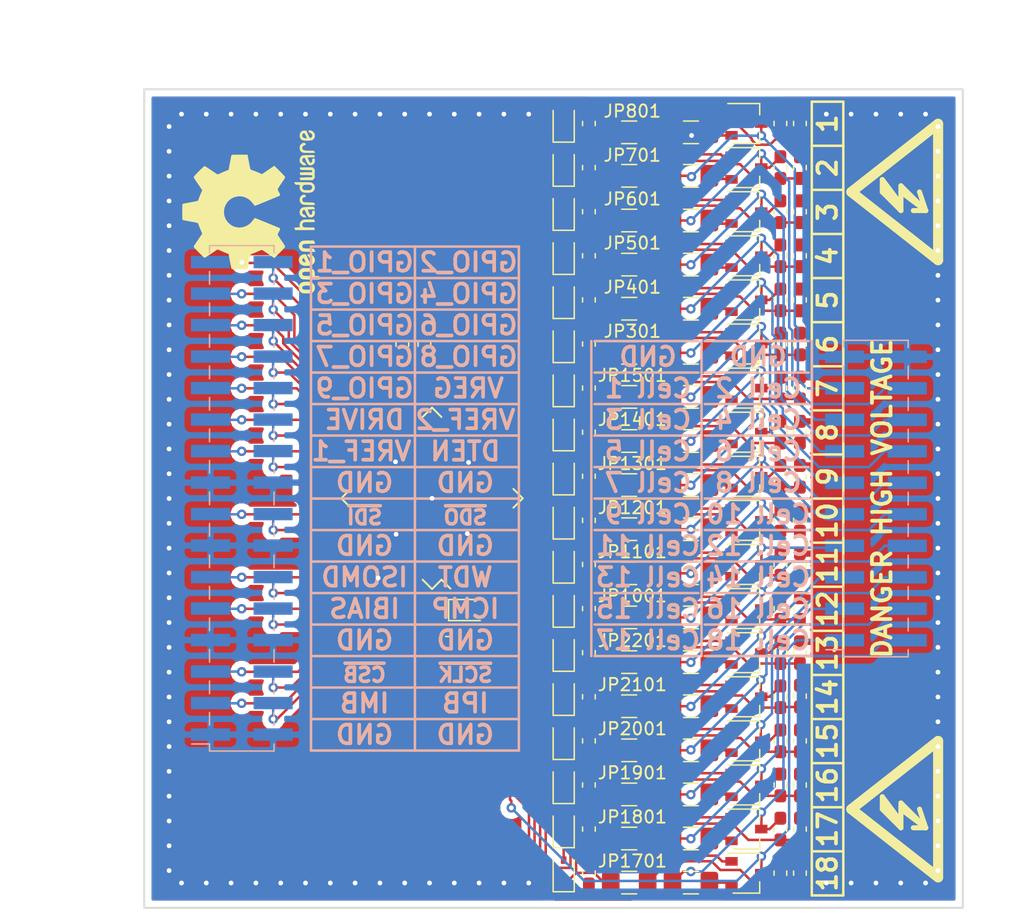
<source format=kicad_pcb>
(kicad_pcb (version 20171130) (host pcbnew 5.0.2-bee76a0~70~ubuntu18.04.1)
  (layers (0 F.Cu signal) (31 B.Cu signal) (34 B.Paste user) (35 F.Paste user) (36 B.SilkS user) (37 F.SilkS user) (38 B.Mask user) (39 F.Mask user) (44 Edge.Cuts user))
  (net 0 "")
  (net 1 GND)
  (net 2 C0)
  (net 3 C6)
  (net 4 C5)
  (net 5 C4)
  (net 6 C3)
  (net 7 C2)
  (net 8 C1)
  (net 9 C12)
  (net 10 C11)
  (net 11 C10)
  (net 12 C9)
  (net 13 C8)
  (net 14 C7)
  (net 15 C18)
  (net 16 C17)
  (net 17 C16)
  (net 18 C15)
  (net 19 C14)
  (net 20 C13)
  (net 21 "Net-(IC101-Pad1)")
  (net 22 S18)
  (net 23 S17)
  (net 24 S16)
  (net 25 S15)
  (net 26 S14)
  (net 27 S13)
  (net 28 S12)
  (net 29 S11)
  (net 30 S10)
  (net 31 S9)
  (net 32 S8)
  (net 33 S7)
  (net 34 S6)
  (net 35 S5)
  (net 36 S4)
  (net 37 S3)
  (net 38 S2)
  (net 39 S1)
  (net 40 GPIO1)
  (net 41 GPIO2)
  (net 42 GPIO3)
  (net 43 GPIO4)
  (net 44 GPIO5)
  (net 45 GPIO6)
  (net 46 GPIO7)
  (net 47 GPIO8)
  (net 48 GPIO9)
  (net 49 VREG)
  (net 50 DRIVE)
  (net 51 VREF2)
  (net 52 VREF1)
  (net 53 DTEN)
  (net 54 ~SDI)
  (net 55 ~SDO)
  (net 56 ISOMD)
  (net 57 WDT)
  (net 58 IBIAS)
  (net 59 ICMP)
  (net 60 ~CSB)
  (net 61 ~SCLK)
  (net 62 IMB)
  (net 63 IPB)
  (net 64 C17_in)
  (net 65 C15_in)
  (net 66 C13_in)
  (net 67 C11_in)
  (net 68 C9_in)
  (net 69 C7_in)
  (net 70 C5_in)
  (net 71 C3_in)
  (net 72 C1_in)
  (net 73 C2_in)
  (net 74 C4_in)
  (net 75 C6_in)
  (net 76 C8_in)
  (net 77 C10_in)
  (net 78 C12_in)
  (net 79 C14_in)
  (net 80 C16_in)
  (net 81 C18_in)
  (net 82 "Net-(Q301-Pad1)")
  (net 83 "Net-(Q301-Pad2)")
  (net 84 "Net-(Q401-Pad1)")
  (net 85 "Net-(Q401-Pad2)")
  (net 86 "Net-(Q501-Pad2)")
  (net 87 "Net-(Q501-Pad1)")
  (net 88 "Net-(Q601-Pad1)")
  (net 89 "Net-(Q601-Pad2)")
  (net 90 "Net-(Q701-Pad2)")
  (net 91 "Net-(Q701-Pad1)")
  (net 92 "Net-(Q801-Pad2)")
  (net 93 "Net-(Q801-Pad1)")
  (net 94 "Net-(Q1001-Pad2)")
  (net 95 "Net-(Q1001-Pad1)")
  (net 96 "Net-(Q1101-Pad2)")
  (net 97 "Net-(Q1101-Pad1)")
  (net 98 "Net-(Q1201-Pad1)")
  (net 99 "Net-(Q1201-Pad2)")
  (net 100 "Net-(Q1301-Pad1)")
  (net 101 "Net-(Q1301-Pad2)")
  (net 102 "Net-(Q1401-Pad1)")
  (net 103 "Net-(Q1401-Pad2)")
  (net 104 "Net-(Q1501-Pad1)")
  (net 105 "Net-(Q1501-Pad2)")
  (net 106 "Net-(Q1701-Pad1)")
  (net 107 "Net-(Q1701-Pad2)")
  (net 108 "Net-(Q1801-Pad1)")
  (net 109 "Net-(Q1801-Pad2)")
  (net 110 "Net-(Q1901-Pad2)")
  (net 111 "Net-(Q1901-Pad1)")
  (net 112 "Net-(Q2001-Pad2)")
  (net 113 "Net-(Q2001-Pad1)")
  (net 114 "Net-(Q2101-Pad2)")
  (net 115 "Net-(Q2101-Pad1)")
  (net 116 "Net-(Q2201-Pad2)")
  (net 117 "Net-(Q2201-Pad1)")
  (module Diode_SMD:D_SOD-323 (layer F.Cu) (at 141.8204 105.2036 90)
    (fp_text reference D1401 hide)
    (fp_text value Zener_6.8V)
    (pad 1 smd rect (at -1.05 0 90) (size 0.6 0.45) (layers F.Cu F.Paste F.Mask) (net 13 C8))
    (pad 2 smd rect (at 1.05 0 90) (size 0.6 0.45) (layers F.Cu F.Paste F.Mask) (net 14 C7))
  )
  (module Diode_SMD:D_SOD-323 (layer F.Cu) (at 141.8204 83.8676 90)
    (fp_text reference D701 hide)
    (fp_text value Zener_6.8V)
    (pad 1 smd rect (at -1.05 0 90) (size 0.6 0.45) (layers F.Cu F.Paste F.Mask) (net 7 C2))
    (pad 2 smd rect (at 1.05 0 90) (size 0.6 0.45) (layers F.Cu F.Paste F.Mask) (net 8 C1))
  )
  (module Diode_SMD:D_SOD-323 (layer F.Cu) (at 134.0404 115.9916)
    (fp_text reference D1701 hide)
    (fp_text value Zener_6.8V)
    (pad 2 smd rect (at 1.05 0) (size 0.6 0.45) (layers F.Cu F.Paste F.Mask) (net 16 C17))
    (pad 1 smd rect (at -1.05 0) (size 0.6 0.45) (layers F.Cu F.Paste F.Mask) (net 15 C18))
  )
  (module Capacitor_SMD:C_0603_1608Metric_Pad1.05x0.95mm_HandSolder (layer F.Cu) (at 130.586 94.554 90)
    (fp_text reference C101 hide)
    (fp_text value 100n)
    (pad 2 smd roundrect (at 0.875 0 90) (size 1.05 0.95) (layers F.Cu F.Paste F.Mask) (net 1 GND))
    (pad 1 smd roundrect (at -0.875 0 90) (size 1.05 0.95) (layers F.Cu F.Paste F.Mask) (net 2 C0))
  )
  (module Capacitor_SMD:C_0603_1608Metric_Pad1.05x0.95mm_HandSolder (layer F.Cu) (at 160.8704 94.5356 90)
    (fp_text reference C301 hide)
    (fp_text value 100n)
    (pad 2 smd roundrect (at 0.875 0 90) (size 1.05 0.95) (layers F.Cu F.Paste F.Mask) (net 1 GND))
    (pad 1 smd roundrect (at -0.875 0 90) (size 1.05 0.95) (layers F.Cu F.Paste F.Mask) (net 3 C6))
  )
  (module Capacitor_SMD:C_0603_1608Metric_Pad1.05x0.95mm_HandSolder (layer F.Cu) (at 160.8704 90.9796 90)
    (fp_text reference C401 hide)
    (fp_text value 100n)
    (pad 1 smd roundrect (at -0.875 0 90) (size 1.05 0.95) (layers F.Cu F.Paste F.Mask) (net 4 C5))
    (pad 2 smd roundrect (at 0.875 0 90) (size 1.05 0.95) (layers F.Cu F.Paste F.Mask) (net 1 GND))
  )
  (module Capacitor_SMD:C_0603_1608Metric_Pad1.05x0.95mm_HandSolder (layer F.Cu) (at 160.8704 87.4236 90)
    (fp_text reference C501 hide)
    (fp_text value 100n)
    (pad 1 smd roundrect (at -0.875 0 90) (size 1.05 0.95) (layers F.Cu F.Paste F.Mask) (net 5 C4))
    (pad 2 smd roundrect (at 0.875 0 90) (size 1.05 0.95) (layers F.Cu F.Paste F.Mask) (net 1 GND))
  )
  (module Capacitor_SMD:C_0603_1608Metric_Pad1.05x0.95mm_HandSolder (layer F.Cu) (at 160.8704 83.8676 90)
    (fp_text reference C601 hide)
    (fp_text value 100n)
    (pad 1 smd roundrect (at -0.875 0 90) (size 1.05 0.95) (layers F.Cu F.Paste F.Mask) (net 6 C3))
    (pad 2 smd roundrect (at 0.875 0 90) (size 1.05 0.95) (layers F.Cu F.Paste F.Mask) (net 1 GND))
  )
  (module Capacitor_SMD:C_0603_1608Metric_Pad1.05x0.95mm_HandSolder (layer F.Cu) (at 160.8704 80.3116 90)
    (fp_text reference C701 hide)
    (fp_text value 100n)
    (pad 1 smd roundrect (at -0.875 0 90) (size 1.05 0.95) (layers F.Cu F.Paste F.Mask) (net 7 C2))
    (pad 2 smd roundrect (at 0.875 0 90) (size 1.05 0.95) (layers F.Cu F.Paste F.Mask) (net 1 GND))
  )
  (module Capacitor_SMD:C_0603_1608Metric_Pad1.05x0.95mm_HandSolder (layer F.Cu) (at 160.8704 76.7556 90)
    (fp_text reference C801 hide)
    (fp_text value 100n)
    (pad 1 smd roundrect (at -0.875 0 90) (size 1.05 0.95) (layers F.Cu F.Paste F.Mask) (net 8 C1))
    (pad 2 smd roundrect (at 0.875 0 90) (size 1.05 0.95) (layers F.Cu F.Paste F.Mask) (net 1 GND))
  )
  (module Capacitor_SMD:C_0603_1608Metric_Pad1.05x0.95mm_HandSolder (layer F.Cu) (at 160.8704 115.8716 90)
    (fp_text reference C1001 hide)
    (fp_text value 100n)
    (pad 1 smd roundrect (at -0.875 0 90) (size 1.05 0.95) (layers F.Cu F.Paste F.Mask) (net 9 C12))
    (pad 2 smd roundrect (at 0.875 0 90) (size 1.05 0.95) (layers F.Cu F.Paste F.Mask) (net 1 GND))
  )
  (module Capacitor_SMD:C_0603_1608Metric_Pad1.05x0.95mm_HandSolder (layer F.Cu) (at 160.8704 112.3156 90)
    (fp_text reference C1101 hide)
    (fp_text value 100n)
    (pad 2 smd roundrect (at 0.875 0 90) (size 1.05 0.95) (layers F.Cu F.Paste F.Mask) (net 1 GND))
    (pad 1 smd roundrect (at -0.875 0 90) (size 1.05 0.95) (layers F.Cu F.Paste F.Mask) (net 10 C11))
  )
  (module Capacitor_SMD:C_0603_1608Metric_Pad1.05x0.95mm_HandSolder (layer F.Cu) (at 160.8704 108.7596 90)
    (fp_text reference C1201 hide)
    (fp_text value 100n)
    (pad 1 smd roundrect (at -0.875 0 90) (size 1.05 0.95) (layers F.Cu F.Paste F.Mask) (net 11 C10))
    (pad 2 smd roundrect (at 0.875 0 90) (size 1.05 0.95) (layers F.Cu F.Paste F.Mask) (net 1 GND))
  )
  (module Capacitor_SMD:C_0603_1608Metric_Pad1.05x0.95mm_HandSolder (layer F.Cu) (at 160.8704 105.2036 90)
    (fp_text reference C1301 hide)
    (fp_text value 100n)
    (pad 2 smd roundrect (at 0.875 0 90) (size 1.05 0.95) (layers F.Cu F.Paste F.Mask) (net 1 GND))
    (pad 1 smd roundrect (at -0.875 0 90) (size 1.05 0.95) (layers F.Cu F.Paste F.Mask) (net 12 C9))
  )
  (module Capacitor_SMD:C_0603_1608Metric_Pad1.05x0.95mm_HandSolder (layer F.Cu) (at 160.8704 101.6476 90)
    (fp_text reference C1401 hide)
    (fp_text value 100n)
    (pad 1 smd roundrect (at -0.875 0 90) (size 1.05 0.95) (layers F.Cu F.Paste F.Mask) (net 13 C8))
    (pad 2 smd roundrect (at 0.875 0 90) (size 1.05 0.95) (layers F.Cu F.Paste F.Mask) (net 1 GND))
  )
  (module Capacitor_SMD:C_0603_1608Metric_Pad1.05x0.95mm_HandSolder (layer F.Cu) (at 160.8704 98.0916 90)
    (fp_text reference C1501 hide)
    (fp_text value 100n)
    (pad 2 smd roundrect (at 0.875 0 90) (size 1.05 0.95) (layers F.Cu F.Paste F.Mask) (net 1 GND))
    (pad 1 smd roundrect (at -0.875 0 90) (size 1.05 0.95) (layers F.Cu F.Paste F.Mask) (net 14 C7))
  )
  (module Capacitor_SMD:C_0603_1608Metric_Pad1.05x0.95mm_HandSolder (layer F.Cu) (at 160.8704 137.2076 90)
    (fp_text reference C1701 hide)
    (fp_text value 100n)
    (pad 2 smd roundrect (at 0.875 0 90) (size 1.05 0.95) (layers F.Cu F.Paste F.Mask) (net 1 GND))
    (pad 1 smd roundrect (at -0.875 0 90) (size 1.05 0.95) (layers F.Cu F.Paste F.Mask) (net 15 C18))
  )
  (module Capacitor_SMD:C_0603_1608Metric_Pad1.05x0.95mm_HandSolder (layer F.Cu) (at 160.8704 133.6516 90)
    (fp_text reference C1801 hide)
    (fp_text value 100n)
    (pad 2 smd roundrect (at 0.875 0 90) (size 1.05 0.95) (layers F.Cu F.Paste F.Mask) (net 1 GND))
    (pad 1 smd roundrect (at -0.875 0 90) (size 1.05 0.95) (layers F.Cu F.Paste F.Mask) (net 16 C17))
  )
  (module Capacitor_SMD:C_0603_1608Metric_Pad1.05x0.95mm_HandSolder (layer F.Cu) (at 160.8704 130.0956 90)
    (fp_text reference C1901 hide)
    (fp_text value 100n)
    (pad 2 smd roundrect (at 0.875 0 90) (size 1.05 0.95) (layers F.Cu F.Paste F.Mask) (net 1 GND))
    (pad 1 smd roundrect (at -0.875 0 90) (size 1.05 0.95) (layers F.Cu F.Paste F.Mask) (net 17 C16))
  )
  (module Capacitor_SMD:C_0603_1608Metric_Pad1.05x0.95mm_HandSolder (layer F.Cu) (at 160.8704 126.5396 90)
    (fp_text reference C2001 hide)
    (fp_text value 100n)
    (pad 1 smd roundrect (at -0.875 0 90) (size 1.05 0.95) (layers F.Cu F.Paste F.Mask) (net 18 C15))
    (pad 2 smd roundrect (at 0.875 0 90) (size 1.05 0.95) (layers F.Cu F.Paste F.Mask) (net 1 GND))
  )
  (module Capacitor_SMD:C_0603_1608Metric_Pad1.05x0.95mm_HandSolder (layer F.Cu) (at 160.8704 122.9328 90)
    (fp_text reference C2101 hide)
    (fp_text value 100n)
    (pad 1 smd roundrect (at -0.875 0 90) (size 1.05 0.95) (layers F.Cu F.Paste F.Mask) (net 19 C14))
    (pad 2 smd roundrect (at 0.875 0 90) (size 1.05 0.95) (layers F.Cu F.Paste F.Mask) (net 1 GND))
  )
  (module Capacitor_SMD:C_0603_1608Metric_Pad1.05x0.95mm_HandSolder (layer F.Cu) (at 160.8704 119.4276 90)
    (fp_text reference C2201 hide)
    (fp_text value 100n)
    (pad 2 smd roundrect (at 0.875 0 90) (size 1.05 0.95) (layers F.Cu F.Paste F.Mask) (net 1 GND))
    (pad 1 smd roundrect (at -0.875 0 90) (size 1.05 0.95) (layers F.Cu F.Paste F.Mask) (net 20 C13))
  )
  (module Package_QFP:LQFP-64-1EP_10x10mm_P0.5mm_EP6.5x6.5mm (layer F.Cu) (at 131.2032 106.9816 135)
    (fp_text reference IC101 hide)
    (fp_text value LTC6813ILWE-1#3ZZPBF)
    (pad 1 smd rect (at -5.7 -3.75 135) (size 1 0.25) (layers F.Cu F.Paste F.Mask) (net 21 "Net-(IC101-Pad1)"))
    (pad 2 smd rect (at -5.7 -3.25 135) (size 1 0.25) (layers F.Cu F.Paste F.Mask) (net 15 C18))
    (pad 3 smd rect (at -5.7 -2.75 135) (size 1 0.25) (layers F.Cu F.Paste F.Mask) (net 22 S18))
    (pad 4 smd rect (at -5.7 -2.25 135) (size 1 0.25) (layers F.Cu F.Paste F.Mask) (net 16 C17))
    (pad 5 smd rect (at -5.7 -1.75 135) (size 1 0.25) (layers F.Cu F.Paste F.Mask) (net 23 S17))
    (pad 6 smd rect (at -5.7 -1.25 135) (size 1 0.25) (layers F.Cu F.Paste F.Mask) (net 17 C16))
    (pad 7 smd rect (at -5.7 -0.75 135) (size 1 0.25) (layers F.Cu F.Paste F.Mask) (net 24 S16))
    (pad 8 smd rect (at -5.7 -0.25 135) (size 1 0.25) (layers F.Cu F.Paste F.Mask) (net 18 C15))
    (pad 9 smd rect (at -5.7 0.25 135) (size 1 0.25) (layers F.Cu F.Paste F.Mask) (net 25 S15))
    (pad 10 smd rect (at -5.7 0.75 135) (size 1 0.25) (layers F.Cu F.Paste F.Mask) (net 19 C14))
    (pad 11 smd rect (at -5.7 1.25 135) (size 1 0.25) (layers F.Cu F.Paste F.Mask) (net 26 S14))
    (pad 12 smd rect (at -5.7 1.75 135) (size 1 0.25) (layers F.Cu F.Paste F.Mask) (net 20 C13))
    (pad 13 smd rect (at -5.7 2.25 135) (size 1 0.25) (layers F.Cu F.Paste F.Mask) (net 27 S13))
    (pad 14 smd rect (at -5.7 2.75 135) (size 1 0.25) (layers F.Cu F.Paste F.Mask) (net 9 C12))
    (pad 15 smd rect (at -5.7 3.25 135) (size 1 0.25) (layers F.Cu F.Paste F.Mask) (net 28 S12))
    (pad 16 smd rect (at -5.7 3.75 135) (size 1 0.25) (layers F.Cu F.Paste F.Mask) (net 10 C11))
    (pad 17 smd rect (at -3.75 5.7 225) (size 1 0.25) (layers F.Cu F.Paste F.Mask) (net 29 S11))
    (pad 18 smd rect (at -3.25 5.7 225) (size 1 0.25) (layers F.Cu F.Paste F.Mask) (net 11 C10))
    (pad 19 smd rect (at -2.75 5.7 225) (size 1 0.25) (layers F.Cu F.Paste F.Mask) (net 30 S10))
    (pad 20 smd rect (at -2.25 5.7 225) (size 1 0.25) (layers F.Cu F.Paste F.Mask) (net 12 C9))
    (pad 21 smd rect (at -1.75 5.7 225) (size 1 0.25) (layers F.Cu F.Paste F.Mask) (net 31 S9))
    (pad 22 smd rect (at -1.25 5.7 225) (size 1 0.25) (layers F.Cu F.Paste F.Mask) (net 13 C8))
    (pad 23 smd rect (at -0.75 5.7 225) (size 1 0.25) (layers F.Cu F.Paste F.Mask) (net 32 S8))
    (pad 24 smd rect (at -0.25 5.7 225) (size 1 0.25) (layers F.Cu F.Paste F.Mask) (net 14 C7))
    (pad 25 smd rect (at 0.25 5.7 225) (size 1 0.25) (layers F.Cu F.Paste F.Mask) (net 33 S7))
    (pad 26 smd rect (at 0.75 5.7 225) (size 1 0.25) (layers F.Cu F.Paste F.Mask) (net 3 C6))
    (pad 27 smd rect (at 1.25 5.7 225) (size 1 0.25) (layers F.Cu F.Paste F.Mask) (net 34 S6))
    (pad 28 smd rect (at 1.75 5.7 225) (size 1 0.25) (layers F.Cu F.Paste F.Mask) (net 4 C5))
    (pad 29 smd rect (at 2.25 5.7 225) (size 1 0.25) (layers F.Cu F.Paste F.Mask) (net 35 S5))
    (pad 30 smd rect (at 2.75 5.7 225) (size 1 0.25) (layers F.Cu F.Paste F.Mask) (net 5 C4))
    (pad 31 smd rect (at 3.25 5.7 225) (size 1 0.25) (layers F.Cu F.Paste F.Mask) (net 36 S4))
    (pad 32 smd rect (at 3.75 5.7 225) (size 1 0.25) (layers F.Cu F.Paste F.Mask) (net 6 C3))
    (pad 33 smd rect (at 5.7 3.75 135) (size 1 0.25) (layers F.Cu F.Paste F.Mask) (net 37 S3))
    (pad 34 smd rect (at 5.7 3.25 135) (size 1 0.25) (layers F.Cu F.Paste F.Mask) (net 7 C2))
    (pad 35 smd rect (at 5.7 2.75 135) (size 1 0.25) (layers F.Cu F.Paste F.Mask) (net 38 S2))
    (pad 36 smd rect (at 5.7 2.25 135) (size 1 0.25) (layers F.Cu F.Paste F.Mask) (net 8 C1))
    (pad 37 smd rect (at 5.7 1.75 135) (size 1 0.25) (layers F.Cu F.Paste F.Mask) (net 39 S1))
    (pad 38 smd rect (at 5.7 1.25 135) (size 1 0.25) (layers F.Cu F.Paste F.Mask) (net 2 C0))
    (pad 39 smd rect (at 5.7 0.75 135) (size 1 0.25) (layers F.Cu F.Paste F.Mask) (net 40 GPIO1))
    (pad 40 smd rect (at 5.7 0.25 135) (size 1 0.25) (layers F.Cu F.Paste F.Mask) (net 41 GPIO2))
    (pad 41 smd rect (at 5.7 -0.25 135) (size 1 0.25) (layers F.Cu F.Paste F.Mask) (net 42 GPIO3))
    (pad 42 smd rect (at 5.7 -0.75 135) (size 1 0.25) (layers F.Cu F.Paste F.Mask) (net 43 GPIO4))
    (pad 43 smd rect (at 5.7 -1.25 135) (size 1 0.25) (layers F.Cu F.Paste F.Mask) (net 44 GPIO5))
    (pad 44 smd rect (at 5.7 -1.75 135) (size 1 0.25) (layers F.Cu F.Paste F.Mask) (net 45 GPIO6))
    (pad 45 smd rect (at 5.7 -2.25 135) (size 1 0.25) (layers F.Cu F.Paste F.Mask) (net 46 GPIO7))
    (pad 46 smd rect (at 5.7 -2.75 135) (size 1 0.25) (layers F.Cu F.Paste F.Mask) (net 47 GPIO8))
    (pad 47 smd rect (at 5.7 -3.25 135) (size 1 0.25) (layers F.Cu F.Paste F.Mask) (net 48 GPIO9))
    (pad 48 smd rect (at 5.7 -3.75 135) (size 1 0.25) (layers F.Cu F.Paste F.Mask) (net 49 VREG))
    (pad 49 smd rect (at 3.75 -5.7 225) (size 1 0.25) (layers F.Cu F.Paste F.Mask) (net 50 DRIVE))
    (pad 50 smd rect (at 3.25 -5.7 225) (size 1 0.25) (layers F.Cu F.Paste F.Mask) (net 51 VREF2))
    (pad 51 smd rect (at 2.75 -5.7 225) (size 1 0.25) (layers F.Cu F.Paste F.Mask) (net 52 VREF1))
    (pad 52 smd rect (at 2.25 -5.7 225) (size 1 0.25) (layers F.Cu F.Paste F.Mask) (net 53 DTEN))
    (pad 53 smd rect (at 1.75 -5.7 225) (size 1 0.25) (layers F.Cu F.Paste F.Mask) (net 54 ~SDI))
    (pad 54 smd rect (at 1.25 -5.7 225) (size 1 0.25) (layers F.Cu F.Paste F.Mask) (net 55 ~SDO))
    (pad 55 smd rect (at 0.75 -5.7 225) (size 1 0.25) (layers F.Cu F.Paste F.Mask) (net 56 ISOMD))
    (pad 56 smd rect (at 0.25 -5.7 225) (size 1 0.25) (layers F.Cu F.Paste F.Mask) (net 57 WDT))
    (pad 57 smd rect (at -0.25 -5.7 225) (size 1 0.25) (layers F.Cu F.Paste F.Mask) (net 58 IBIAS))
    (pad 58 smd rect (at -0.75 -5.7 225) (size 1 0.25) (layers F.Cu F.Paste F.Mask) (net 59 ICMP))
    (pad 59 smd rect (at -1.25 -5.7 225) (size 1 0.25) (layers F.Cu F.Paste F.Mask) (net 1 GND))
    (pad 60 smd rect (at -1.75 -5.7 225) (size 1 0.25) (layers F.Cu F.Paste F.Mask) (net 1 GND))
    (pad 61 smd rect (at -2.25 -5.7 225) (size 1 0.25) (layers F.Cu F.Paste F.Mask) (net 60 ~CSB))
    (pad 62 smd rect (at -2.75 -5.7 225) (size 1 0.25) (layers F.Cu F.Paste F.Mask) (net 61 ~SCLK))
    (pad 63 smd rect (at -3.25 -5.7 225) (size 1 0.25) (layers F.Cu F.Paste F.Mask) (net 62 IMB))
    (pad 64 smd rect (at -3.75 -5.7 225) (size 1 0.25) (layers F.Cu F.Paste F.Mask) (net 63 IPB))
    (pad 65 smd rect (at 0 0 135) (size 6.5 6.5) (layers F.Cu F.Mask) (net 1 GND))
  )
  (module Connector_PinHeader_2.54mm:PinHeader_2x16_P2.54mm_Vertical_SMD (layer B.Cu) (at 115.8616 106.9816)
    (fp_text reference J101 hide)
    (fp_text value Conn_02x16_Counter_Clockwise)
    (pad 1 smd rect (at -2.525 19.05) (size 3.15 1) (layers B.Cu B.Paste B.Mask) (net 1 GND))
    (pad 2 smd rect (at 2.525 19.05) (size 3.15 1) (layers B.Cu B.Paste B.Mask) (net 1 GND))
    (pad 3 smd rect (at -2.525 16.51) (size 3.15 1) (layers B.Cu B.Paste B.Mask) (net 62 IMB))
    (pad 4 smd rect (at 2.525 16.51) (size 3.15 1) (layers B.Cu B.Paste B.Mask) (net 63 IPB))
    (pad 5 smd rect (at -2.525 13.97) (size 3.15 1) (layers B.Cu B.Paste B.Mask) (net 60 ~CSB))
    (pad 6 smd rect (at 2.525 13.97) (size 3.15 1) (layers B.Cu B.Paste B.Mask) (net 61 ~SCLK))
    (pad 7 smd rect (at -2.525 11.43) (size 3.15 1) (layers B.Cu B.Paste B.Mask) (net 1 GND))
    (pad 8 smd rect (at 2.525 11.43) (size 3.15 1) (layers B.Cu B.Paste B.Mask) (net 1 GND))
    (pad 9 smd rect (at -2.525 8.89) (size 3.15 1) (layers B.Cu B.Paste B.Mask) (net 58 IBIAS))
    (pad 10 smd rect (at 2.525 8.89) (size 3.15 1) (layers B.Cu B.Paste B.Mask) (net 59 ICMP))
    (pad 11 smd rect (at -2.525 6.35) (size 3.15 1) (layers B.Cu B.Paste B.Mask) (net 56 ISOMD))
    (pad 12 smd rect (at 2.525 6.35) (size 3.15 1) (layers B.Cu B.Paste B.Mask) (net 57 WDT))
    (pad 13 smd rect (at -2.525 3.81) (size 3.15 1) (layers B.Cu B.Paste B.Mask) (net 1 GND))
    (pad 14 smd rect (at 2.525 3.81) (size 3.15 1) (layers B.Cu B.Paste B.Mask) (net 1 GND))
    (pad 15 smd rect (at -2.525 1.27) (size 3.15 1) (layers B.Cu B.Paste B.Mask) (net 54 ~SDI))
    (pad 16 smd rect (at 2.525 1.27) (size 3.15 1) (layers B.Cu B.Paste B.Mask) (net 55 ~SDO))
    (pad 17 smd rect (at -2.525 -1.27) (size 3.15 1) (layers B.Cu B.Paste B.Mask) (net 1 GND))
    (pad 18 smd rect (at 2.525 -1.27) (size 3.15 1) (layers B.Cu B.Paste B.Mask) (net 1 GND))
    (pad 19 smd rect (at -2.525 -3.81) (size 3.15 1) (layers B.Cu B.Paste B.Mask) (net 52 VREF1))
    (pad 20 smd rect (at 2.525 -3.81) (size 3.15 1) (layers B.Cu B.Paste B.Mask) (net 53 DTEN))
    (pad 21 smd rect (at -2.525 -6.35) (size 3.15 1) (layers B.Cu B.Paste B.Mask) (net 50 DRIVE))
    (pad 22 smd rect (at 2.525 -6.35) (size 3.15 1) (layers B.Cu B.Paste B.Mask) (net 51 VREF2))
    (pad 23 smd rect (at -2.525 -8.89) (size 3.15 1) (layers B.Cu B.Paste B.Mask) (net 48 GPIO9))
    (pad 24 smd rect (at 2.525 -8.89) (size 3.15 1) (layers B.Cu B.Paste B.Mask) (net 49 VREG))
    (pad 25 smd rect (at -2.525 -11.43) (size 3.15 1) (layers B.Cu B.Paste B.Mask) (net 46 GPIO7))
    (pad 26 smd rect (at 2.525 -11.43) (size 3.15 1) (layers B.Cu B.Paste B.Mask) (net 47 GPIO8))
    (pad 27 smd rect (at -2.525 -13.97) (size 3.15 1) (layers B.Cu B.Paste B.Mask) (net 44 GPIO5))
    (pad 28 smd rect (at 2.525 -13.97) (size 3.15 1) (layers B.Cu B.Paste B.Mask) (net 45 GPIO6))
    (pad 29 smd rect (at -2.525 -16.51) (size 3.15 1) (layers B.Cu B.Paste B.Mask) (net 42 GPIO3))
    (pad 30 smd rect (at 2.525 -16.51) (size 3.15 1) (layers B.Cu B.Paste B.Mask) (net 43 GPIO4))
    (pad 31 smd rect (at -2.525 -19.05) (size 3.15 1) (layers B.Cu B.Paste B.Mask) (net 40 GPIO1))
    (pad 32 smd rect (at 2.525 -19.05) (size 3.15 1) (layers B.Cu B.Paste B.Mask) (net 41 GPIO2))
  )
  (module Connector_PinHeader_2.54mm:PinHeader_2x10_P2.54mm_Vertical_SMD (layer B.Cu) (at 167 107)
    (fp_text reference J102 hide)
    (fp_text value Conn_02x10_Counter_Clockwise)
    (pad 1 smd rect (at -2.525 11.43) (size 3.15 1) (layers B.Cu B.Paste B.Mask) (net 64 C17_in))
    (pad 2 smd rect (at 2.525 11.43) (size 3.15 1) (layers B.Cu B.Paste B.Mask) (net 81 C18_in))
    (pad 3 smd rect (at -2.525 8.89) (size 3.15 1) (layers B.Cu B.Paste B.Mask) (net 65 C15_in))
    (pad 4 smd rect (at 2.525 8.89) (size 3.15 1) (layers B.Cu B.Paste B.Mask) (net 80 C16_in))
    (pad 5 smd rect (at -2.525 6.35) (size 3.15 1) (layers B.Cu B.Paste B.Mask) (net 66 C13_in))
    (pad 6 smd rect (at 2.525 6.35) (size 3.15 1) (layers B.Cu B.Paste B.Mask) (net 79 C14_in))
    (pad 7 smd rect (at -2.525 3.81) (size 3.15 1) (layers B.Cu B.Paste B.Mask) (net 67 C11_in))
    (pad 8 smd rect (at 2.525 3.81) (size 3.15 1) (layers B.Cu B.Paste B.Mask) (net 78 C12_in))
    (pad 9 smd rect (at -2.525 1.27) (size 3.15 1) (layers B.Cu B.Paste B.Mask) (net 68 C9_in))
    (pad 10 smd rect (at 2.525 1.27) (size 3.15 1) (layers B.Cu B.Paste B.Mask) (net 77 C10_in))
    (pad 11 smd rect (at -2.525 -1.27) (size 3.15 1) (layers B.Cu B.Paste B.Mask) (net 69 C7_in))
    (pad 12 smd rect (at 2.525 -1.27) (size 3.15 1) (layers B.Cu B.Paste B.Mask) (net 76 C8_in))
    (pad 13 smd rect (at -2.525 -3.81) (size 3.15 1) (layers B.Cu B.Paste B.Mask) (net 70 C5_in))
    (pad 14 smd rect (at 2.525 -3.81) (size 3.15 1) (layers B.Cu B.Paste B.Mask) (net 75 C6_in))
    (pad 15 smd rect (at -2.525 -6.35) (size 3.15 1) (layers B.Cu B.Paste B.Mask) (net 71 C3_in))
    (pad 16 smd rect (at 2.525 -6.35) (size 3.15 1) (layers B.Cu B.Paste B.Mask) (net 74 C4_in))
    (pad 17 smd rect (at -2.525 -8.89) (size 3.15 1) (layers B.Cu B.Paste B.Mask) (net 72 C1_in))
    (pad 18 smd rect (at 2.525 -8.89) (size 3.15 1) (layers B.Cu B.Paste B.Mask) (net 73 C2_in))
    (pad 19 smd rect (at -2.525 -11.43) (size 3.15 1) (layers B.Cu B.Paste B.Mask) (net 1 GND))
    (pad 20 smd rect (at 2.525 -11.43) (size 3.15 1) (layers B.Cu B.Paste B.Mask) (net 1 GND))
  )
  (module Resistor_SMD:R_1206_3216Metric_Pad1.42x1.75mm_HandSolder (layer F.Cu) (at 147.1036 95.2468 180)
    (fp_text reference JP301 (at -0.254 1.736 180) (layer F.SilkS))
    (fp_text value Cell_Bypass)
    (pad 2 smd roundrect (at 1.4875 0 180) (size 1.425 1.75) (layers F.Cu F.Paste F.Mask) (roundrect_rratio 0.175439) (net 4 C5))
    (pad 1 smd roundrect (at -1.4875 0 180) (size 1.425 1.75) (layers F.Cu F.Paste F.Mask) (roundrect_rratio 0.175439) (net 3 C6))
  )
  (module Resistor_SMD:R_1206_3216Metric_Pad1.42x1.75mm_HandSolder (layer F.Cu) (at 147.1036 91.6908 180)
    (fp_text reference JP401 (at -0.254 1.736 180) (layer F.SilkS))
    (fp_text value Cell_Bypass)
    (pad 2 smd roundrect (at 1.4875 0 180) (size 1.425 1.75) (layers F.Cu F.Paste F.Mask) (roundrect_rratio 0.175439) (net 5 C4))
    (pad 1 smd roundrect (at -1.4875 0 180) (size 1.425 1.75) (layers F.Cu F.Paste F.Mask) (roundrect_rratio 0.175439) (net 4 C5))
  )
  (module Resistor_SMD:R_1206_3216Metric_Pad1.42x1.75mm_HandSolder (layer F.Cu) (at 147.1036 88.1348 180)
    (fp_text reference JP501 (at -0.254 1.736 180) (layer F.SilkS))
    (fp_text value Cell_Bypass)
    (pad 2 smd roundrect (at 1.4875 0 180) (size 1.425 1.75) (layers F.Cu F.Paste F.Mask) (roundrect_rratio 0.175439) (net 6 C3))
    (pad 1 smd roundrect (at -1.4875 0 180) (size 1.425 1.75) (layers F.Cu F.Paste F.Mask) (roundrect_rratio 0.175439) (net 5 C4))
  )
  (module Resistor_SMD:R_1206_3216Metric_Pad1.42x1.75mm_HandSolder (layer F.Cu) (at 147.1036 84.5788 180)
    (fp_text reference JP601 (at -0.254 1.736 180) (layer F.SilkS))
    (fp_text value Cell_Bypass)
    (pad 1 smd roundrect (at -1.4875 0 180) (size 1.425 1.75) (layers F.Cu F.Paste F.Mask) (roundrect_rratio 0.175439) (net 6 C3))
    (pad 2 smd roundrect (at 1.4875 0 180) (size 1.425 1.75) (layers F.Cu F.Paste F.Mask) (roundrect_rratio 0.175439) (net 7 C2))
  )
  (module Resistor_SMD:R_1206_3216Metric_Pad1.42x1.75mm_HandSolder (layer F.Cu) (at 147.1036 80.972 180)
    (fp_text reference JP701 (at -0.2464 1.658 180) (layer F.SilkS))
    (fp_text value Cell_Bypass)
    (pad 1 smd roundrect (at -1.4875 0 180) (size 1.425 1.75) (layers F.Cu F.Paste F.Mask) (roundrect_rratio 0.175439) (net 7 C2))
    (pad 2 smd roundrect (at 1.4875 0 180) (size 1.425 1.75) (layers F.Cu F.Paste F.Mask) (roundrect_rratio 0.175439) (net 8 C1))
  )
  (module Resistor_SMD:R_1206_3216Metric_Pad1.42x1.75mm_HandSolder (layer F.Cu) (at 147.1036 77.4668 180)
    (fp_text reference JP801 (at -0.2464 1.7088 180) (layer F.SilkS))
    (fp_text value Cell_Bypass)
    (pad 2 smd roundrect (at 1.4875 0 180) (size 1.425 1.75) (layers F.Cu F.Paste F.Mask) (roundrect_rratio 0.175439) (net 2 C0))
    (pad 1 smd roundrect (at -1.4875 0 180) (size 1.425 1.75) (layers F.Cu F.Paste F.Mask) (roundrect_rratio 0.175439) (net 8 C1))
  )
  (module Resistor_SMD:R_1206_3216Metric_Pad1.42x1.75mm_HandSolder (layer F.Cu) (at 147.1036 116.5828 180)
    (fp_text reference JP1001 (at -0.254 1.736 180) (layer F.SilkS))
    (fp_text value Cell_Bypass)
    (pad 1 smd roundrect (at -1.4875 0 180) (size 1.425 1.75) (layers F.Cu F.Paste F.Mask) (roundrect_rratio 0.175439) (net 9 C12))
    (pad 2 smd roundrect (at 1.4875 0 180) (size 1.425 1.75) (layers F.Cu F.Paste F.Mask) (roundrect_rratio 0.175439) (net 10 C11))
  )
  (module Resistor_SMD:R_1206_3216Metric_Pad1.42x1.75mm_HandSolder (layer F.Cu) (at 147.1036 113.0268 180)
    (fp_text reference JP1101 (at -0.254 1.736 180) (layer F.SilkS))
    (fp_text value Cell_Bypass)
    (pad 2 smd roundrect (at 1.4875 0 180) (size 1.425 1.75) (layers F.Cu F.Paste F.Mask) (roundrect_rratio 0.175439) (net 11 C10))
    (pad 1 smd roundrect (at -1.4875 0 180) (size 1.425 1.75) (layers F.Cu F.Paste F.Mask) (roundrect_rratio 0.175439) (net 10 C11))
  )
  (module Resistor_SMD:R_1206_3216Metric_Pad1.42x1.75mm_HandSolder (layer F.Cu) (at 147.1036 109.4708 180)
    (fp_text reference JP1201 (at -0.254 1.736 180) (layer F.SilkS))
    (fp_text value Cell_Bypass)
    (pad 1 smd roundrect (at -1.4875 0 180) (size 1.425 1.75) (layers F.Cu F.Paste F.Mask) (roundrect_rratio 0.175439) (net 11 C10))
    (pad 2 smd roundrect (at 1.4875 0 180) (size 1.425 1.75) (layers F.Cu F.Paste F.Mask) (roundrect_rratio 0.175439) (net 12 C9))
  )
  (module Resistor_SMD:R_1206_3216Metric_Pad1.42x1.75mm_HandSolder (layer F.Cu) (at 147.1036 105.9148 180)
    (fp_text reference JP1301 (at -0.254 1.736 180) (layer F.SilkS))
    (fp_text value Cell_Bypass)
    (pad 2 smd roundrect (at 1.4875 0 180) (size 1.425 1.75) (layers F.Cu F.Paste F.Mask) (roundrect_rratio 0.175439) (net 13 C8))
    (pad 1 smd roundrect (at -1.4875 0 180) (size 1.425 1.75) (layers F.Cu F.Paste F.Mask) (roundrect_rratio 0.175439) (net 12 C9))
  )
  (module Resistor_SMD:R_1206_3216Metric_Pad1.42x1.75mm_HandSolder (layer F.Cu) (at 147.1036 102.3588 180)
    (fp_text reference JP1401 (at -0.254 1.736 180) (layer F.SilkS))
    (fp_text value Cell_Bypass)
    (pad 2 smd roundrect (at 1.4875 0 180) (size 1.425 1.75) (layers F.Cu F.Paste F.Mask) (roundrect_rratio 0.175439) (net 14 C7))
    (pad 1 smd roundrect (at -1.4875 0 180) (size 1.425 1.75) (layers F.Cu F.Paste F.Mask) (roundrect_rratio 0.175439) (net 13 C8))
  )
  (module Resistor_SMD:R_1206_3216Metric_Pad1.42x1.75mm_HandSolder (layer F.Cu) (at 147.1036 98.8028 180)
    (fp_text reference JP1501 (at -0.254 1.736 180) (layer F.SilkS))
    (fp_text value Cell_Bypass)
    (pad 2 smd roundrect (at 1.4875 0 180) (size 1.425 1.75) (layers F.Cu F.Paste F.Mask) (roundrect_rratio 0.175439) (net 3 C6))
    (pad 1 smd roundrect (at -1.4875 0 180) (size 1.425 1.75) (layers F.Cu F.Paste F.Mask) (roundrect_rratio 0.175439) (net 14 C7))
  )
  (module Resistor_SMD:R_1206_3216Metric_Pad1.42x1.75mm_HandSolder (layer F.Cu) (at 147.1036 137.9696 180)
    (fp_text reference JP1701 (at -0.254 1.736 180) (layer F.SilkS))
    (fp_text value Cell_Bypass)
    (pad 1 smd roundrect (at -1.4875 0 180) (size 1.425 1.75) (layers F.Cu F.Paste F.Mask) (roundrect_rratio 0.175439) (net 15 C18))
    (pad 2 smd roundrect (at 1.4875 0 180) (size 1.425 1.75) (layers F.Cu F.Paste F.Mask) (roundrect_rratio 0.175439) (net 16 C17))
  )
  (module Resistor_SMD:R_1206_3216Metric_Pad1.42x1.75mm_HandSolder (layer F.Cu) (at 147.1036 134.4136 180)
    (fp_text reference JP1801 (at -0.254 1.736 180) (layer F.SilkS))
    (fp_text value Cell_Bypass)
    (pad 1 smd roundrect (at -1.4875 0 180) (size 1.425 1.75) (layers F.Cu F.Paste F.Mask) (roundrect_rratio 0.175439) (net 16 C17))
    (pad 2 smd roundrect (at 1.4875 0 180) (size 1.425 1.75) (layers F.Cu F.Paste F.Mask) (roundrect_rratio 0.175439) (net 17 C16))
  )
  (module Resistor_SMD:R_1206_3216Metric_Pad1.42x1.75mm_HandSolder (layer F.Cu) (at 147.1036 130.8576 180)
    (fp_text reference JP1901 (at -0.254 1.736 180) (layer F.SilkS))
    (fp_text value Cell_Bypass)
    (pad 1 smd roundrect (at -1.4875 0 180) (size 1.425 1.75) (layers F.Cu F.Paste F.Mask) (roundrect_rratio 0.175439) (net 17 C16))
    (pad 2 smd roundrect (at 1.4875 0 180) (size 1.425 1.75) (layers F.Cu F.Paste F.Mask) (roundrect_rratio 0.175439) (net 18 C15))
  )
  (module Resistor_SMD:R_1206_3216Metric_Pad1.42x1.75mm_HandSolder (layer F.Cu) (at 147.1036 127.3016 180)
    (fp_text reference JP2001 (at -0.254 1.736 180) (layer F.SilkS))
    (fp_text value Cell_Bypass)
    (pad 1 smd roundrect (at -1.4875 0 180) (size 1.425 1.75) (layers F.Cu F.Paste F.Mask) (roundrect_rratio 0.175439) (net 18 C15))
    (pad 2 smd roundrect (at 1.4875 0 180) (size 1.425 1.75) (layers F.Cu F.Paste F.Mask) (roundrect_rratio 0.175439) (net 19 C14))
  )
  (module Resistor_SMD:R_1206_3216Metric_Pad1.42x1.75mm_HandSolder (layer F.Cu) (at 147.1036 123.7456 180)
    (fp_text reference JP2101 (at -0.254 1.736 180) (layer F.SilkS))
    (fp_text value Cell_Bypass)
    (pad 1 smd roundrect (at -1.4875 0 180) (size 1.425 1.75) (layers F.Cu F.Paste F.Mask) (roundrect_rratio 0.175439) (net 19 C14))
    (pad 2 smd roundrect (at 1.4875 0 180) (size 1.425 1.75) (layers F.Cu F.Paste F.Mask) (roundrect_rratio 0.175439) (net 20 C13))
  )
  (module Resistor_SMD:R_1206_3216Metric_Pad1.42x1.75mm_HandSolder (layer F.Cu) (at 147.1036 120.1896 180)
    (fp_text reference JP2201 (at -0.254 1.736 180) (layer F.SilkS))
    (fp_text value Cell_Bypass)
    (pad 2 smd roundrect (at 1.4875 0 180) (size 1.425 1.75) (layers F.Cu F.Paste F.Mask) (roundrect_rratio 0.175439) (net 9 C12))
    (pad 1 smd roundrect (at -1.4875 0 180) (size 1.425 1.75) (layers F.Cu F.Paste F.Mask) (roundrect_rratio 0.175439) (net 20 C13))
  )
  (module Package_TO_SOT_SMD:SOT-23W (layer F.Cu) (at 156.5524 94.5356)
    (fp_text reference Q301 hide)
    (fp_text value BSS308PE)
    (pad 1 smd rect (at -1.2 -0.95) (size 1 0.7) (layers F.Cu F.Paste F.Mask) (net 82 "Net-(Q301-Pad1)"))
    (pad 2 smd rect (at -1.2 0.95) (size 1 0.7) (layers F.Cu F.Paste F.Mask) (net 83 "Net-(Q301-Pad2)"))
    (pad 3 smd rect (at 1.2 0) (size 1 0.7) (layers F.Cu F.Paste F.Mask) (net 75 C6_in))
  )
  (module Package_TO_SOT_SMD:SOT-23W (layer F.Cu) (at 156.5524 90.9796)
    (fp_text reference Q401 hide)
    (fp_text value BSS308PE)
    (pad 1 smd rect (at -1.2 -0.95) (size 1 0.7) (layers F.Cu F.Paste F.Mask) (net 84 "Net-(Q401-Pad1)"))
    (pad 2 smd rect (at -1.2 0.95) (size 1 0.7) (layers F.Cu F.Paste F.Mask) (net 85 "Net-(Q401-Pad2)"))
    (pad 3 smd rect (at 1.2 0) (size 1 0.7) (layers F.Cu F.Paste F.Mask) (net 70 C5_in))
  )
  (module Package_TO_SOT_SMD:SOT-23W (layer F.Cu) (at 156.5524 87.4236)
    (fp_text reference Q501 hide)
    (fp_text value BSS308PE)
    (pad 3 smd rect (at 1.2 0) (size 1 0.7) (layers F.Cu F.Paste F.Mask) (net 74 C4_in))
    (pad 2 smd rect (at -1.2 0.95) (size 1 0.7) (layers F.Cu F.Paste F.Mask) (net 86 "Net-(Q501-Pad2)"))
    (pad 1 smd rect (at -1.2 -0.95) (size 1 0.7) (layers F.Cu F.Paste F.Mask) (net 87 "Net-(Q501-Pad1)"))
  )
  (module Package_TO_SOT_SMD:SOT-23W (layer F.Cu) (at 156.5524 83.8676)
    (fp_text reference Q601 hide)
    (fp_text value BSS308PE)
    (pad 1 smd rect (at -1.2 -0.95) (size 1 0.7) (layers F.Cu F.Paste F.Mask) (net 88 "Net-(Q601-Pad1)"))
    (pad 2 smd rect (at -1.2 0.95) (size 1 0.7) (layers F.Cu F.Paste F.Mask) (net 89 "Net-(Q601-Pad2)"))
    (pad 3 smd rect (at 1.2 0) (size 1 0.7) (layers F.Cu F.Paste F.Mask) (net 71 C3_in))
  )
  (module Package_TO_SOT_SMD:SOT-23W (layer F.Cu) (at 156.5524 80.3116)
    (fp_text reference Q701 hide)
    (fp_text value BSS308PE)
    (pad 3 smd rect (at 1.2 0) (size 1 0.7) (layers F.Cu F.Paste F.Mask) (net 73 C2_in))
    (pad 2 smd rect (at -1.2 0.95) (size 1 0.7) (layers F.Cu F.Paste F.Mask) (net 90 "Net-(Q701-Pad2)"))
    (pad 1 smd rect (at -1.2 -0.95) (size 1 0.7) (layers F.Cu F.Paste F.Mask) (net 91 "Net-(Q701-Pad1)"))
  )
  (module Package_TO_SOT_SMD:SOT-23W (layer F.Cu) (at 156.5524 76.7556)
    (fp_text reference Q801 hide)
    (fp_text value BSS308PE)
    (pad 3 smd rect (at 1.2 0) (size 1 0.7) (layers F.Cu F.Paste F.Mask) (net 72 C1_in))
    (pad 2 smd rect (at -1.2 0.95) (size 1 0.7) (layers F.Cu F.Paste F.Mask) (net 92 "Net-(Q801-Pad2)"))
    (pad 1 smd rect (at -1.2 -0.95) (size 1 0.7) (layers F.Cu F.Paste F.Mask) (net 93 "Net-(Q801-Pad1)"))
  )
  (module Package_TO_SOT_SMD:SOT-23W (layer F.Cu) (at 156.5524 115.8716)
    (fp_text reference Q1001 hide)
    (fp_text value BSS308PE)
    (pad 3 smd rect (at 1.2 0) (size 1 0.7) (layers F.Cu F.Paste F.Mask) (net 78 C12_in))
    (pad 2 smd rect (at -1.2 0.95) (size 1 0.7) (layers F.Cu F.Paste F.Mask) (net 94 "Net-(Q1001-Pad2)"))
    (pad 1 smd rect (at -1.2 -0.95) (size 1 0.7) (layers F.Cu F.Paste F.Mask) (net 95 "Net-(Q1001-Pad1)"))
  )
  (module Package_TO_SOT_SMD:SOT-23W (layer F.Cu) (at 156.5524 112.3156)
    (fp_text reference Q1101 hide)
    (fp_text value BSS308PE)
    (pad 3 smd rect (at 1.2 0) (size 1 0.7) (layers F.Cu F.Paste F.Mask) (net 67 C11_in))
    (pad 2 smd rect (at -1.2 0.95) (size 1 0.7) (layers F.Cu F.Paste F.Mask) (net 96 "Net-(Q1101-Pad2)"))
    (pad 1 smd rect (at -1.2 -0.95) (size 1 0.7) (layers F.Cu F.Paste F.Mask) (net 97 "Net-(Q1101-Pad1)"))
  )
  (module Package_TO_SOT_SMD:SOT-23W (layer F.Cu) (at 156.5524 108.7596)
    (fp_text reference Q1201 hide)
    (fp_text value BSS308PE)
    (pad 1 smd rect (at -1.2 -0.95) (size 1 0.7) (layers F.Cu F.Paste F.Mask) (net 98 "Net-(Q1201-Pad1)"))
    (pad 2 smd rect (at -1.2 0.95) (size 1 0.7) (layers F.Cu F.Paste F.Mask) (net 99 "Net-(Q1201-Pad2)"))
    (pad 3 smd rect (at 1.2 0) (size 1 0.7) (layers F.Cu F.Paste F.Mask) (net 77 C10_in))
  )
  (module Package_TO_SOT_SMD:SOT-23W (layer F.Cu) (at 156.5524 105.2036)
    (fp_text reference Q1301 hide)
    (fp_text value BSS308PE)
    (pad 1 smd rect (at -1.2 -0.95) (size 1 0.7) (layers F.Cu F.Paste F.Mask) (net 100 "Net-(Q1301-Pad1)"))
    (pad 2 smd rect (at -1.2 0.95) (size 1 0.7) (layers F.Cu F.Paste F.Mask) (net 101 "Net-(Q1301-Pad2)"))
    (pad 3 smd rect (at 1.2 0) (size 1 0.7) (layers F.Cu F.Paste F.Mask) (net 68 C9_in))
  )
  (module Package_TO_SOT_SMD:SOT-23W (layer F.Cu) (at 156.5524 101.6476)
    (fp_text reference Q1401 hide)
    (fp_text value BSS308PE)
    (pad 1 smd rect (at -1.2 -0.95) (size 1 0.7) (layers F.Cu F.Paste F.Mask) (net 102 "Net-(Q1401-Pad1)"))
    (pad 2 smd rect (at -1.2 0.95) (size 1 0.7) (layers F.Cu F.Paste F.Mask) (net 103 "Net-(Q1401-Pad2)"))
    (pad 3 smd rect (at 1.2 0) (size 1 0.7) (layers F.Cu F.Paste F.Mask) (net 76 C8_in))
  )
  (module Package_TO_SOT_SMD:SOT-23W (layer F.Cu) (at 156.5524 98.0916)
    (fp_text reference Q1501 hide)
    (fp_text value BSS308PE)
    (pad 1 smd rect (at -1.2 -0.95) (size 1 0.7) (layers F.Cu F.Paste F.Mask) (net 104 "Net-(Q1501-Pad1)"))
    (pad 2 smd rect (at -1.2 0.95) (size 1 0.7) (layers F.Cu F.Paste F.Mask) (net 105 "Net-(Q1501-Pad2)"))
    (pad 3 smd rect (at 1.2 0) (size 1 0.7) (layers F.Cu F.Paste F.Mask) (net 69 C7_in))
  )
  (module Package_TO_SOT_SMD:SOT-23W (layer F.Cu) (at 156.5524 137.2076)
    (fp_text reference Q1701 hide)
    (fp_text value BSS308PE)
    (pad 1 smd rect (at -1.2 -0.95) (size 1 0.7) (layers F.Cu F.Paste F.Mask) (net 106 "Net-(Q1701-Pad1)"))
    (pad 2 smd rect (at -1.2 0.95) (size 1 0.7) (layers F.Cu F.Paste F.Mask) (net 107 "Net-(Q1701-Pad2)"))
    (pad 3 smd rect (at 1.2 0) (size 1 0.7) (layers F.Cu F.Paste F.Mask) (net 81 C18_in))
  )
  (module Package_TO_SOT_SMD:SOT-23W (layer F.Cu) (at 156.5524 133.6516)
    (fp_text reference Q1801 hide)
    (fp_text value BSS308PE)
    (pad 1 smd rect (at -1.2 -0.95) (size 1 0.7) (layers F.Cu F.Paste F.Mask) (net 108 "Net-(Q1801-Pad1)"))
    (pad 2 smd rect (at -1.2 0.95) (size 1 0.7) (layers F.Cu F.Paste F.Mask) (net 109 "Net-(Q1801-Pad2)"))
    (pad 3 smd rect (at 1.2 0) (size 1 0.7) (layers F.Cu F.Paste F.Mask) (net 64 C17_in))
  )
  (module Package_TO_SOT_SMD:SOT-23W (layer F.Cu) (at 156.5524 130.0956)
    (fp_text reference Q1901 hide)
    (fp_text value BSS308PE)
    (pad 3 smd rect (at 1.2 0) (size 1 0.7) (layers F.Cu F.Paste F.Mask) (net 80 C16_in))
    (pad 2 smd rect (at -1.2 0.95) (size 1 0.7) (layers F.Cu F.Paste F.Mask) (net 110 "Net-(Q1901-Pad2)"))
    (pad 1 smd rect (at -1.2 -0.95) (size 1 0.7) (layers F.Cu F.Paste F.Mask) (net 111 "Net-(Q1901-Pad1)"))
  )
  (module Package_TO_SOT_SMD:SOT-23W (layer F.Cu) (at 156.5524 126.5396)
    (fp_text reference Q2001 hide)
    (fp_text value BSS308PE)
    (pad 3 smd rect (at 1.2 0) (size 1 0.7) (layers F.Cu F.Paste F.Mask) (net 65 C15_in))
    (pad 2 smd rect (at -1.2 0.95) (size 1 0.7) (layers F.Cu F.Paste F.Mask) (net 112 "Net-(Q2001-Pad2)"))
    (pad 1 smd rect (at -1.2 -0.95) (size 1 0.7) (layers F.Cu F.Paste F.Mask) (net 113 "Net-(Q2001-Pad1)"))
  )
  (module Package_TO_SOT_SMD:SOT-23W (layer F.Cu) (at 156.5524 122.9836)
    (fp_text reference Q2101 hide)
    (fp_text value BSS308PE)
    (pad 3 smd rect (at 1.2 0) (size 1 0.7) (layers F.Cu F.Paste F.Mask) (net 79 C14_in))
    (pad 2 smd rect (at -1.2 0.95) (size 1 0.7) (layers F.Cu F.Paste F.Mask) (net 114 "Net-(Q2101-Pad2)"))
    (pad 1 smd rect (at -1.2 -0.95) (size 1 0.7) (layers F.Cu F.Paste F.Mask) (net 115 "Net-(Q2101-Pad1)"))
  )
  (module Package_TO_SOT_SMD:SOT-23W (layer F.Cu) (at 156.5524 119.4276)
    (fp_text reference Q2201 hide)
    (fp_text value BSS308PE)
    (pad 3 smd rect (at 1.2 0) (size 1 0.7) (layers F.Cu F.Paste F.Mask) (net 66 C13_in))
    (pad 2 smd rect (at -1.2 0.95) (size 1 0.7) (layers F.Cu F.Paste F.Mask) (net 116 "Net-(Q2201-Pad2)"))
    (pad 1 smd rect (at -1.2 -0.95) (size 1 0.7) (layers F.Cu F.Paste F.Mask) (net 117 "Net-(Q2201-Pad1)"))
  )
  (module Resistor_SMD:R_0603_1608Metric_Pad1.05x0.95mm_HandSolder (layer F.Cu) (at 128.808 94.554 90)
    (fp_text reference R101 hide)
    (fp_text value 100)
    (pad 2 smd roundrect (at 0.875 0 90) (size 1.05 0.95) (layers F.Cu F.Paste F.Mask) (net 1 GND))
    (pad 1 smd roundrect (at -0.875 0 90) (size 1.05 0.95) (layers F.Cu F.Paste F.Mask) (net 2 C0))
  )
  (module Resistor_SMD:R_0603_1608Metric_Pad1.05x0.95mm_HandSolder (layer F.Cu) (at 132.4656 118.6332)
    (fp_text reference R102 hide)
    (fp_text value 100)
    (pad 2 smd roundrect (at 0.875 0) (size 1.05 0.95) (layers F.Cu F.Paste F.Mask) (net 81 C18_in))
    (pad 1 smd roundrect (at -0.875 0) (size 1.05 0.95) (layers F.Cu F.Paste F.Mask) (net 21 "Net-(IC101-Pad1)"))
  )
  (module Resistor_SMD:R_1206_3216Metric_Pad1.42x1.75mm_HandSolder (layer F.Cu) (at 152.082 95.2468 180)
    (fp_text reference R301 hide)
    (fp_text value 33)
    (pad 2 smd roundrect (at 1.4875 0 180) (size 1.425 1.75) (layers F.Cu F.Paste F.Mask) (roundrect_rratio 0.175439) (net 70 C5_in))
    (pad 1 smd roundrect (at -1.4875 0 180) (size 1.425 1.75) (layers F.Cu F.Paste F.Mask) (roundrect_rratio 0.175439) (net 83 "Net-(Q301-Pad2)"))
  )
  (module Resistor_SMD:R_0603_1608Metric_Pad1.05x0.95mm_HandSolder (layer F.Cu) (at 159.2956 94.5356 90)
    (fp_text reference R302 hide)
    (fp_text value 100)
    (pad 2 smd roundrect (at 0.875 0 90) (size 1.05 0.95) (layers F.Cu F.Paste F.Mask) (net 75 C6_in))
    (pad 1 smd roundrect (at -0.875 0 90) (size 1.05 0.95) (layers F.Cu F.Paste F.Mask) (net 3 C6))
  )
  (module Resistor_SMD:R_0603_1608Metric_Pad1.05x0.95mm_HandSolder (layer F.Cu) (at 143.8524 94.5356 90)
    (fp_text reference R303 hide)
    (fp_text value 3.3k)
    (pad 1 smd roundrect (at -0.875 0 90) (size 1.05 0.95) (layers F.Cu F.Paste F.Mask) (net 34 S6))
    (pad 2 smd roundrect (at 0.875 0 90) (size 1.05 0.95) (layers F.Cu F.Paste F.Mask) (net 82 "Net-(Q301-Pad1)"))
  )
  (module Resistor_SMD:R_1206_3216Metric_Pad1.42x1.75mm_HandSolder (layer F.Cu) (at 152.082 91.6908 180)
    (fp_text reference R401 hide)
    (fp_text value 33)
    (pad 2 smd roundrect (at 1.4875 0 180) (size 1.425 1.75) (layers F.Cu F.Paste F.Mask) (roundrect_rratio 0.175439) (net 74 C4_in))
    (pad 1 smd roundrect (at -1.4875 0 180) (size 1.425 1.75) (layers F.Cu F.Paste F.Mask) (roundrect_rratio 0.175439) (net 85 "Net-(Q401-Pad2)"))
  )
  (module Resistor_SMD:R_0603_1608Metric_Pad1.05x0.95mm_HandSolder (layer F.Cu) (at 159.2956 90.9796 90)
    (fp_text reference R402 hide)
    (fp_text value 100)
    (pad 2 smd roundrect (at 0.875 0 90) (size 1.05 0.95) (layers F.Cu F.Paste F.Mask) (net 70 C5_in))
    (pad 1 smd roundrect (at -0.875 0 90) (size 1.05 0.95) (layers F.Cu F.Paste F.Mask) (net 4 C5))
  )
  (module Resistor_SMD:R_0603_1608Metric_Pad1.05x0.95mm_HandSolder (layer F.Cu) (at 143.8524 90.9796 90)
    (fp_text reference R403 hide)
    (fp_text value 3.3k)
    (pad 1 smd roundrect (at -0.875 0 90) (size 1.05 0.95) (layers F.Cu F.Paste F.Mask) (net 35 S5))
    (pad 2 smd roundrect (at 0.875 0 90) (size 1.05 0.95) (layers F.Cu F.Paste F.Mask) (net 84 "Net-(Q401-Pad1)"))
  )
  (module Resistor_SMD:R_1206_3216Metric_Pad1.42x1.75mm_HandSolder (layer F.Cu) (at 152.082 88.1348 180)
    (fp_text reference R501 hide)
    (fp_text value 33)
    (pad 1 smd roundrect (at -1.4875 0 180) (size 1.425 1.75) (layers F.Cu F.Paste F.Mask) (roundrect_rratio 0.175439) (net 86 "Net-(Q501-Pad2)"))
    (pad 2 smd roundrect (at 1.4875 0 180) (size 1.425 1.75) (layers F.Cu F.Paste F.Mask) (roundrect_rratio 0.175439) (net 71 C3_in))
  )
  (module Resistor_SMD:R_0603_1608Metric_Pad1.05x0.95mm_HandSolder (layer F.Cu) (at 159.2956 87.4236 90)
    (fp_text reference R502 hide)
    (fp_text value 100)
    (pad 1 smd roundrect (at -0.875 0 90) (size 1.05 0.95) (layers F.Cu F.Paste F.Mask) (net 5 C4))
    (pad 2 smd roundrect (at 0.875 0 90) (size 1.05 0.95) (layers F.Cu F.Paste F.Mask) (net 74 C4_in))
  )
  (module Resistor_SMD:R_0603_1608Metric_Pad1.05x0.95mm_HandSolder (layer F.Cu) (at 143.8524 87.4236 90)
    (fp_text reference R503 hide)
    (fp_text value 3.3k)
    (pad 1 smd roundrect (at -0.875 0 90) (size 1.05 0.95) (layers F.Cu F.Paste F.Mask) (net 36 S4))
    (pad 2 smd roundrect (at 0.875 0 90) (size 1.05 0.95) (layers F.Cu F.Paste F.Mask) (net 87 "Net-(Q501-Pad1)"))
  )
  (module Resistor_SMD:R_1206_3216Metric_Pad1.42x1.75mm_HandSolder (layer F.Cu) (at 152.082 84.5788 180)
    (fp_text reference R601 hide)
    (fp_text value 33)
    (pad 2 smd roundrect (at 1.4875 0 180) (size 1.425 1.75) (layers F.Cu F.Paste F.Mask) (roundrect_rratio 0.175439) (net 73 C2_in))
    (pad 1 smd roundrect (at -1.4875 0 180) (size 1.425 1.75) (layers F.Cu F.Paste F.Mask) (roundrect_rratio 0.175439) (net 89 "Net-(Q601-Pad2)"))
  )
  (module Resistor_SMD:R_0603_1608Metric_Pad1.05x0.95mm_HandSolder (layer F.Cu) (at 159.2956 83.8676 90)
    (fp_text reference R602 hide)
    (fp_text value 100)
    (pad 1 smd roundrect (at -0.875 0 90) (size 1.05 0.95) (layers F.Cu F.Paste F.Mask) (net 6 C3))
    (pad 2 smd roundrect (at 0.875 0 90) (size 1.05 0.95) (layers F.Cu F.Paste F.Mask) (net 71 C3_in))
  )
  (module Resistor_SMD:R_0603_1608Metric_Pad1.05x0.95mm_HandSolder (layer F.Cu) (at 143.8524 83.8676 90)
    (fp_text reference R603 hide)
    (fp_text value 3.3k)
    (pad 2 smd roundrect (at 0.875 0 90) (size 1.05 0.95) (layers F.Cu F.Paste F.Mask) (net 88 "Net-(Q601-Pad1)"))
    (pad 1 smd roundrect (at -0.875 0 90) (size 1.05 0.95) (layers F.Cu F.Paste F.Mask) (net 37 S3))
  )
  (module Resistor_SMD:R_1206_3216Metric_Pad1.42x1.75mm_HandSolder (layer F.Cu) (at 152.082 80.972 180)
    (fp_text reference R701 hide)
    (fp_text value 33)
    (pad 2 smd roundrect (at 1.4875 0 180) (size 1.425 1.75) (layers F.Cu F.Paste F.Mask) (roundrect_rratio 0.175439) (net 72 C1_in))
    (pad 1 smd roundrect (at -1.4875 0 180) (size 1.425 1.75) (layers F.Cu F.Paste F.Mask) (roundrect_rratio 0.175439) (net 90 "Net-(Q701-Pad2)"))
  )
  (module Resistor_SMD:R_0603_1608Metric_Pad1.05x0.95mm_HandSolder (layer F.Cu) (at 159.2956 80.3116 90)
    (fp_text reference R702 hide)
    (fp_text value 100)
    (pad 2 smd roundrect (at 0.875 0 90) (size 1.05 0.95) (layers F.Cu F.Paste F.Mask) (net 73 C2_in))
    (pad 1 smd roundrect (at -0.875 0 90) (size 1.05 0.95) (layers F.Cu F.Paste F.Mask) (net 7 C2))
  )
  (module Resistor_SMD:R_0603_1608Metric_Pad1.05x0.95mm_HandSolder (layer F.Cu) (at 143.8524 80.3116 90)
    (fp_text reference R703 hide)
    (fp_text value 3.3k)
    (pad 1 smd roundrect (at -0.875 0 90) (size 1.05 0.95) (layers F.Cu F.Paste F.Mask) (net 38 S2))
    (pad 2 smd roundrect (at 0.875 0 90) (size 1.05 0.95) (layers F.Cu F.Paste F.Mask) (net 91 "Net-(Q701-Pad1)"))
  )
  (module Resistor_SMD:R_1206_3216Metric_Pad1.42x1.75mm_HandSolder (layer F.Cu) (at 152.082 77.4668 180)
    (fp_text reference R801 hide)
    (fp_text value 33)
    (pad 1 smd roundrect (at -1.4875 0 180) (size 1.425 1.75) (layers F.Cu F.Paste F.Mask) (roundrect_rratio 0.175439) (net 92 "Net-(Q801-Pad2)"))
    (pad 2 smd roundrect (at 1.4875 0 180) (size 1.425 1.75) (layers F.Cu F.Paste F.Mask) (roundrect_rratio 0.175439) (net 1 GND))
  )
  (module Resistor_SMD:R_0603_1608Metric_Pad1.05x0.95mm_HandSolder (layer F.Cu) (at 159.2956 76.7556 90)
    (fp_text reference R802 hide)
    (fp_text value 100)
    (pad 1 smd roundrect (at -0.875 0 90) (size 1.05 0.95) (layers F.Cu F.Paste F.Mask) (net 8 C1))
    (pad 2 smd roundrect (at 0.875 0 90) (size 1.05 0.95) (layers F.Cu F.Paste F.Mask) (net 72 C1_in))
  )
  (module Resistor_SMD:R_0603_1608Metric_Pad1.05x0.95mm_HandSolder (layer F.Cu) (at 143.8524 76.7556 90)
    (fp_text reference R803 hide)
    (fp_text value 3.3k)
    (pad 2 smd roundrect (at 0.875 0 90) (size 1.05 0.95) (layers F.Cu F.Paste F.Mask) (net 93 "Net-(Q801-Pad1)"))
    (pad 1 smd roundrect (at -0.875 0 90) (size 1.05 0.95) (layers F.Cu F.Paste F.Mask) (net 39 S1))
  )
  (module Resistor_SMD:R_1206_3216Metric_Pad1.42x1.75mm_HandSolder (layer F.Cu) (at 152.082 116.5828 180)
    (fp_text reference R1001 hide)
    (fp_text value 33)
    (pad 2 smd roundrect (at 1.4875 0 180) (size 1.425 1.75) (layers F.Cu F.Paste F.Mask) (roundrect_rratio 0.175439) (net 67 C11_in))
    (pad 1 smd roundrect (at -1.4875 0 180) (size 1.425 1.75) (layers F.Cu F.Paste F.Mask) (roundrect_rratio 0.175439) (net 94 "Net-(Q1001-Pad2)"))
  )
  (module Resistor_SMD:R_0603_1608Metric_Pad1.05x0.95mm_HandSolder (layer F.Cu) (at 159.2956 115.8716 90)
    (fp_text reference R1002 hide)
    (fp_text value 100)
    (pad 1 smd roundrect (at -0.875 0 90) (size 1.05 0.95) (layers F.Cu F.Paste F.Mask) (net 9 C12))
    (pad 2 smd roundrect (at 0.875 0 90) (size 1.05 0.95) (layers F.Cu F.Paste F.Mask) (net 78 C12_in))
  )
  (module Resistor_SMD:R_0603_1608Metric_Pad1.05x0.95mm_HandSolder (layer F.Cu) (at 143.8524 115.8716 90)
    (fp_text reference R1003 hide)
    (fp_text value 3.3k)
    (pad 2 smd roundrect (at 0.875 0 90) (size 1.05 0.95) (layers F.Cu F.Paste F.Mask) (net 95 "Net-(Q1001-Pad1)"))
    (pad 1 smd roundrect (at -0.875 0 90) (size 1.05 0.95) (layers F.Cu F.Paste F.Mask) (net 28 S12))
  )
  (module Resistor_SMD:R_1206_3216Metric_Pad1.42x1.75mm_HandSolder (layer F.Cu) (at 152.082 113.0268 180)
    (fp_text reference R1101 hide)
    (fp_text value 33)
    (pad 2 smd roundrect (at 1.4875 0 180) (size 1.425 1.75) (layers F.Cu F.Paste F.Mask) (roundrect_rratio 0.175439) (net 77 C10_in))
    (pad 1 smd roundrect (at -1.4875 0 180) (size 1.425 1.75) (layers F.Cu F.Paste F.Mask) (roundrect_rratio 0.175439) (net 96 "Net-(Q1101-Pad2)"))
  )
  (module Resistor_SMD:R_0603_1608Metric_Pad1.05x0.95mm_HandSolder (layer F.Cu) (at 159.2956 112.3156 90)
    (fp_text reference R1102 hide)
    (fp_text value 100)
    (pad 1 smd roundrect (at -0.875 0 90) (size 1.05 0.95) (layers F.Cu F.Paste F.Mask) (net 10 C11))
    (pad 2 smd roundrect (at 0.875 0 90) (size 1.05 0.95) (layers F.Cu F.Paste F.Mask) (net 67 C11_in))
  )
  (module Resistor_SMD:R_0603_1608Metric_Pad1.05x0.95mm_HandSolder (layer F.Cu) (at 143.8524 112.3156 90)
    (fp_text reference R1103 hide)
    (fp_text value 3.3k)
    (pad 1 smd roundrect (at -0.875 0 90) (size 1.05 0.95) (layers F.Cu F.Paste F.Mask) (net 29 S11))
    (pad 2 smd roundrect (at 0.875 0 90) (size 1.05 0.95) (layers F.Cu F.Paste F.Mask) (net 97 "Net-(Q1101-Pad1)"))
  )
  (module Resistor_SMD:R_1206_3216Metric_Pad1.42x1.75mm_HandSolder (layer F.Cu) (at 152.082 109.4708 180)
    (fp_text reference R1201 hide)
    (fp_text value 33)
    (pad 1 smd roundrect (at -1.4875 0 180) (size 1.425 1.75) (layers F.Cu F.Paste F.Mask) (roundrect_rratio 0.175439) (net 99 "Net-(Q1201-Pad2)"))
    (pad 2 smd roundrect (at 1.4875 0 180) (size 1.425 1.75) (layers F.Cu F.Paste F.Mask) (roundrect_rratio 0.175439) (net 68 C9_in))
  )
  (module Resistor_SMD:R_0603_1608Metric_Pad1.05x0.95mm_HandSolder (layer F.Cu) (at 159.2956 108.7596 90)
    (fp_text reference R1202 hide)
    (fp_text value 100)
    (pad 1 smd roundrect (at -0.875 0 90) (size 1.05 0.95) (layers F.Cu F.Paste F.Mask) (net 11 C10))
    (pad 2 smd roundrect (at 0.875 0 90) (size 1.05 0.95) (layers F.Cu F.Paste F.Mask) (net 77 C10_in))
  )
  (module Resistor_SMD:R_0603_1608Metric_Pad1.05x0.95mm_HandSolder (layer F.Cu) (at 143.8524 108.7596 90)
    (fp_text reference R1203 hide)
    (fp_text value 3.3k)
    (pad 1 smd roundrect (at -0.875 0 90) (size 1.05 0.95) (layers F.Cu F.Paste F.Mask) (net 30 S10))
    (pad 2 smd roundrect (at 0.875 0 90) (size 1.05 0.95) (layers F.Cu F.Paste F.Mask) (net 98 "Net-(Q1201-Pad1)"))
  )
  (module Resistor_SMD:R_1206_3216Metric_Pad1.42x1.75mm_HandSolder (layer F.Cu) (at 152.082 105.9148 180)
    (fp_text reference R1301 hide)
    (fp_text value 33)
    (pad 1 smd roundrect (at -1.4875 0 180) (size 1.425 1.75) (layers F.Cu F.Paste F.Mask) (roundrect_rratio 0.175439) (net 101 "Net-(Q1301-Pad2)"))
    (pad 2 smd roundrect (at 1.4875 0 180) (size 1.425 1.75) (layers F.Cu F.Paste F.Mask) (roundrect_rratio 0.175439) (net 76 C8_in))
  )
  (module Resistor_SMD:R_0603_1608Metric_Pad1.05x0.95mm_HandSolder (layer F.Cu) (at 159.2956 105.2036 90)
    (fp_text reference R1302 hide)
    (fp_text value 100)
    (pad 2 smd roundrect (at 0.875 0 90) (size 1.05 0.95) (layers F.Cu F.Paste F.Mask) (net 68 C9_in))
    (pad 1 smd roundrect (at -0.875 0 90) (size 1.05 0.95) (layers F.Cu F.Paste F.Mask) (net 12 C9))
  )
  (module Resistor_SMD:R_0603_1608Metric_Pad1.05x0.95mm_HandSolder (layer F.Cu) (at 143.8524 105.2036 90)
    (fp_text reference R1303 hide)
    (fp_text value 3.3k)
    (pad 2 smd roundrect (at 0.875 0 90) (size 1.05 0.95) (layers F.Cu F.Paste F.Mask) (net 100 "Net-(Q1301-Pad1)"))
    (pad 1 smd roundrect (at -0.875 0 90) (size 1.05 0.95) (layers F.Cu F.Paste F.Mask) (net 31 S9))
  )
  (module Resistor_SMD:R_1206_3216Metric_Pad1.42x1.75mm_HandSolder (layer F.Cu) (at 152.082 102.3588 180)
    (fp_text reference R1401 hide)
    (fp_text value 33)
    (pad 1 smd roundrect (at -1.4875 0 180) (size 1.425 1.75) (layers F.Cu F.Paste F.Mask) (roundrect_rratio 0.175439) (net 103 "Net-(Q1401-Pad2)"))
    (pad 2 smd roundrect (at 1.4875 0 180) (size 1.425 1.75) (layers F.Cu F.Paste F.Mask) (roundrect_rratio 0.175439) (net 69 C7_in))
  )
  (module Resistor_SMD:R_0603_1608Metric_Pad1.05x0.95mm_HandSolder (layer F.Cu) (at 159.2956 101.6476 90)
    (fp_text reference R1402 hide)
    (fp_text value 100)
    (pad 1 smd roundrect (at -0.875 0 90) (size 1.05 0.95) (layers F.Cu F.Paste F.Mask) (net 13 C8))
    (pad 2 smd roundrect (at 0.875 0 90) (size 1.05 0.95) (layers F.Cu F.Paste F.Mask) (net 76 C8_in))
  )
  (module Resistor_SMD:R_0603_1608Metric_Pad1.05x0.95mm_HandSolder (layer F.Cu) (at 143.8524 101.6476 90)
    (fp_text reference R1403 hide)
    (fp_text value 3.3k)
    (pad 2 smd roundrect (at 0.875 0 90) (size 1.05 0.95) (layers F.Cu F.Paste F.Mask) (net 102 "Net-(Q1401-Pad1)"))
    (pad 1 smd roundrect (at -0.875 0 90) (size 1.05 0.95) (layers F.Cu F.Paste F.Mask) (net 32 S8))
  )
  (module Resistor_SMD:R_1206_3216Metric_Pad1.42x1.75mm_HandSolder (layer F.Cu) (at 152.082 98.8028 180)
    (fp_text reference R1501 hide)
    (fp_text value 33)
    (pad 1 smd roundrect (at -1.4875 0 180) (size 1.425 1.75) (layers F.Cu F.Paste F.Mask) (roundrect_rratio 0.175439) (net 105 "Net-(Q1501-Pad2)"))
    (pad 2 smd roundrect (at 1.4875 0 180) (size 1.425 1.75) (layers F.Cu F.Paste F.Mask) (roundrect_rratio 0.175439) (net 75 C6_in))
  )
  (module Resistor_SMD:R_0603_1608Metric_Pad1.05x0.95mm_HandSolder (layer F.Cu) (at 159.2956 98.0916 90)
    (fp_text reference R1502 hide)
    (fp_text value 100)
    (pad 1 smd roundrect (at -0.875 0 90) (size 1.05 0.95) (layers F.Cu F.Paste F.Mask) (net 14 C7))
    (pad 2 smd roundrect (at 0.875 0 90) (size 1.05 0.95) (layers F.Cu F.Paste F.Mask) (net 69 C7_in))
  )
  (module Resistor_SMD:R_0603_1608Metric_Pad1.05x0.95mm_HandSolder (layer F.Cu) (at 143.8524 98.0916 90)
    (fp_text reference R1503 hide)
    (fp_text value 3.3k)
    (pad 2 smd roundrect (at 0.875 0 90) (size 1.05 0.95) (layers F.Cu F.Paste F.Mask) (net 104 "Net-(Q1501-Pad1)"))
    (pad 1 smd roundrect (at -0.875 0 90) (size 1.05 0.95) (layers F.Cu F.Paste F.Mask) (net 33 S7))
  )
  (module Resistor_SMD:R_1206_3216Metric_Pad1.42x1.75mm_HandSolder (layer F.Cu) (at 152.082 137.9696 180)
    (fp_text reference R1701 hide)
    (fp_text value 33)
    (pad 1 smd roundrect (at -1.4875 0 180) (size 1.425 1.75) (layers F.Cu F.Paste F.Mask) (roundrect_rratio 0.175439) (net 107 "Net-(Q1701-Pad2)"))
    (pad 2 smd roundrect (at 1.4875 0 180) (size 1.425 1.75) (layers F.Cu F.Paste F.Mask) (roundrect_rratio 0.175439) (net 64 C17_in))
  )
  (module Resistor_SMD:R_0603_1608Metric_Pad1.05x0.95mm_HandSolder (layer F.Cu) (at 159.2956 137.2076 90)
    (fp_text reference R1702 hide)
    (fp_text value 100)
    (pad 2 smd roundrect (at 0.875 0 90) (size 1.05 0.95) (layers F.Cu F.Paste F.Mask) (net 81 C18_in))
    (pad 1 smd roundrect (at -0.875 0 90) (size 1.05 0.95) (layers F.Cu F.Paste F.Mask) (net 15 C18))
  )
  (module Resistor_SMD:R_0603_1608Metric_Pad1.05x0.95mm_HandSolder (layer F.Cu) (at 143.8524 137.2076 90)
    (fp_text reference R1703 hide)
    (fp_text value 3.3k)
    (pad 2 smd roundrect (at 0.875 0 90) (size 1.05 0.95) (layers F.Cu F.Paste F.Mask) (net 106 "Net-(Q1701-Pad1)"))
    (pad 1 smd roundrect (at -0.875 0 90) (size 1.05 0.95) (layers F.Cu F.Paste F.Mask) (net 22 S18))
  )
  (module Resistor_SMD:R_1206_3216Metric_Pad1.42x1.75mm_HandSolder (layer F.Cu) (at 152.082 134.4136 180)
    (fp_text reference R1801 hide)
    (fp_text value 33)
    (pad 2 smd roundrect (at 1.4875 0 180) (size 1.425 1.75) (layers F.Cu F.Paste F.Mask) (roundrect_rratio 0.175439) (net 80 C16_in))
    (pad 1 smd roundrect (at -1.4875 0 180) (size 1.425 1.75) (layers F.Cu F.Paste F.Mask) (roundrect_rratio 0.175439) (net 109 "Net-(Q1801-Pad2)"))
  )
  (module Resistor_SMD:R_0603_1608Metric_Pad1.05x0.95mm_HandSolder (layer F.Cu) (at 159.2956 133.6516 90)
    (fp_text reference R1802 hide)
    (fp_text value 100)
    (pad 2 smd roundrect (at 0.875 0 90) (size 1.05 0.95) (layers F.Cu F.Paste F.Mask) (net 64 C17_in))
    (pad 1 smd roundrect (at -0.875 0 90) (size 1.05 0.95) (layers F.Cu F.Paste F.Mask) (net 16 C17))
  )
  (module Resistor_SMD:R_0603_1608Metric_Pad1.05x0.95mm_HandSolder (layer F.Cu) (at 143.8524 133.6516 90)
    (fp_text reference R1803 hide)
    (fp_text value 3.3k)
    (pad 1 smd roundrect (at -0.875 0 90) (size 1.05 0.95) (layers F.Cu F.Paste F.Mask) (net 23 S17))
    (pad 2 smd roundrect (at 0.875 0 90) (size 1.05 0.95) (layers F.Cu F.Paste F.Mask) (net 108 "Net-(Q1801-Pad1)"))
  )
  (module Resistor_SMD:R_1206_3216Metric_Pad1.42x1.75mm_HandSolder (layer F.Cu) (at 152.082 130.8576 180)
    (fp_text reference R1901 hide)
    (fp_text value 33)
    (pad 1 smd roundrect (at -1.4875 0 180) (size 1.425 1.75) (layers F.Cu F.Paste F.Mask) (roundrect_rratio 0.175439) (net 110 "Net-(Q1901-Pad2)"))
    (pad 2 smd roundrect (at 1.4875 0 180) (size 1.425 1.75) (layers F.Cu F.Paste F.Mask) (roundrect_rratio 0.175439) (net 65 C15_in))
  )
  (module Resistor_SMD:R_0603_1608Metric_Pad1.05x0.95mm_HandSolder (layer F.Cu) (at 159.2956 130.0956 90)
    (fp_text reference R1902 hide)
    (fp_text value 100)
    (pad 2 smd roundrect (at 0.875 0 90) (size 1.05 0.95) (layers F.Cu F.Paste F.Mask) (net 80 C16_in))
    (pad 1 smd roundrect (at -0.875 0 90) (size 1.05 0.95) (layers F.Cu F.Paste F.Mask) (net 17 C16))
  )
  (module Resistor_SMD:R_0603_1608Metric_Pad1.05x0.95mm_HandSolder (layer F.Cu) (at 143.8524 130.0956 90)
    (fp_text reference R1903 hide)
    (fp_text value 3.3k)
    (pad 1 smd roundrect (at -0.875 0 90) (size 1.05 0.95) (layers F.Cu F.Paste F.Mask) (net 24 S16))
    (pad 2 smd roundrect (at 0.875 0 90) (size 1.05 0.95) (layers F.Cu F.Paste F.Mask) (net 111 "Net-(Q1901-Pad1)"))
  )
  (module Resistor_SMD:R_1206_3216Metric_Pad1.42x1.75mm_HandSolder (layer F.Cu) (at 152.082 127.3016 180)
    (fp_text reference R2001 hide)
    (fp_text value 33)
    (pad 1 smd roundrect (at -1.4875 0 180) (size 1.425 1.75) (layers F.Cu F.Paste F.Mask) (roundrect_rratio 0.175439) (net 112 "Net-(Q2001-Pad2)"))
    (pad 2 smd roundrect (at 1.4875 0 180) (size 1.425 1.75) (layers F.Cu F.Paste F.Mask) (roundrect_rratio 0.175439) (net 79 C14_in))
  )
  (module Resistor_SMD:R_0603_1608Metric_Pad1.05x0.95mm_HandSolder (layer F.Cu) (at 159.2956 126.5396 90)
    (fp_text reference R2002 hide)
    (fp_text value 100)
    (pad 1 smd roundrect (at -0.875 0 90) (size 1.05 0.95) (layers F.Cu F.Paste F.Mask) (net 18 C15))
    (pad 2 smd roundrect (at 0.875 0 90) (size 1.05 0.95) (layers F.Cu F.Paste F.Mask) (net 65 C15_in))
  )
  (module Resistor_SMD:R_0603_1608Metric_Pad1.05x0.95mm_HandSolder (layer F.Cu) (at 143.8524 126.5396 90)
    (fp_text reference R2003 hide)
    (fp_text value 3.3k)
    (pad 2 smd roundrect (at 0.875 0 90) (size 1.05 0.95) (layers F.Cu F.Paste F.Mask) (net 113 "Net-(Q2001-Pad1)"))
    (pad 1 smd roundrect (at -0.875 0 90) (size 1.05 0.95) (layers F.Cu F.Paste F.Mask) (net 25 S15))
  )
  (module Resistor_SMD:R_1206_3216Metric_Pad1.42x1.75mm_HandSolder (layer F.Cu) (at 152.082 123.7456 180)
    (fp_text reference R2101 hide)
    (fp_text value 33)
    (pad 2 smd roundrect (at 1.4875 0 180) (size 1.425 1.75) (layers F.Cu F.Paste F.Mask) (roundrect_rratio 0.175439) (net 66 C13_in))
    (pad 1 smd roundrect (at -1.4875 0 180) (size 1.425 1.75) (layers F.Cu F.Paste F.Mask) (roundrect_rratio 0.175439) (net 114 "Net-(Q2101-Pad2)"))
  )
  (module Resistor_SMD:R_0603_1608Metric_Pad1.05x0.95mm_HandSolder (layer F.Cu) (at 159.2956 122.9836 90)
    (fp_text reference R2102 hide)
    (fp_text value 100)
    (pad 2 smd roundrect (at 0.875 0 90) (size 1.05 0.95) (layers F.Cu F.Paste F.Mask) (net 79 C14_in))
    (pad 1 smd roundrect (at -0.875 0 90) (size 1.05 0.95) (layers F.Cu F.Paste F.Mask) (net 19 C14))
  )
  (module Resistor_SMD:R_0603_1608Metric_Pad1.05x0.95mm_HandSolder (layer F.Cu) (at 143.8524 122.9836 90)
    (fp_text reference R2103 hide)
    (fp_text value 3.3k)
    (pad 1 smd roundrect (at -0.875 0 90) (size 1.05 0.95) (layers F.Cu F.Paste F.Mask) (net 26 S14))
    (pad 2 smd roundrect (at 0.875 0 90) (size 1.05 0.95) (layers F.Cu F.Paste F.Mask) (net 115 "Net-(Q2101-Pad1)"))
  )
  (module Resistor_SMD:R_1206_3216Metric_Pad1.42x1.75mm_HandSolder (layer F.Cu) (at 152.082 120.1896 180)
    (fp_text reference R2201 hide)
    (fp_text value 33)
    (pad 2 smd roundrect (at 1.4875 0 180) (size 1.425 1.75) (layers F.Cu F.Paste F.Mask) (roundrect_rratio 0.175439) (net 78 C12_in))
    (pad 1 smd roundrect (at -1.4875 0 180) (size 1.425 1.75) (layers F.Cu F.Paste F.Mask) (roundrect_rratio 0.175439) (net 116 "Net-(Q2201-Pad2)"))
  )
  (module Resistor_SMD:R_0603_1608Metric_Pad1.05x0.95mm_HandSolder (layer F.Cu) (at 159.2956 119.4276 90)
    (fp_text reference R2202 hide)
    (fp_text value 100)
    (pad 2 smd roundrect (at 0.875 0 90) (size 1.05 0.95) (layers F.Cu F.Paste F.Mask) (net 66 C13_in))
    (pad 1 smd roundrect (at -0.875 0 90) (size 1.05 0.95) (layers F.Cu F.Paste F.Mask) (net 20 C13))
  )
  (module Resistor_SMD:R_0603_1608Metric_Pad1.05x0.95mm_HandSolder (layer F.Cu) (at 143.8524 119.4276 90)
    (fp_text reference R2203 hide)
    (fp_text value 3.3k)
    (pad 1 smd roundrect (at -0.875 0 90) (size 1.05 0.95) (layers F.Cu F.Paste F.Mask) (net 27 S13))
    (pad 2 smd roundrect (at 0.875 0 90) (size 1.05 0.95) (layers F.Cu F.Paste F.Mask) (net 117 "Net-(Q2201-Pad1)"))
  )
  (module Diode_SMD:D_SOD-323 (layer F.Cu) (at 141.8204 76.7556 90)
    (fp_text reference D101 hide)
    (fp_text value D_Zener_ALT)
    (pad 2 smd rect (at 1.05 0 90) (size 0.6 0.45) (layers F.Cu F.Paste F.Mask) (net 1 GND))
    (pad 1 smd rect (at -1.05 0 90) (size 0.6 0.45) (layers F.Cu F.Paste F.Mask) (net 2 C0))
  )
  (module Diode_SMD:D_SOD-323 (layer F.Cu) (at 141.8204 98.0916 90)
    (fp_text reference D301 hide)
    (fp_text value Zener_6.8V)
    (pad 2 smd rect (at 1.05 0 90) (size 0.6 0.45) (layers F.Cu F.Paste F.Mask) (net 4 C5))
    (pad 1 smd rect (at -1.05 0 90) (size 0.6 0.45) (layers F.Cu F.Paste F.Mask) (net 3 C6))
  )
  (module Diode_SMD:D_SOD-323 (layer F.Cu) (at 141.8204 94.5356 90)
    (fp_text reference D401 hide)
    (fp_text value Zener_6.8V)
    (pad 1 smd rect (at -1.05 0 90) (size 0.6 0.45) (layers F.Cu F.Paste F.Mask) (net 4 C5))
    (pad 2 smd rect (at 1.05 0 90) (size 0.6 0.45) (layers F.Cu F.Paste F.Mask) (net 5 C4))
  )
  (module Diode_SMD:D_SOD-323 (layer F.Cu) (at 141.8204 90.9796 90)
    (fp_text reference D501 hide)
    (fp_text value Zener_6.8V)
    (pad 1 smd rect (at -1.05 0 90) (size 0.6 0.45) (layers F.Cu F.Paste F.Mask) (net 5 C4))
    (pad 2 smd rect (at 1.05 0 90) (size 0.6 0.45) (layers F.Cu F.Paste F.Mask) (net 6 C3))
  )
  (module Diode_SMD:D_SOD-323 (layer F.Cu) (at 141.8204 87.4236 90)
    (fp_text reference D601 hide)
    (fp_text value Zener_6.8V)
    (pad 2 smd rect (at 1.05 0 90) (size 0.6 0.45) (layers F.Cu F.Paste F.Mask) (net 7 C2))
    (pad 1 smd rect (at -1.05 0 90) (size 0.6 0.45) (layers F.Cu F.Paste F.Mask) (net 6 C3))
  )
  (module Diode_SMD:D_SOD-323 (layer F.Cu) (at 141.8204 80.3116 90)
    (fp_text reference D801 hide)
    (fp_text value Zener_6.8V)
    (pad 1 smd rect (at -1.05 0 90) (size 0.6 0.45) (layers F.Cu F.Paste F.Mask) (net 8 C1))
    (pad 2 smd rect (at 1.05 0 90) (size 0.6 0.45) (layers F.Cu F.Paste F.Mask) (net 2 C0))
  )
  (module Diode_SMD:D_SOD-323 (layer F.Cu) (at 141.8204 119.4276 90)
    (fp_text reference D1001 hide)
    (fp_text value Zener_6.8V)
    (pad 1 smd rect (at -1.05 0 90) (size 0.6 0.45) (layers F.Cu F.Paste F.Mask) (net 9 C12))
    (pad 2 smd rect (at 1.05 0 90) (size 0.6 0.45) (layers F.Cu F.Paste F.Mask) (net 10 C11))
  )
  (module Diode_SMD:D_SOD-323 (layer F.Cu) (at 141.8204 115.8716 90)
    (fp_text reference D1101 hide)
    (fp_text value Zener_6.8V)
    (pad 2 smd rect (at 1.05 0 90) (size 0.6 0.45) (layers F.Cu F.Paste F.Mask) (net 11 C10))
    (pad 1 smd rect (at -1.05 0 90) (size 0.6 0.45) (layers F.Cu F.Paste F.Mask) (net 10 C11))
  )
  (module Diode_SMD:D_SOD-323 (layer F.Cu) (at 141.8204 112.3156 90)
    (fp_text reference D1201 hide)
    (fp_text value Zener_6.8V)
    (pad 2 smd rect (at 1.05 0 90) (size 0.6 0.45) (layers F.Cu F.Paste F.Mask) (net 12 C9))
    (pad 1 smd rect (at -1.05 0 90) (size 0.6 0.45) (layers F.Cu F.Paste F.Mask) (net 11 C10))
  )
  (module Diode_SMD:D_SOD-323 (layer F.Cu) (at 141.8204 108.7596 90)
    (fp_text reference D1301 hide)
    (fp_text value Zener_6.8V)
    (pad 1 smd rect (at -1.05 0 90) (size 0.6 0.45) (layers F.Cu F.Paste F.Mask) (net 12 C9))
    (pad 2 smd rect (at 1.05 0 90) (size 0.6 0.45) (layers F.Cu F.Paste F.Mask) (net 13 C8))
  )
  (module Diode_SMD:D_SOD-323 (layer F.Cu) (at 141.8204 101.6476 90)
    (fp_text reference D1501 hide)
    (fp_text value Zener_6.8V)
    (pad 2 smd rect (at 1.05 0 90) (size 0.6 0.45) (layers F.Cu F.Paste F.Mask) (net 3 C6))
    (pad 1 smd rect (at -1.05 0 90) (size 0.6 0.45) (layers F.Cu F.Paste F.Mask) (net 14 C7))
  )
  (module Diode_SMD:D_SOD-323 (layer F.Cu) (at 141.8204 137.2076 90)
    (fp_text reference D1801 hide)
    (fp_text value Zener_6.8V)
    (pad 1 smd rect (at -1.05 0 90) (size 0.6 0.45) (layers F.Cu F.Paste F.Mask) (net 16 C17))
    (pad 2 smd rect (at 1.05 0 90) (size 0.6 0.45) (layers F.Cu F.Paste F.Mask) (net 17 C16))
  )
  (module Diode_SMD:D_SOD-323 (layer F.Cu) (at 141.8204 133.6516 90)
    (fp_text reference D1901 hide)
    (fp_text value Zener_6.8V)
    (pad 2 smd rect (at 1.05 0 90) (size 0.6 0.45) (layers F.Cu F.Paste F.Mask) (net 18 C15))
    (pad 1 smd rect (at -1.05 0 90) (size 0.6 0.45) (layers F.Cu F.Paste F.Mask) (net 17 C16))
  )
  (module Diode_SMD:D_SOD-323 (layer F.Cu) (at 141.8204 130.0956 90)
    (fp_text reference D2001 hide)
    (fp_text value Zener_6.8V)
    (pad 2 smd rect (at 1.05 0 90) (size 0.6 0.45) (layers F.Cu F.Paste F.Mask) (net 19 C14))
    (pad 1 smd rect (at -1.05 0 90) (size 0.6 0.45) (layers F.Cu F.Paste F.Mask) (net 18 C15))
  )
  (module Diode_SMD:D_SOD-323 (layer F.Cu) (at 141.8204 126.5396 90)
    (fp_text reference D2101 hide)
    (fp_text value Zener_6.8V)
    (pad 1 smd rect (at -1.05 0 90) (size 0.6 0.45) (layers F.Cu F.Paste F.Mask) (net 19 C14))
    (pad 2 smd rect (at 1.05 0 90) (size 0.6 0.45) (layers F.Cu F.Paste F.Mask) (net 20 C13))
  )
  (module Diode_SMD:D_SOD-323 (layer F.Cu) (at 141.8204 122.9836 90)
    (fp_text reference D2201 hide)
    (fp_text value Zener_6.8V)
    (pad 1 smd rect (at -1.05 0 90) (size 0.6 0.45) (layers F.Cu F.Paste F.Mask) (net 20 C13))
    (pad 2 smd rect (at 1.05 0 90) (size 0.6 0.45) (layers F.Cu F.Paste F.Mask) (net 9 C12))
  )
  (module Symbol:OSHW-Logo2_14.6x12mm_SilkScreen (layer F.Cu) (at 116.616 83.886 90)
    (fp_text reference REF** hide)
    (fp_text value OSHW-Logo2_14.6x12mm_SilkScreen hide)
  )
  (gr_text "Cell 4" (at 157.51 100.65) (layer B.SilkS) (effects (font (size 1.5 1.5) (thickness 0.3)) (justify mirror)))
  (gr_text "Cell 6" (at 157.51 103.19) (layer B.SilkS) (effects (font (size 1.5 1.5) (thickness 0.3)) (justify mirror)))
  (gr_text "Cell 8" (at 157.51 105.73) (layer B.SilkS) (effects (font (size 1.5 1.5) (thickness 0.3)) (justify mirror)))
  (gr_text "Cell 9" (at 148.62 108.27) (layer B.SilkS) (effects (font (size 1.5 1.5) (thickness 0.3)) (justify mirror)))
  (gr_text "Cell 7" (at 148.62 105.73) (layer B.SilkS) (effects (font (size 1.5 1.5) (thickness 0.3)) (justify mirror)))
  (gr_text "Cell 5" (at 148.62 103.19) (layer B.SilkS) (effects (font (size 1.5 1.5) (thickness 0.3)) (justify mirror)))
  (gr_text "Cell 3" (at 148.62 100.65) (layer B.SilkS) (effects (font (size 1.5 1.5) (thickness 0.3)) (justify mirror)))
  (gr_text "Cell 10" (at 157.51 108.27) (layer B.SilkS) (effects (font (size 1.5 1.5) (thickness 0.3)) (justify mirror)))
  (gr_text "Cell 12" (at 157.51 110.81) (layer B.SilkS) (effects (font (size 1.5 1.5) (thickness 0.3)) (justify mirror)))
  (gr_text "Cell 11" (at 148.62 110.81) (layer B.SilkS) (effects (font (size 1.5 1.5) (thickness 0.3)) (justify mirror)))
  (gr_text "Cell 13" (at 148.62 113.35) (layer B.SilkS) (effects (font (size 1.5 1.5) (thickness 0.3)) (justify mirror)))
  (gr_text "Cell 14" (at 157.51 113.35) (layer B.SilkS) (effects (font (size 1.5 1.5) (thickness 0.3)) (justify mirror)))
  (gr_text "Cell 16" (at 157.51 115.89) (layer B.SilkS) (effects (font (size 1.5 1.5) (thickness 0.3)) (justify mirror)))
  (gr_text "Cell 15" (at 148.62 115.89) (layer B.SilkS) (effects (font (size 1.5 1.5) (thickness 0.3)) (justify mirror)))
  (gr_text "Cell 17" (at 148.62 118.43) (layer B.SilkS) (effects (font (size 1.5 1.5) (thickness 0.3)) (justify mirror)))
  (gr_text "Cell 18" (at 157.51 118.43) (layer B.SilkS) (effects (font (size 1.5 1.5) (thickness 0.3)) (justify mirror)))
  (gr_text "Cell 2" (at 157.51 98.11) (layer B.SilkS) (effects (font (size 1.5 1.5) (thickness 0.3)) (justify mirror)))
  (gr_text "Cell 1" (at 148.62 98.11) (layer B.SilkS) (effects (font (size 1.5 1.5) (thickness 0.3)) (justify mirror)))
  (gr_text GND (at 148.62 95.57) (layer B.SilkS) (effects (font (size 1.5 1.5) (thickness 0.3)) (justify mirror)))
  (gr_text GND (at 157.51 95.57) (layer B.SilkS) (effects (font (size 1.5 1.5) (thickness 0.3)) (justify mirror)))
  (gr_line (start 161.574 99.38) (end 153.192 99.38) (layer B.SilkS) (width 0.2032))
  (gr_line (start 161.574 109.54) (end 153.192 109.54) (layer B.SilkS) (width 0.2032))
  (gr_line (start 161.574 107) (end 153.192 107) (layer B.SilkS) (width 0.2032))
  (gr_line (start 161.574 101.92) (end 153.192 101.92) (layer B.SilkS) (width 0.2032))
  (gr_line (start 161.574 104.46) (end 153.192 104.46) (layer B.SilkS) (width 0.2032))
  (gr_line (start 161.574 114.62) (end 153.192 114.62) (layer B.SilkS) (width 0.2032))
  (gr_line (start 161.828 119.7) (end 153.446 119.7) (layer B.SilkS) (width 0.2032))
  (gr_line (start 161.574 117.16) (end 153.192 117.16) (layer B.SilkS) (width 0.2032))
  (gr_line (start 161.574 112.08) (end 153.192 112.08) (layer B.SilkS) (width 0.2032))
  (gr_line (start 152.684 119.7) (end 144.302 119.7) (layer B.SilkS) (width 0.2032))
  (gr_line (start 152.684 117.16) (end 144.302 117.16) (layer B.SilkS) (width 0.2032))
  (gr_line (start 152.684 114.62) (end 144.302 114.62) (layer B.SilkS) (width 0.2032))
  (gr_line (start 152.684 112.08) (end 144.302 112.08) (layer B.SilkS) (width 0.2032))
  (gr_line (start 152.684 109.54) (end 144.302 109.54) (layer B.SilkS) (width 0.2032))
  (gr_line (start 152.684 107) (end 144.302 107) (layer B.SilkS) (width 0.2032))
  (gr_line (start 152.684 104.46) (end 144.302 104.46) (layer B.SilkS) (width 0.2032))
  (gr_line (start 152.684 101.92) (end 144.302 101.92) (layer B.SilkS) (width 0.2032))
  (gr_line (start 152.684 99.38) (end 144.302 99.38) (layer B.SilkS) (width 0.2032))
  (gr_line (start 152.684 96.84) (end 144.302 96.84) (layer B.SilkS) (width 0.2032))
  (gr_line (start 144.048 119.7) (end 144.048 94.3) (layer B.SilkS) (width 0.2032))
  (gr_line (start 144.302 94.3) (end 152.684 94.3) (layer B.SilkS) (width 0.2032))
  (gr_line (start 152.938 119.7) (end 152.938 94.3) (layer B.SilkS) (width 0.2032))
  (gr_line (start 161.828 119.7) (end 161.828 94.3) (layer B.SilkS) (width 0.2032))
  (gr_line (start 153.192 119.7) (end 161.574 119.7) (layer B.SilkS) (width 0.2032))
  (gr_line (start 153.192 94.3) (end 161.574 94.3) (layer B.SilkS) (width 0.2032))
  (gr_line (start 161.574 96.84) (end 153.192 96.84) (layer B.SilkS) (width 0.2032))
  (gr_text IPB (at 133.888 123.51) (layer B.SilkS) (effects (font (size 1.5 1.5) (thickness 0.3)) (justify mirror)))
  (gr_text IMB (at 125.76 123.51) (layer B.SilkS) (effects (font (size 1.5 1.5) (thickness 0.3)) (justify mirror)))
  (gr_text ~SCLK (at 133.888 121.224) (layer B.SilkS) (effects (font (size 1.143 1.143) (thickness 0.28575)) (justify mirror)))
  (gr_text ~CSB (at 125.76 121.224) (layer B.SilkS) (effects (font (size 1.143 1.143) (thickness 0.28575)) (justify mirror)))
  (gr_text ICMP (at 133.888 115.89) (layer B.SilkS) (effects (font (size 1.5 1.5) (thickness 0.3)) (justify mirror)))
  (gr_text IBIAS (at 125.76 115.89) (layer B.SilkS) (effects (font (size 1.5 1.5) (thickness 0.3)) (justify mirror)))
  (gr_text WDT (at 133.888 113.35) (layer B.SilkS) (effects (font (size 1.5 1.5) (thickness 0.3)) (justify mirror)))
  (gr_text ISOMD (at 125.76 113.35) (layer B.SilkS) (effects (font (size 1.5 1.5) (thickness 0.3)) (justify mirror)))
  (gr_text ~SDO (at 133.888 108.524) (layer B.SilkS) (effects (font (size 1.143 1.143) (thickness 0.28575)) (justify mirror)))
  (gr_text ~SDI (at 125.76 108.524) (layer B.SilkS) (effects (font (size 1.143 1.143) (thickness 0.28575)) (justify mirror)))
  (gr_text DTEN (at 133.888 103.19) (layer B.SilkS) (effects (font (size 1.5 1.5) (thickness 0.3)) (justify mirror)))
  (gr_text VREF_1 (at 125.506 103.19) (layer B.SilkS) (effects (font (size 1.5 1.5) (thickness 0.3)) (justify mirror)))
  (gr_text VREF_2 (at 133.888 100.65) (layer B.SilkS) (effects (font (size 1.5 1.5) (thickness 0.3)) (justify mirror)))
  (gr_text DRIVE (at 125.76 100.65) (layer B.SilkS) (effects (font (size 1.5 1.5) (thickness 0.3)) (justify mirror)))
  (gr_text VREG (at 134.142 98.11) (layer B.SilkS) (effects (font (size 1.5 1.5) (thickness 0.3)) (justify mirror)))
  (gr_text GPIO_9 (at 125.76 98.11) (layer B.SilkS) (effects (font (size 1.5 1.5) (thickness 0.3)) (justify mirror)))
  (gr_text GPIO_7 (at 125.76 95.57) (layer B.SilkS) (effects (font (size 1.5 1.5) (thickness 0.3)) (justify mirror)))
  (gr_text GPIO_8 (at 134.142 95.57) (layer B.SilkS) (effects (font (size 1.5 1.5) (thickness 0.3)) (justify mirror)))
  (gr_text GPIO_6 (at 134.142 93.03) (layer B.SilkS) (effects (font (size 1.5 1.5) (thickness 0.3)) (justify mirror)))
  (gr_text GPIO_5 (at 125.76 93.03) (layer B.SilkS) (effects (font (size 1.5 1.5) (thickness 0.3)) (justify mirror)))
  (gr_text GPIO_3 (at 125.76 90.49) (layer B.SilkS) (effects (font (size 1.5 1.5) (thickness 0.3)) (justify mirror)))
  (gr_text GPIO_4 (at 134.142 90.49) (layer B.SilkS) (effects (font (size 1.5 1.5) (thickness 0.3)) (justify mirror)))
  (gr_text GPIO_2 (at 134.142 87.95) (layer B.SilkS) (effects (font (size 1.5 1.5) (thickness 0.3)) (justify mirror)))
  (gr_text GPIO_1 (at 125.76 87.95) (layer B.SilkS) (effects (font (size 1.5 1.5) (thickness 0.3)) (justify mirror)))
  (gr_text GND (at 133.888 105.73) (layer B.SilkS) (effects (font (size 1.5 1.5) (thickness 0.3)) (justify mirror)))
  (gr_text GND (at 125.76 105.73) (layer B.SilkS) (effects (font (size 1.5 1.5) (thickness 0.3)) (justify mirror)))
  (gr_text GND (at 125.76 110.81) (layer B.SilkS) (effects (font (size 1.5 1.5) (thickness 0.3)) (justify mirror)))
  (gr_text GND (at 133.888 110.81) (layer B.SilkS) (effects (font (size 1.5 1.5) (thickness 0.3)) (justify mirror)))
  (gr_text GND (at 125.76 118.43) (layer B.SilkS) (effects (font (size 1.5 1.5) (thickness 0.3)) (justify mirror)))
  (gr_text GND (at 133.888 118.43) (layer B.SilkS) (effects (font (size 1.5 1.5) (thickness 0.3)) (justify mirror)))
  (gr_text GND (at 133.888 126.05) (layer B.SilkS) (effects (font (size 1.5 1.5) (thickness 0.3)) (justify mirror)))
  (gr_text GND (at 125.76 126.05) (layer B.SilkS) (effects (font (size 1.5 1.5) (thickness 0.3)) (justify mirror)))
  (gr_line (start 138.206 86.68) (end 138.206 127.32) (layer B.SilkS) (width 0.2032))
  (gr_line (start 138.206 122.24) (end 129.824 122.24) (layer B.SilkS) (width 0.2032))
  (gr_line (start 138.206 101.92) (end 129.824 101.92) (layer B.SilkS) (width 0.2032))
  (gr_line (start 138.206 107) (end 129.824 107) (layer B.SilkS) (width 0.2032))
  (gr_line (start 138.206 117.16) (end 129.824 117.16) (layer B.SilkS) (width 0.2032))
  (gr_line (start 138.206 94.3) (end 129.824 94.3) (layer B.SilkS) (width 0.2032))
  (gr_line (start 138.206 119.7) (end 129.824 119.7) (layer B.SilkS) (width 0.2032))
  (gr_line (start 138.206 112.08) (end 129.824 112.08) (layer B.SilkS) (width 0.2032))
  (gr_line (start 138.206 89.22) (end 129.824 89.22) (layer B.SilkS) (width 0.2032))
  (gr_line (start 138.206 104.46) (end 129.824 104.46) (layer B.SilkS) (width 0.2032))
  (gr_line (start 138.206 127.32) (end 129.824 127.32) (layer B.SilkS) (width 0.2032))
  (gr_line (start 138.206 99.38) (end 129.824 99.38) (layer B.SilkS) (width 0.2032))
  (gr_line (start 138.206 109.54) (end 129.824 109.54) (layer B.SilkS) (width 0.2032))
  (gr_line (start 138.206 124.78) (end 129.824 124.78) (layer B.SilkS) (width 0.2032))
  (gr_line (start 138.206 91.76) (end 129.824 91.76) (layer B.SilkS) (width 0.2032))
  (gr_line (start 138.206 96.84) (end 129.824 96.84) (layer B.SilkS) (width 0.2032))
  (gr_line (start 129.824 86.68) (end 138.206 86.68) (layer B.SilkS) (width 0.2032))
  (gr_line (start 138.206 114.62) (end 129.824 114.62) (layer B.SilkS) (width 0.2032))
  (gr_line (start 129.824 89.22) (end 121.442 89.22) (layer B.SilkS) (width 0.2032))
  (gr_line (start 129.824 91.76) (end 121.442 91.76) (layer B.SilkS) (width 0.2032))
  (gr_line (start 129.824 94.3) (end 121.442 94.3) (layer B.SilkS) (width 0.2032))
  (gr_line (start 129.824 96.84) (end 121.442 96.84) (layer B.SilkS) (width 0.2032))
  (gr_line (start 129.824 99.38) (end 121.442 99.38) (layer B.SilkS) (width 0.2032))
  (gr_line (start 129.824 101.92) (end 121.442 101.92) (layer B.SilkS) (width 0.2032))
  (gr_line (start 129.824 104.46) (end 121.442 104.46) (layer B.SilkS) (width 0.2032))
  (gr_line (start 129.824 107) (end 121.442 107) (layer B.SilkS) (width 0.2032))
  (gr_line (start 129.824 109.54) (end 121.442 109.54) (layer B.SilkS) (width 0.2032))
  (gr_line (start 129.824 112.08) (end 121.442 112.08) (layer B.SilkS) (width 0.2032))
  (gr_line (start 129.824 114.62) (end 121.442 114.62) (layer B.SilkS) (width 0.2032))
  (gr_line (start 129.824 117.16) (end 121.442 117.16) (layer B.SilkS) (width 0.2032))
  (gr_line (start 129.824 119.7) (end 121.442 119.7) (layer B.SilkS) (width 0.2032))
  (gr_line (start 129.824 122.24) (end 121.442 122.24) (layer B.SilkS) (width 0.2032))
  (gr_line (start 129.824 124.78) (end 121.442 124.78) (layer B.SilkS) (width 0.2032))
  (gr_line (start 129.824 127.32) (end 121.442 127.32) (layer B.SilkS) (width 0.2032))
  (gr_line (start 129.824 86.68) (end 129.824 127.32) (layer B.SilkS) (width 0.2032))
  (gr_line (start 121.442 86.68) (end 129.824 86.68) (layer B.SilkS) (width 0.2032))
  (gr_line (start 121.442 127.32) (end 121.442 86.68) (layer B.SilkS) (width 0.2032))
  (gr_line (start 161.828 139.004) (end 164.368 139.004) (layer F.SilkS) (width 0.2032))
  (gr_line (start 161.828 131.892) (end 164.368 131.892) (layer F.SilkS) (width 0.2032))
  (gr_line (start 161.828 128.336) (end 164.368 128.336) (layer F.SilkS) (width 0.2032))
  (gr_line (start 161.828 124.78) (end 164.368 124.78) (layer F.SilkS) (width 0.2032))
  (gr_line (start 161.828 121.224) (end 164.368 121.224) (layer F.SilkS) (width 0.2032))
  (gr_line (start 161.828 117.668) (end 164.368 117.668) (layer F.SilkS) (width 0.2032))
  (gr_line (start 161.828 114.112) (end 164.368 114.112) (layer F.SilkS) (width 0.2032))
  (gr_line (start 161.828 110.556) (end 164.368 110.556) (layer F.SilkS) (width 0.2032))
  (gr_line (start 161.828 107) (end 164.368 107) (layer F.SilkS) (width 0.2032))
  (gr_line (start 161.828 103.444) (end 164.368 103.444) (layer F.SilkS) (width 0.2032))
  (gr_line (start 161.828 99.888) (end 164.368 99.888) (layer F.SilkS) (width 0.2032))
  (gr_line (start 161.828 96.332) (end 164.368 96.332) (layer F.SilkS) (width 0.2032))
  (gr_line (start 161.828 92.776) (end 164.368 92.776) (layer F.SilkS) (width 0.2032))
  (gr_line (start 161.828 89.22) (end 164.368 89.22) (layer F.SilkS) (width 0.2032))
  (gr_line (start 161.828 85.664) (end 164.368 85.664) (layer F.SilkS) (width 0.2032))
  (gr_text 3 (at 163.098 83.886 90) (layer F.SilkS) (effects (font (size 1.5 1.5) (thickness 0.3))))
  (gr_line (start 161.828 82.108) (end 164.368 82.108) (layer F.SilkS) (width 0.2032))
  (gr_line (start 161.828 78.552) (end 164.368 78.552) (layer F.SilkS) (width 0.2032))
  (gr_line (start 164.368 74.996) (end 161.828 74.996) (layer F.SilkS) (width 0.2032))
  (gr_line (start 164.368 139.004) (end 164.368 74.996) (layer F.SilkS) (width 0.2032))
  (gr_line (start 161.828 139.004) (end 161.828 74.996) (layer F.SilkS) (width 0.2032))
  (gr_line (start 161.828 135.448) (end 164.368 135.448) (layer F.SilkS) (width 0.2032))
  (gr_text 16 (at 163.098 130.114 90) (layer F.SilkS) (effects (font (size 1.5 1.5) (thickness 0.3))))
  (gr_text 1 (at 163.098 76.774 90) (layer F.SilkS) (effects (font (size 1.5 1.5) (thickness 0.3))))
  (gr_text 2 (at 163.098 80.33 90) (layer F.SilkS) (effects (font (size 1.5 1.5) (thickness 0.3))))
  (gr_text 4 (at 163.098 87.442 90) (layer F.SilkS) (effects (font (size 1.5 1.5) (thickness 0.3))))
  (gr_text 5 (at 163.098 90.998 90) (layer F.SilkS) (effects (font (size 1.5 1.5) (thickness 0.3))))
  (gr_text 6 (at 163.098 94.554 90) (layer F.SilkS) (effects (font (size 1.5 1.5) (thickness 0.3))))
  (gr_text 7 (at 163.098 98.11 90) (layer F.SilkS) (effects (font (size 1.5 1.5) (thickness 0.3))))
  (gr_text 8 (at 163.098 101.666 90) (layer F.SilkS) (effects (font (size 1.5 1.5) (thickness 0.3))))
  (gr_text 9 (at 163.098 105.222 90) (layer F.SilkS) (effects (font (size 1.5 1.5) (thickness 0.3))))
  (gr_text 10 (at 163.098 108.778 90) (layer F.SilkS) (effects (font (size 1.5 1.5) (thickness 0.3))))
  (gr_text 11 (at 163.098 112.334 90) (layer F.SilkS) (effects (font (size 1.5 1.5) (thickness 0.3))))
  (gr_text 12 (at 163.098 115.89 90) (layer F.SilkS) (effects (font (size 1.5 1.5) (thickness 0.3))))
  (gr_text 13 (at 163.098 119.446 90) (layer F.SilkS) (effects (font (size 1.5 1.5) (thickness 0.3))))
  (gr_text 14 (at 163.098 123.002 90) (layer F.SilkS) (effects (font (size 1.5 1.5) (thickness 0.3))))
  (gr_text 15 (at 163.098 126.558 90) (layer F.SilkS) (effects (font (size 1.5 1.5) (thickness 0.3))))
  (gr_text 17 (at 163.098 133.67 90) (layer F.SilkS) (effects (font (size 1.5 1.5) (thickness 0.3))))
  (gr_text 18 (at 163.098 137.226 90) (layer F.SilkS) (effects (font (size 1.5 1.5) (thickness 0.3))))
  (gr_text "DANGER HIGH VOLTAGE" (at 167.5 107 90) (layer F.SilkS) (effects (font (size 1.5 1.5) (thickness 0.3))))
  (gr_line (start 170.014574 83.777732) (end 171.014574 83.777732) (layer F.SilkS) (width 0.4064))
  (gr_line (start 165.014574 82.277732) (end 172.014574 76.777732) (layer F.SilkS) (width 0.8128))
  (gr_line (start 167.514574 82.277732) (end 167.514574 81.277732) (layer F.SilkS) (width 0.4064))
  (gr_line (start 167.514574 81.277732) (end 169.014574 83.277732) (layer F.SilkS) (width 0.4064))
  (gr_line (start 169.014574 82.277732) (end 171.014574 83.777732) (layer F.SilkS) (width 0.4064))
  (gr_line (start 171.014574 83.777732) (end 170.514574 82.277732) (layer F.SilkS) (width 0.4064))
  (gr_line (start 169.014574 83.777732) (end 169.014574 81.777732) (layer F.SilkS) (width 0.4064))
  (gr_line (start 172.014574 87.777732) (end 172.014574 76.777732) (layer F.SilkS) (width 0.8128))
  (gr_line (start 167.514574 82.277732) (end 169.014574 83.777732) (layer F.SilkS) (width 0.4064))
  (gr_line (start 169.014574 81.777732) (end 171.014574 83.777732) (layer F.SilkS) (width 0.4064))
  (gr_line (start 172.014574 87.777732) (end 165.014574 82.277732) (layer F.SilkS) (width 0.8128))
  (gr_line (start 169.014574 83.777732) (end 167.514574 81.777732) (layer F.SilkS) (width 0.4064))
  (gr_line (start 169.014574 132.047732) (end 171.014574 133.547732) (layer F.SilkS) (width 0.4064))
  (gr_line (start 169.014574 133.547732) (end 167.514574 131.547732) (layer F.SilkS) (width 0.4064))
  (gr_line (start 167.514574 131.047732) (end 169.014574 133.047732) (layer F.SilkS) (width 0.4064))
  (gr_line (start 167.514574 132.047732) (end 167.514574 131.047732) (layer F.SilkS) (width 0.4064))
  (gr_line (start 171.014574 133.547732) (end 170.514574 132.047732) (layer F.SilkS) (width 0.4064))
  (gr_line (start 170.014574 133.547732) (end 171.014574 133.547732) (layer F.SilkS) (width 0.4064))
  (gr_line (start 169.014574 131.547732) (end 171.014574 133.547732) (layer F.SilkS) (width 0.4064))
  (gr_line (start 169.014574 133.547732) (end 169.014574 131.547732) (layer F.SilkS) (width 0.4064))
  (gr_line (start 167.514574 132.047732) (end 169.014574 133.547732) (layer F.SilkS) (width 0.4064))
  (gr_line (start 165.014574 132.047732) (end 172.014574 126.547732) (layer F.SilkS) (width 0.8128))
  (gr_line (start 172.014574 137.547732) (end 165.014574 132.047732) (layer F.SilkS) (width 0.8128))
  (gr_line (start 172.014574 137.547732) (end 172.014574 126.547732) (layer F.SilkS) (width 0.8128))
  (gr_line (start 108 140) (end 108 74) (angle 90) (layer Edge.Cuts) (width 0.15))
  (gr_line (start 174 140) (end 108 140) (angle 90) (layer Edge.Cuts) (width 0.15))
  (gr_line (start 174 74) (end 174 140) (angle 90) (layer Edge.Cuts) (width 0.15))
  (gr_line (start 108 74) (end 174 74) (angle 90) (layer Edge.Cuts) (width 0.15))
  (segment (start 128.410128 112.249546) (end 127.582074 113.0776) (width 0.2032) (layer F.Cu) (net 1))
  (segment (start 127.582074 113.0776) (end 127.582074 113.063274) (width 0.2032) (layer F.Cu) (net 1))
  (segment (start 127.582074 113.063274) (end 127.2916 112.7728) (width 0.2032) (layer F.Cu) (net 1))
  (segment (start 127.2916 112.660967) (end 128.056575 111.895992) (width 0.2032) (layer F.Cu) (net 1))
  (segment (start 127.2916 112.7728) (end 127.2916 112.660967) (width 0.2032) (layer F.Cu) (net 1))
  (via (at 128.3076 109.8772) (size 0.762) (drill 0.381) (layers F.Cu B.Cu) (net 1))
  (segment (start 131.2032 106.9816) (end 128.3076 109.8772) (width 0.2032) (layer F.Cu) (net 1))
  (via (at 134.048 109.8264) (size 0.762) (drill 0.381) (layers F.Cu B.Cu) (net 1))
  (segment (start 131.2032 106.9816) (end 134.048 109.8264) (width 0.2032) (layer F.Cu) (net 1))
  (via (at 134.1496 104.086) (size 0.762) (drill 0.381) (layers F.Cu B.Cu) (net 1))
  (segment (start 131.2032 106.9816) (end 134.0988 104.086) (width 0.2032) (layer F.Cu) (net 1))
  (segment (start 134.0988 104.086) (end 134.1496 104.086) (width 0.2032) (layer F.Cu) (net 1))
  (via (at 128.2568 104.0352) (size 0.762) (drill 0.381) (layers F.Cu B.Cu) (net 1))
  (segment (start 131.2032 106.9816) (end 128.2568 104.0352) (width 0.2032) (layer F.Cu) (net 1))
  (via (at 126.86139 113.40939) (size 0.762) (drill 0.381) (layers F.Cu B.Cu) (net 1))
  (segment (start 127.2916 112.7728) (end 127.2916 112.97918) (width 0.2032) (layer F.Cu) (net 1))
  (segment (start 127.2916 112.97918) (end 127.261389 113.009391) (width 0.2032) (layer F.Cu) (net 1))
  (via (at 152.1328 77.7208) (size 0.762) (drill 0.381) (layers F.Cu B.Cu) (net 1))
  (segment (start 150.5945 77.7208) (end 152.1328 77.7208) (width 0.2032) (layer F.Cu) (net 1))
  (via (at 135 76) (size 0.762) (drill 0.381) (layers F.Cu B.Cu) (net 1))
  (segment (start 137.2484 75.8806) (end 135.1194 75.8806) (width 0.2032) (layer F.Cu) (net 1))
  (segment (start 135.1194 75.8806) (end 135 76) (width 0.2032) (layer F.Cu) (net 1))
  (via (at 133 76) (size 0.762) (drill 0.381) (layers F.Cu B.Cu) (net 1))
  (segment (start 135 76) (end 133 76) (width 0.2032) (layer B.Cu) (net 1))
  (via (at 131 76) (size 0.762) (drill 0.381) (layers F.Cu B.Cu) (net 1))
  (segment (start 133 76) (end 131 76) (width 0.2032) (layer F.Cu) (net 1))
  (via (at 129 76) (size 0.762) (drill 0.381) (layers F.Cu B.Cu) (net 1))
  (segment (start 131 76) (end 129 76) (width 0.2032) (layer B.Cu) (net 1))
  (segment (start 129 76) (end 127 76) (width 0.2032) (layer F.Cu) (net 1))
  (via (at 127 76) (size 0.762) (drill 0.381) (layers F.Cu B.Cu) (net 1))
  (via (at 125 76) (size 0.762) (drill 0.381) (layers F.Cu B.Cu) (net 1))
  (segment (start 127 76) (end 125 76) (width 0.2032) (layer F.Cu) (net 1))
  (via (at 123 76) (size 0.762) (drill 0.381) (layers F.Cu B.Cu) (net 1))
  (segment (start 125 76) (end 123 76) (width 0.2032) (layer B.Cu) (net 1))
  (via (at 121 76) (size 0.762) (drill 0.381) (layers F.Cu B.Cu) (net 1))
  (segment (start 123 76) (end 121 76) (width 0.2032) (layer F.Cu) (net 1))
  (via (at 119 76) (size 0.762) (drill 0.381) (layers F.Cu B.Cu) (net 1))
  (segment (start 121 76) (end 119 76) (width 0.2032) (layer B.Cu) (net 1))
  (via (at 117 76) (size 0.762) (drill 0.381) (layers F.Cu B.Cu) (net 1))
  (segment (start 119 76) (end 117 76) (width 0.2032) (layer F.Cu) (net 1))
  (via (at 115.000002 76) (size 0.762) (drill 0.381) (layers F.Cu B.Cu) (net 1))
  (segment (start 117 76) (end 115.000002 76) (width 0.2032) (layer B.Cu) (net 1))
  (via (at 113 76) (size 0.762) (drill 0.381) (layers F.Cu B.Cu) (net 1))
  (segment (start 115.000002 76) (end 113 76) (width 0.2032) (layer F.Cu) (net 1))
  (via (at 111 76) (size 0.762) (drill 0.381) (layers F.Cu B.Cu) (net 1))
  (segment (start 113 76) (end 111 76) (width 0.2032) (layer B.Cu) (net 1))
  (via (at 110 77) (size 0.762) (drill 0.381) (layers F.Cu B.Cu) (net 1))
  (segment (start 111 76) (end 110 77) (width 0.2032) (layer F.Cu) (net 1))
  (via (at 110 79) (size 0.762) (drill 0.381) (layers F.Cu B.Cu) (net 1))
  (segment (start 110 77) (end 110 79) (width 0.2032) (layer B.Cu) (net 1))
  (via (at 110 81) (size 0.762) (drill 0.381) (layers F.Cu B.Cu) (net 1))
  (segment (start 110 79) (end 110 81) (width 0.2032) (layer F.Cu) (net 1))
  (via (at 110 83) (size 0.762) (drill 0.381) (layers F.Cu B.Cu) (net 1))
  (segment (start 110 81) (end 110 83) (width 0.2032) (layer B.Cu) (net 1))
  (via (at 110 85) (size 0.762) (drill 0.381) (layers F.Cu B.Cu) (net 1))
  (segment (start 110 83) (end 110 85) (width 0.2032) (layer F.Cu) (net 1))
  (via (at 110 87) (size 0.762) (drill 0.381) (layers F.Cu B.Cu) (net 1))
  (segment (start 110 85) (end 110 87) (width 0.2032) (layer B.Cu) (net 1))
  (via (at 110 89) (size 0.762) (drill 0.381) (layers F.Cu B.Cu) (net 1))
  (segment (start 110 87) (end 110 89) (width 0.2032) (layer F.Cu) (net 1))
  (via (at 110 91) (size 0.762) (drill 0.381) (layers F.Cu B.Cu) (net 1))
  (segment (start 110 89) (end 110 91) (width 0.2032) (layer B.Cu) (net 1))
  (via (at 110 93) (size 0.762) (drill 0.381) (layers F.Cu B.Cu) (net 1))
  (segment (start 110 91) (end 110 93) (width 0.2032) (layer F.Cu) (net 1))
  (via (at 110 95) (size 0.762) (drill 0.381) (layers F.Cu B.Cu) (net 1))
  (segment (start 110 93) (end 110 95) (width 0.2032) (layer B.Cu) (net 1))
  (via (at 110 97) (size 0.762) (drill 0.381) (layers F.Cu B.Cu) (net 1))
  (segment (start 110 95) (end 110 97) (width 0.2032) (layer F.Cu) (net 1))
  (via (at 110 99) (size 0.762) (drill 0.381) (layers F.Cu B.Cu) (net 1))
  (segment (start 110 97) (end 110 99) (width 0.2032) (layer B.Cu) (net 1))
  (segment (start 110 99) (end 110 101) (width 0.2032) (layer F.Cu) (net 1))
  (via (at 110 101) (size 0.762) (drill 0.381) (layers F.Cu B.Cu) (net 1))
  (via (at 110 103) (size 0.762) (drill 0.381) (layers F.Cu B.Cu) (net 1))
  (segment (start 110 101) (end 110 103) (width 0.2032) (layer F.Cu) (net 1))
  (via (at 110 105) (size 0.762) (drill 0.381) (layers F.Cu B.Cu) (net 1))
  (segment (start 110 103) (end 110 105) (width 0.2032) (layer B.Cu) (net 1))
  (via (at 110 107) (size 0.762) (drill 0.381) (layers F.Cu B.Cu) (net 1))
  (segment (start 110 105) (end 110 107) (width 0.2032) (layer F.Cu) (net 1))
  (via (at 110 109) (size 0.762) (drill 0.381) (layers F.Cu B.Cu) (net 1))
  (segment (start 110 107) (end 110 109) (width 0.2032) (layer B.Cu) (net 1))
  (via (at 110 111) (size 0.762) (drill 0.381) (layers F.Cu B.Cu) (net 1))
  (segment (start 110 109) (end 110 111) (width 0.2032) (layer F.Cu) (net 1))
  (via (at 110 113) (size 0.762) (drill 0.381) (layers F.Cu B.Cu) (net 1))
  (segment (start 110 111) (end 110 113) (width 0.2032) (layer B.Cu) (net 1))
  (via (at 110 115) (size 0.762) (drill 0.381) (layers F.Cu B.Cu) (net 1))
  (segment (start 110 113) (end 110 115) (width 0.2032) (layer F.Cu) (net 1))
  (via (at 110 117) (size 0.762) (drill 0.381) (layers F.Cu B.Cu) (net 1))
  (segment (start 110 115) (end 110 117) (width 0.2032) (layer B.Cu) (net 1))
  (via (at 110 119) (size 0.762) (drill 0.381) (layers F.Cu B.Cu) (net 1))
  (segment (start 110 117) (end 110 119) (width 0.2032) (layer F.Cu) (net 1))
  (via (at 110 121) (size 0.762) (drill 0.381) (layers F.Cu B.Cu) (net 1))
  (segment (start 110 119) (end 110 121) (width 0.2032) (layer B.Cu) (net 1))
  (via (at 110 123) (size 0.762) (drill 0.381) (layers F.Cu B.Cu) (net 1))
  (segment (start 110 121) (end 110 123) (width 0.2032) (layer F.Cu) (net 1))
  (via (at 110 125) (size 0.762) (drill 0.381) (layers F.Cu B.Cu) (net 1))
  (segment (start 110 123) (end 110 125) (width 0.2032) (layer B.Cu) (net 1))
  (via (at 110 127) (size 0.762) (drill 0.381) (layers F.Cu B.Cu) (net 1))
  (segment (start 110 125) (end 110 127) (width 0.2032) (layer F.Cu) (net 1))
  (via (at 110 129) (size 0.762) (drill 0.381) (layers F.Cu B.Cu) (net 1))
  (segment (start 110 127) (end 110 129) (width 0.2032) (layer B.Cu) (net 1))
  (via (at 110 131) (size 0.762) (drill 0.381) (layers F.Cu B.Cu) (net 1))
  (segment (start 110 129) (end 110 131) (width 0.2032) (layer F.Cu) (net 1))
  (segment (start 110 131) (end 110 133) (width 0.2032) (layer B.Cu) (net 1))
  (via (at 110 133) (size 0.762) (drill 0.381) (layers F.Cu B.Cu) (net 1))
  (via (at 110 135) (size 0.762) (drill 0.381) (layers F.Cu B.Cu) (net 1))
  (segment (start 110 133) (end 110 135) (width 0.2032) (layer F.Cu) (net 1))
  (via (at 110 137) (size 0.762) (drill 0.381) (layers F.Cu B.Cu) (net 1))
  (segment (start 110 135) (end 110 137) (width 0.2032) (layer B.Cu) (net 1))
  (via (at 111 138) (size 0.762) (drill 0.381) (layers F.Cu B.Cu) (net 1))
  (segment (start 110 137) (end 111 138) (width 0.2032) (layer F.Cu) (net 1))
  (via (at 113 138) (size 0.762) (drill 0.381) (layers F.Cu B.Cu) (net 1))
  (segment (start 111 138) (end 113 138) (width 0.2032) (layer B.Cu) (net 1))
  (via (at 115 138) (size 0.762) (drill 0.381) (layers F.Cu B.Cu) (net 1))
  (segment (start 113 138) (end 115 138) (width 0.2032) (layer F.Cu) (net 1))
  (via (at 117 138) (size 0.762) (drill 0.381) (layers F.Cu B.Cu) (net 1))
  (segment (start 115 138) (end 117 138) (width 0.2032) (layer B.Cu) (net 1))
  (via (at 119 138) (size 0.762) (drill 0.381) (layers F.Cu B.Cu) (net 1))
  (segment (start 117 138) (end 119 138) (width 0.2032) (layer F.Cu) (net 1))
  (via (at 121 138) (size 0.762) (drill 0.381) (layers F.Cu B.Cu) (net 1))
  (segment (start 119 138) (end 121 138) (width 0.2032) (layer B.Cu) (net 1))
  (via (at 123 138) (size 0.762) (drill 0.381) (layers F.Cu B.Cu) (net 1))
  (segment (start 121 138) (end 123 138) (width 0.2032) (layer F.Cu) (net 1))
  (via (at 125 138) (size 0.762) (drill 0.381) (layers F.Cu B.Cu) (net 1))
  (segment (start 123 138) (end 125 138) (width 0.2032) (layer B.Cu) (net 1))
  (segment (start 125 138) (end 127 138) (width 0.2032) (layer F.Cu) (net 1))
  (via (at 127 138) (size 0.762) (drill 0.381) (layers F.Cu B.Cu) (net 1))
  (via (at 129 138) (size 0.762) (drill 0.381) (layers F.Cu B.Cu) (net 1))
  (segment (start 127 138) (end 129 138) (width 0.2032) (layer B.Cu) (net 1))
  (via (at 131 138) (size 0.762) (drill 0.381) (layers F.Cu B.Cu) (net 1))
  (segment (start 129 138) (end 131 138) (width 0.2032) (layer F.Cu) (net 1))
  (via (at 133 138) (size 0.762) (drill 0.381) (layers F.Cu B.Cu) (net 1))
  (segment (start 131 138) (end 133 138) (width 0.2032) (layer B.Cu) (net 1))
  (via (at 135 138) (size 0.762) (drill 0.381) (layers F.Cu B.Cu) (net 1))
  (segment (start 133 138) (end 135 138) (width 0.2032) (layer F.Cu) (net 1))
  (via (at 137 138) (size 0.762) (drill 0.381) (layers F.Cu B.Cu) (net 1))
  (segment (start 135 138) (end 137 138) (width 0.2032) (layer B.Cu) (net 1))
  (via (at 139 138) (size 0.762) (drill 0.381) (layers F.Cu B.Cu) (net 1))
  (segment (start 137 138) (end 139 138) (width 0.2032) (layer F.Cu) (net 1))
  (via (at 171 76) (size 0.762) (drill 0.381) (layers F.Cu B.Cu) (net 1))
  (segment (start 170.8806 75.8806) (end 171 76) (width 0.2032) (layer F.Cu) (net 1))
  (segment (start 169.1194 76) (end 169 75.8806) (width 0.2032) (layer B.Cu) (net 1))
  (segment (start 171 76) (end 169.1194 76) (width 0.2032) (layer B.Cu) (net 1))
  (segment (start 160.8704 75.8806) (end 162.8806 75.8806) (width 0.2032) (layer F.Cu) (net 1))
  (via (at 163 76) (size 0.762) (drill 0.381) (layers F.Cu B.Cu) (net 1))
  (segment (start 162.8806 75.8806) (end 163 76) (width 0.2032) (layer F.Cu) (net 1))
  (via (at 165 76) (size 0.762) (drill 0.381) (layers F.Cu B.Cu) (net 1))
  (segment (start 163 76) (end 165 76) (width 0.2032) (layer B.Cu) (net 1))
  (via (at 167 76) (size 0.762) (drill 0.381) (layers F.Cu B.Cu) (net 1))
  (segment (start 165 76) (end 167 76) (width 0.2032) (layer F.Cu) (net 1))
  (via (at 169 76) (size 0.762) (drill 0.381) (layers F.Cu B.Cu) (net 1))
  (segment (start 167 76) (end 169 76) (width 0.2032) (layer B.Cu) (net 1))
  (segment (start 169 76) (end 171 76) (width 0.2032) (layer F.Cu) (net 1))
  (via (at 172 77) (size 0.762) (drill 0.381) (layers F.Cu B.Cu) (net 1))
  (segment (start 171 76) (end 172 77) (width 0.2032) (layer B.Cu) (net 1))
  (via (at 172 79) (size 0.762) (drill 0.381) (layers F.Cu B.Cu) (net 1))
  (segment (start 172 77) (end 172 79) (width 0.2032) (layer F.Cu) (net 1))
  (via (at 172 81) (size 0.762) (drill 0.381) (layers F.Cu B.Cu) (net 1))
  (segment (start 172 79) (end 172 81) (width 0.2032) (layer B.Cu) (net 1))
  (via (at 172 83) (size 0.762) (drill 0.381) (layers F.Cu B.Cu) (net 1))
  (segment (start 172 81) (end 172 83) (width 0.2032) (layer F.Cu) (net 1))
  (via (at 172 85) (size 0.762) (drill 0.381) (layers F.Cu B.Cu) (net 1))
  (segment (start 172 83) (end 172 85) (width 0.2032) (layer B.Cu) (net 1))
  (via (at 172 87) (size 0.762) (drill 0.381) (layers F.Cu B.Cu) (net 1))
  (segment (start 172 85) (end 172 87) (width 0.2032) (layer F.Cu) (net 1))
  (via (at 172 89) (size 0.762) (drill 0.381) (layers F.Cu B.Cu) (net 1))
  (segment (start 172 87) (end 172 89) (width 0.2032) (layer B.Cu) (net 1))
  (via (at 172 91) (size 0.762) (drill 0.381) (layers F.Cu B.Cu) (net 1))
  (segment (start 172 89) (end 172 91) (width 0.2032) (layer F.Cu) (net 1))
  (via (at 172 93) (size 0.762) (drill 0.381) (layers F.Cu B.Cu) (net 1))
  (segment (start 172 91) (end 172 93) (width 0.2032) (layer B.Cu) (net 1))
  (segment (start 126.86139 113.40939) (end 127.2916 112.97918) (width 0.2032) (layer F.Cu) (net 1))
  (segment (start 127.261389 113.009391) (end 126.86139 113.40939) (width 0.2032) (layer F.Cu) (net 1))
  (segment (start 127.513865 113.009391) (end 127.261389 113.009391) (width 0.2032) (layer F.Cu) (net 1))
  (segment (start 127.582074 113.0776) (end 127.513865 113.009391) (width 0.2032) (layer F.Cu) (net 1))
  (via (at 172 95) (size 0.762) (drill 0.381) (layers F.Cu B.Cu) (net 1))
  (segment (start 172 93) (end 172 95) (width 0.2032) (layer F.Cu) (net 1))
  (via (at 172 97) (size 0.762) (drill 0.381) (layers F.Cu B.Cu) (net 1))
  (segment (start 172 95) (end 172 97) (width 0.2032) (layer B.Cu) (net 1))
  (via (at 172 99) (size 0.762) (drill 0.381) (layers F.Cu B.Cu) (net 1))
  (segment (start 172 97) (end 172 99) (width 0.2032) (layer F.Cu) (net 1))
  (via (at 172 101) (size 0.762) (drill 0.381) (layers F.Cu B.Cu) (net 1))
  (segment (start 172 99) (end 172 101) (width 0.2032) (layer B.Cu) (net 1))
  (via (at 172 103) (size 0.762) (drill 0.381) (layers F.Cu B.Cu) (net 1))
  (segment (start 172 101) (end 172 103) (width 0.2032) (layer F.Cu) (net 1))
  (via (at 172 105) (size 0.762) (drill 0.381) (layers F.Cu B.Cu) (net 1))
  (segment (start 172 103) (end 172 105) (width 0.2032) (layer B.Cu) (net 1))
  (via (at 172 107) (size 0.762) (drill 0.381) (layers F.Cu B.Cu) (net 1))
  (segment (start 172 105) (end 172 107) (width 0.2032) (layer F.Cu) (net 1))
  (via (at 172 109) (size 0.762) (drill 0.381) (layers F.Cu B.Cu) (net 1))
  (segment (start 172 107) (end 172 109) (width 0.2032) (layer B.Cu) (net 1))
  (via (at 172 111) (size 0.762) (drill 0.381) (layers F.Cu B.Cu) (net 1))
  (segment (start 172 109) (end 172 111) (width 0.2032) (layer F.Cu) (net 1))
  (via (at 172 113) (size 0.762) (drill 0.381) (layers F.Cu B.Cu) (net 1))
  (segment (start 172 111) (end 172 113) (width 0.2032) (layer B.Cu) (net 1))
  (via (at 172 115) (size 0.762) (drill 0.381) (layers F.Cu B.Cu) (net 1))
  (segment (start 172 113) (end 172 115) (width 0.2032) (layer F.Cu) (net 1))
  (via (at 172 117) (size 0.762) (drill 0.381) (layers F.Cu B.Cu) (net 1))
  (segment (start 172 115) (end 172 117) (width 0.2032) (layer B.Cu) (net 1))
  (via (at 172 119) (size 0.762) (drill 0.381) (layers F.Cu B.Cu) (net 1))
  (segment (start 172 117) (end 172 119) (width 0.2032) (layer F.Cu) (net 1))
  (via (at 172 121) (size 0.762) (drill 0.381) (layers F.Cu B.Cu) (net 1))
  (segment (start 172 119) (end 172 121) (width 0.2032) (layer B.Cu) (net 1))
  (via (at 172 123) (size 0.762) (drill 0.381) (layers F.Cu B.Cu) (net 1))
  (segment (start 172 121) (end 172 123) (width 0.2032) (layer F.Cu) (net 1))
  (segment (start 172 123) (end 172 125) (width 0.2032) (layer B.Cu) (net 1))
  (via (at 172 125) (size 0.762) (drill 0.381) (layers F.Cu B.Cu) (net 1))
  (via (at 172 127) (size 0.762) (drill 0.381) (layers F.Cu B.Cu) (net 1))
  (segment (start 172 125) (end 172 127) (width 0.2032) (layer F.Cu) (net 1))
  (via (at 172 129) (size 0.762) (drill 0.381) (layers F.Cu B.Cu) (net 1))
  (segment (start 172 127) (end 172 129) (width 0.2032) (layer B.Cu) (net 1))
  (via (at 172 131) (size 0.762) (drill 0.381) (layers F.Cu B.Cu) (net 1))
  (segment (start 172 129) (end 172 131) (width 0.2032) (layer F.Cu) (net 1))
  (segment (start 172 131) (end 172 133) (width 0.2032) (layer B.Cu) (net 1))
  (via (at 172 133) (size 0.762) (drill 0.381) (layers F.Cu B.Cu) (net 1))
  (via (at 172 135) (size 0.762) (drill 0.381) (layers F.Cu B.Cu) (net 1))
  (segment (start 172 133) (end 172 135) (width 0.2032) (layer F.Cu) (net 1))
  (via (at 172 137) (size 0.762) (drill 0.381) (layers F.Cu B.Cu) (net 1))
  (segment (start 172 135) (end 172 137) (width 0.2032) (layer B.Cu) (net 1))
  (via (at 171 138) (size 0.762) (drill 0.381) (layers F.Cu B.Cu) (net 1))
  (segment (start 172 137) (end 171 138) (width 0.2032) (layer F.Cu) (net 1))
  (via (at 169 138) (size 0.762) (drill 0.381) (layers F.Cu B.Cu) (net 1))
  (segment (start 171 138) (end 169 138) (width 0.2032) (layer B.Cu) (net 1))
  (via (at 167 138) (size 0.762) (drill 0.381) (layers F.Cu B.Cu) (net 1))
  (segment (start 169 138) (end 167 138) (width 0.2032) (layer F.Cu) (net 1))
  (via (at 165 138) (size 0.762) (drill 0.381) (layers F.Cu B.Cu) (net 1))
  (segment (start 167 138) (end 165 138) (width 0.2032) (layer B.Cu) (net 1))
  (segment (start 165 138) (end 163 138) (width 0.2032) (layer F.Cu) (net 1))
  (via (at 163 138) (size 0.762) (drill 0.381) (layers F.Cu B.Cu) (net 1))
  (via (at 131.2032 106.9816) (size 0.762) (drill 0.381) (layers F.Cu B.Cu) (net 1))
  (via (at 137 76) (size 0.762) (drill 0.381) (layers F.Cu B.Cu) (net 1))
  (segment (start 135 76) (end 137 76) (width 0.2032) (layer F.Cu) (net 1))
  (via (at 139 76) (size 0.762) (drill 0.381) (layers F.Cu B.Cu) (net 1))
  (segment (start 137 76) (end 139 76) (width 0.2032) (layer B.Cu) (net 1))
  (segment (start 141.8204 77.8056) (end 141.8204 79.2616) (width 0.2032) (layer F.Cu) (net 2))
  (segment (start 142.2954 77.8056) (end 141.8204 77.8056) (width 0.2032) (layer F.Cu) (net 2))
  (segment (start 143.32041 76.78059) (end 142.2954 77.8056) (width 0.2032) (layer F.Cu) (net 2))
  (segment (start 144.92989 76.78059) (end 143.32041 76.78059) (width 0.2032) (layer F.Cu) (net 2))
  (segment (start 145.6161 77.4668) (end 144.92989 76.78059) (width 0.2032) (layer F.Cu) (net 2))
  (segment (start 127.632312 101.642945) (end 128.056575 102.067208) (width 0.2032) (layer F.Cu) (net 2))
  (segment (start 139.920366 86.032434) (end 139.0188 86.934) (width 0.2032) (layer F.Cu) (net 2))
  (segment (start 139.920366 83.798399) (end 139.920366 86.032434) (width 0.2032) (layer F.Cu) (net 2))
  (segment (start 140.6444 79.9626) (end 140.6444 83.074365) (width 0.2032) (layer F.Cu) (net 2))
  (segment (start 139.0188 86.934) (end 139.0188 88.3564) (width 0.2032) (layer F.Cu) (net 2))
  (segment (start 141.8204 79.2616) (end 141.3454 79.2616) (width 0.2032) (layer F.Cu) (net 2))
  (segment (start 127.175144 101.185777) (end 127.632312 101.642945) (width 0.2032) (layer F.Cu) (net 2))
  (segment (start 140.6444 83.074365) (end 139.920366 83.798399) (width 0.2032) (layer F.Cu) (net 2))
  (segment (start 127.175144 99.046024) (end 127.175144 101.185777) (width 0.2032) (layer F.Cu) (net 2))
  (segment (start 139.0188 88.3564) (end 137.5456 89.8296) (width 0.2032) (layer F.Cu) (net 2))
  (segment (start 128.7572 96.9924) (end 127.175144 98.574456) (width 0.2032) (layer F.Cu) (net 2))
  (segment (start 127.175144 98.574456) (end 127.175144 98.95594) (width 0.2032) (layer F.Cu) (net 2))
  (segment (start 137.5456 89.8296) (end 137.5456 91.6076) (width 0.2032) (layer F.Cu) (net 2))
  (segment (start 137.5456 91.6076) (end 132.1608 96.9924) (width 0.2032) (layer F.Cu) (net 2))
  (segment (start 132.1608 96.9924) (end 128.7572 96.9924) (width 0.2032) (layer F.Cu) (net 2))
  (segment (start 127.175144 98.95594) (end 127.175142 99.046021) (width 0.2032) (layer F.Cu) (net 2))
  (segment (start 141.3454 79.2616) (end 140.6444 79.9626) (width 0.2032) (layer F.Cu) (net 2))
  (segment (start 127.175142 99.046021) (end 127.175144 99.046024) (width 0.2032) (layer F.Cu) (net 2))
  (segment (start 128.808 95.429) (end 130.586 95.429) (width 0.2032) (layer F.Cu) (net 2))
  (segment (start 128.808 96.9416) (end 128.7572 96.9924) (width 0.2032) (layer F.Cu) (net 2))
  (segment (start 128.808 95.429) (end 128.808 96.9416) (width 0.2032) (layer F.Cu) (net 2))
  (segment (start 160.8704 95.4106) (end 159.2956 95.4106) (width 0.2032) (layer F.Cu) (net 3))
  (segment (start 149.362447 94.475453) (end 148.5911 95.2468) (width 0.2032) (layer F.Cu) (net 3))
  (segment (start 154.27018 94.04679) (end 149.79111 94.04679) (width 0.2032) (layer F.Cu) (net 3))
  (segment (start 154.60701 94.38362) (end 154.27018 94.04679) (width 0.2032) (layer F.Cu) (net 3))
  (segment (start 155.685422 94.38362) (end 154.60701 94.38362) (width 0.2032) (layer F.Cu) (net 3))
  (segment (start 156.712402 95.4106) (end 155.685422 94.38362) (width 0.2032) (layer F.Cu) (net 3))
  (segment (start 149.79111 94.04679) (end 149.362447 94.475453) (width 0.2032) (layer F.Cu) (net 3))
  (segment (start 159.2956 95.4106) (end 156.712402 95.4106) (width 0.2032) (layer F.Cu) (net 3))
  (segment (start 142.97909 97.90791) (end 141.8204 99.0666) (width 0.2032) (layer F.Cu) (net 3))
  (segment (start 142.97909 96.57795) (end 142.97909 97.90791) (width 0.2032) (layer F.Cu) (net 3))
  (segment (start 143.19045 96.36659) (end 142.97909 96.57795) (width 0.2032) (layer F.Cu) (net 3))
  (segment (start 141.8204 99.0666) (end 141.8204 99.1416) (width 0.2032) (layer F.Cu) (net 3))
  (segment (start 144.3229 96.36659) (end 143.19045 96.36659) (width 0.2032) (layer F.Cu) (net 3))
  (segment (start 147.39109 96.44681) (end 144.40312 96.44681) (width 0.2032) (layer F.Cu) (net 3))
  (segment (start 144.40312 96.44681) (end 144.3229 96.36659) (width 0.2032) (layer F.Cu) (net 3))
  (segment (start 148.5911 95.2468) (end 147.39109 96.44681) (width 0.2032) (layer F.Cu) (net 3))
  (segment (start 141.8204 99.1416) (end 141.8204 100.5976) (width 0.2032) (layer F.Cu) (net 3))
  (segment (start 143.13779 98.06661) (end 142.97909 97.90791) (width 0.2032) (layer F.Cu) (net 3))
  (segment (start 144.87991 98.06661) (end 143.13779 98.06661) (width 0.2032) (layer F.Cu) (net 3))
  (segment (start 145.6161 98.8028) (end 144.87991 98.06661) (width 0.2032) (layer F.Cu) (net 3))
  (segment (start 141.8204 99.2166) (end 141.8204 99.1416) (width 0.2032) (layer F.Cu) (net 3))
  (segment (start 141.7806 99.1768) (end 141.8204 99.2166) (width 0.2032) (layer F.Cu) (net 3))
  (segment (start 134.703379 102.420761) (end 137.94734 99.1768) (width 0.2032) (layer F.Cu) (net 3))
  (segment (start 137.94734 99.1768) (end 141.7806 99.1768) (width 0.2032) (layer F.Cu) (net 3))
  (segment (start 160.8704 91.8546) (end 159.2956 91.8546) (width 0.2032) (layer F.Cu) (net 4))
  (segment (start 149.79111 90.49079) (end 149.362447 90.919453) (width 0.2032) (layer F.Cu) (net 4))
  (segment (start 154.27018 90.49079) (end 149.79111 90.49079) (width 0.2032) (layer F.Cu) (net 4))
  (segment (start 149.362447 90.919453) (end 148.5911 91.6908) (width 0.2032) (layer F.Cu) (net 4))
  (segment (start 154.483991 90.704601) (end 154.27018 90.49079) (width 0.2032) (layer F.Cu) (net 4))
  (segment (start 156.042399 90.704601) (end 154.483991 90.704601) (width 0.2032) (layer F.Cu) (net 4))
  (segment (start 157.192398 91.8546) (end 156.042399 90.704601) (width 0.2032) (layer F.Cu) (net 4))
  (segment (start 159.2956 91.8546) (end 157.192398 91.8546) (width 0.2032) (layer F.Cu) (net 4))
  (segment (start 141.8204 95.5106) (end 141.8204 95.5856) (width 0.2032) (layer F.Cu) (net 4))
  (segment (start 142.820411 94.510589) (end 141.8204 95.5106) (width 0.2032) (layer F.Cu) (net 4))
  (segment (start 142.820411 93.372079) (end 142.820411 94.510589) (width 0.2032) (layer F.Cu) (net 4))
  (segment (start 143.3819 92.81059) (end 142.820411 93.372079) (width 0.2032) (layer F.Cu) (net 4))
  (segment (start 144.3229 92.81059) (end 143.3819 92.81059) (width 0.2032) (layer F.Cu) (net 4))
  (segment (start 144.40312 92.89081) (end 144.3229 92.81059) (width 0.2032) (layer F.Cu) (net 4))
  (segment (start 147.39109 92.89081) (end 144.40312 92.89081) (width 0.2032) (layer F.Cu) (net 4))
  (segment (start 148.5911 91.6908) (end 147.39109 92.89081) (width 0.2032) (layer F.Cu) (net 4))
  (segment (start 142.870412 94.56059) (end 142.820411 94.510589) (width 0.2032) (layer F.Cu) (net 4))
  (segment (start 144.92989 94.56059) (end 142.870412 94.56059) (width 0.2032) (layer F.Cu) (net 4))
  (segment (start 145.6161 95.2468) (end 144.92989 94.56059) (width 0.2032) (layer F.Cu) (net 4))
  (segment (start 141.8204 95.5856) (end 141.8204 97.0416) (width 0.2032) (layer F.Cu) (net 4))
  (segment (start 140.124326 95.5856) (end 141.8204 95.5856) (width 0.2032) (layer F.Cu) (net 4))
  (segment (start 133.996272 101.713654) (end 140.124326 95.5856) (width 0.2032) (layer F.Cu) (net 4))
  (segment (start 160.8704 88.2986) (end 159.2956 88.2986) (width 0.2032) (layer F.Cu) (net 5))
  (segment (start 149.362447 87.363453) (end 148.5911 88.1348) (width 0.2032) (layer F.Cu) (net 5))
  (segment (start 149.79111 86.93479) (end 149.362447 87.363453) (width 0.2032) (layer F.Cu) (net 5))
  (segment (start 154.27018 86.93479) (end 149.79111 86.93479) (width 0.2032) (layer F.Cu) (net 5))
  (segment (start 154.483991 87.148601) (end 154.27018 86.93479) (width 0.2032) (layer F.Cu) (net 5))
  (segment (start 155.562403 87.148601) (end 154.483991 87.148601) (width 0.2032) (layer F.Cu) (net 5))
  (segment (start 156.712402 88.2986) (end 155.562403 87.148601) (width 0.2032) (layer F.Cu) (net 5))
  (segment (start 159.2956 88.2986) (end 156.712402 88.2986) (width 0.2032) (layer F.Cu) (net 5))
  (segment (start 141.8204 91.9546) (end 141.8204 92.0296) (width 0.2032) (layer F.Cu) (net 5))
  (segment (start 142.88765 90.88735) (end 141.8204 91.9546) (width 0.2032) (layer F.Cu) (net 5))
  (segment (start 142.88765 89.3556) (end 142.88765 90.88735) (width 0.2032) (layer F.Cu) (net 5))
  (segment (start 142.98866 89.25459) (end 142.88765 89.3556) (width 0.2032) (layer F.Cu) (net 5))
  (segment (start 144.3229 89.25459) (end 142.98866 89.25459) (width 0.2032) (layer F.Cu) (net 5))
  (segment (start 144.60327 89.53496) (end 144.3229 89.25459) (width 0.2032) (layer F.Cu) (net 5))
  (segment (start 146.37844 89.53496) (end 144.60327 89.53496) (width 0.2032) (layer F.Cu) (net 5))
  (segment (start 147.7786 88.1348) (end 146.37844 89.53496) (width 0.2032) (layer F.Cu) (net 5))
  (segment (start 148.5911 88.1348) (end 147.7786 88.1348) (width 0.2032) (layer F.Cu) (net 5))
  (segment (start 142.9719 90.9716) (end 142.88765 90.88735) (width 0.2032) (layer F.Cu) (net 5))
  (segment (start 145.00911 91.6908) (end 144.28991 90.9716) (width 0.2032) (layer F.Cu) (net 5))
  (segment (start 144.28991 90.9716) (end 142.9719 90.9716) (width 0.2032) (layer F.Cu) (net 5))
  (segment (start 145.6161 91.6908) (end 145.00911 91.6908) (width 0.2032) (layer F.Cu) (net 5))
  (segment (start 141.8204 92.0296) (end 141.8204 93.4856) (width 0.2032) (layer F.Cu) (net 5))
  (segment (start 133.359859 101.006548) (end 133.773258 100.593149) (width 0.2032) (layer F.Cu) (net 5))
  (segment (start 133.289165 101.006548) (end 133.359859 101.006548) (width 0.2032) (layer F.Cu) (net 5))
  (segment (start 133.773258 100.593149) (end 133.843955 100.593149) (width 0.2032) (layer F.Cu) (net 5))
  (segment (start 133.843955 100.593149) (end 141.8204 92.616704) (width 0.2032) (layer F.Cu) (net 5))
  (segment (start 141.8204 92.5796) (end 141.8204 92.0296) (width 0.2032) (layer F.Cu) (net 5))
  (segment (start 141.8204 92.616704) (end 141.8204 92.5796) (width 0.2032) (layer F.Cu) (net 5))
  (segment (start 160.8704 84.7426) (end 159.2956 84.7426) (width 0.2032) (layer F.Cu) (net 6))
  (segment (start 141.8204 88.3986) (end 141.8204 88.4736) (width 0.2032) (layer F.Cu) (net 6))
  (segment (start 142.820411 87.398589) (end 141.8204 88.3986) (width 0.2032) (layer F.Cu) (net 6))
  (segment (start 142.820411 86.220389) (end 142.820411 87.398589) (width 0.2032) (layer F.Cu) (net 6))
  (segment (start 143.34221 85.69859) (end 142.820411 86.220389) (width 0.2032) (layer F.Cu) (net 6))
  (segment (start 144.76899 85.69859) (end 143.34221 85.69859) (width 0.2032) (layer F.Cu) (net 6))
  (segment (start 144.84921 85.77881) (end 144.76899 85.69859) (width 0.2032) (layer F.Cu) (net 6))
  (segment (start 147.39109 85.77881) (end 144.84921 85.77881) (width 0.2032) (layer F.Cu) (net 6))
  (segment (start 148.5911 84.5788) (end 147.39109 85.77881) (width 0.2032) (layer F.Cu) (net 6))
  (segment (start 144.87991 87.39861) (end 142.820432 87.39861) (width 0.2032) (layer F.Cu) (net 6))
  (segment (start 142.820432 87.39861) (end 142.820411 87.398589) (width 0.2032) (layer F.Cu) (net 6))
  (segment (start 145.6161 88.1348) (end 144.87991 87.39861) (width 0.2032) (layer F.Cu) (net 6))
  (segment (start 141.8204 89.9296) (end 141.8204 88.4736) (width 0.2032) (layer F.Cu) (net 6))
  (segment (start 149.79111 83.37879) (end 149.362447 83.807453) (width 0.2032) (layer F.Cu) (net 6))
  (segment (start 154.483991 83.592601) (end 154.27018 83.37879) (width 0.2032) (layer F.Cu) (net 6))
  (segment (start 156.042399 83.592601) (end 154.483991 83.592601) (width 0.2032) (layer F.Cu) (net 6))
  (segment (start 157.192398 84.7426) (end 156.042399 83.592601) (width 0.2032) (layer F.Cu) (net 6))
  (segment (start 149.362447 83.807453) (end 148.5911 84.5788) (width 0.2032) (layer F.Cu) (net 6))
  (segment (start 154.27018 83.37879) (end 149.79111 83.37879) (width 0.2032) (layer F.Cu) (net 6))
  (segment (start 159.2956 84.7426) (end 157.192398 84.7426) (width 0.2032) (layer F.Cu) (net 6))
  (segment (start 133.173474 99.778722) (end 132.652755 100.299441) (width 0.2032) (layer F.Cu) (net 6))
  (segment (start 133.314865 99.778721) (end 133.173474 99.778722) (width 0.2032) (layer F.Cu) (net 6))
  (segment (start 141.3454 89.9296) (end 140.2888 90.9862) (width 0.2032) (layer F.Cu) (net 6))
  (segment (start 132.652755 100.299441) (end 132.582058 100.299441) (width 0.2032) (layer F.Cu) (net 6))
  (segment (start 141.8204 89.9296) (end 141.3454 89.9296) (width 0.2032) (layer F.Cu) (net 6))
  (segment (start 140.2888 90.9862) (end 140.2888 92.875485) (width 0.2032) (layer F.Cu) (net 6))
  (segment (start 133.400457 99.693129) (end 133.314865 99.778721) (width 0.2032) (layer F.Cu) (net 6))
  (segment (start 140.2888 92.875485) (end 133.471157 99.693128) (width 0.2032) (layer F.Cu) (net 6))
  (segment (start 133.471157 99.693128) (end 133.400457 99.693129) (width 0.2032) (layer F.Cu) (net 6))
  (segment (start 141.8204 84.9176) (end 141.8204 86.3736) (width 0.2032) (layer F.Cu) (net 7))
  (segment (start 144.92989 83.89259) (end 145.6161 84.5788) (width 0.2032) (layer F.Cu) (net 7))
  (segment (start 143.43188 83.89259) (end 144.92989 83.89259) (width 0.2032) (layer F.Cu) (net 7))
  (segment (start 143.05239 83.5131) (end 143.43188 83.89259) (width 0.2032) (layer F.Cu) (net 7))
  (segment (start 143.05239 82.38161) (end 143.05239 83.5131) (width 0.2032) (layer F.Cu) (net 7))
  (segment (start 143.29141 82.14259) (end 143.05239 82.38161) (width 0.2032) (layer F.Cu) (net 7))
  (segment (start 144.3229 82.14259) (end 143.29141 82.14259) (width 0.2032) (layer F.Cu) (net 7))
  (segment (start 144.42231 82.242) (end 144.3229 82.14259) (width 0.2032) (layer F.Cu) (net 7))
  (segment (start 148.2961 82.242) (end 144.42231 82.242) (width 0.2032) (layer F.Cu) (net 7))
  (segment (start 148.5911 81.947) (end 148.2961 82.242) (width 0.2032) (layer F.Cu) (net 7))
  (segment (start 148.5911 80.972) (end 148.5911 81.947) (width 0.2032) (layer F.Cu) (net 7))
  (segment (start 143.05239 83.61061) (end 143.05239 83.5131) (width 0.2032) (layer F.Cu) (net 7))
  (segment (start 141.8204 84.8426) (end 143.05239 83.61061) (width 0.2032) (layer F.Cu) (net 7))
  (segment (start 141.8204 84.9176) (end 141.8204 84.8426) (width 0.2032) (layer F.Cu) (net 7))
  (segment (start 160.8704 81.1866) (end 159.2956 81.1866) (width 0.2032) (layer F.Cu) (net 7))
  (segment (start 149.79111 79.77199) (end 149.362447 80.200653) (width 0.2032) (layer F.Cu) (net 7))
  (segment (start 156.042399 80.036601) (end 154.534791 80.036601) (width 0.2032) (layer F.Cu) (net 7))
  (segment (start 157.192398 81.1866) (end 156.042399 80.036601) (width 0.2032) (layer F.Cu) (net 7))
  (segment (start 154.534791 80.036601) (end 154.27018 79.77199) (width 0.2032) (layer F.Cu) (net 7))
  (segment (start 149.362447 80.200653) (end 148.5911 80.972) (width 0.2032) (layer F.Cu) (net 7))
  (segment (start 159.2956 81.1866) (end 157.192398 81.1866) (width 0.2032) (layer F.Cu) (net 7))
  (segment (start 154.27018 79.77199) (end 149.79111 79.77199) (width 0.2032) (layer F.Cu) (net 7))
  (segment (start 132.9228 98.8212) (end 129.5192 98.8212) (width 0.2032) (layer F.Cu) (net 7))
  (segment (start 128.975189 100.157395) (end 129.046525 100.228731) (width 0.2032) (layer F.Cu) (net 7))
  (segment (start 139.388781 92.355219) (end 132.9228 98.8212) (width 0.2032) (layer F.Cu) (net 7))
  (segment (start 128.975189 99.365211) (end 128.975189 100.157395) (width 0.2032) (layer F.Cu) (net 7))
  (segment (start 139.388781 90.6134) (end 139.388781 92.355219) (width 0.2032) (layer F.Cu) (net 7))
  (segment (start 129.046525 100.228731) (end 129.470788 100.652994) (width 0.2032) (layer F.Cu) (net 7))
  (segment (start 141.8204 87.12578) (end 141.547592 87.398588) (width 0.2032) (layer F.Cu) (net 7))
  (segment (start 141.547592 87.398588) (end 141.148999 87.398588) (width 0.2032) (layer F.Cu) (net 7))
  (segment (start 141.148999 87.398588) (end 140.820388 87.727199) (width 0.2032) (layer F.Cu) (net 7))
  (segment (start 141.8204 86.3736) (end 141.8204 87.12578) (width 0.2032) (layer F.Cu) (net 7))
  (segment (start 140.820388 87.727199) (end 140.820388 89.181793) (width 0.2032) (layer F.Cu) (net 7))
  (segment (start 129.5192 98.8212) (end 128.975189 99.365211) (width 0.2032) (layer F.Cu) (net 7))
  (segment (start 140.820388 89.181793) (end 139.388781 90.6134) (width 0.2032) (layer F.Cu) (net 7))
  (segment (start 141.8204 81.2866) (end 141.8204 81.3616) (width 0.2032) (layer F.Cu) (net 8))
  (segment (start 142.82039 80.28661) (end 141.8204 81.2866) (width 0.2032) (layer F.Cu) (net 8))
  (segment (start 141.8204 81.3616) (end 141.8204 82.8176) (width 0.2032) (layer F.Cu) (net 8))
  (segment (start 142.87037 80.33659) (end 142.82039 80.28661) (width 0.2032) (layer F.Cu) (net 8))
  (segment (start 144.98069 80.33659) (end 142.87037 80.33659) (width 0.2032) (layer F.Cu) (net 8))
  (segment (start 145.6161 80.972) (end 144.98069 80.33659) (width 0.2032) (layer F.Cu) (net 8))
  (segment (start 144.3229 78.58659) (end 143.3819 78.58659) (width 0.2032) (layer F.Cu) (net 8))
  (segment (start 144.40312 78.66681) (end 144.3229 78.58659) (width 0.2032) (layer F.Cu) (net 8))
  (segment (start 142.87037 79.09812) (end 142.87037 80.33659) (width 0.2032) (layer F.Cu) (net 8))
  (segment (start 143.3819 78.58659) (end 142.87037 79.09812) (width 0.2032) (layer F.Cu) (net 8))
  (segment (start 147.39109 78.66681) (end 144.40312 78.66681) (width 0.2032) (layer F.Cu) (net 8))
  (segment (start 148.5911 77.4668) (end 147.39109 78.66681) (width 0.2032) (layer F.Cu) (net 8))
  (segment (start 160.8704 77.6306) (end 159.2956 77.6306) (width 0.2032) (layer F.Cu) (net 8))
  (segment (start 154.60701 76.60362) (end 154.27018 76.26679) (width 0.2032) (layer F.Cu) (net 8))
  (segment (start 158.461998 78.464202) (end 157.365198 78.464202) (width 0.2032) (layer F.Cu) (net 8))
  (segment (start 156.988198 77.985604) (end 155.606214 76.60362) (width 0.2032) (layer F.Cu) (net 8))
  (segment (start 149.79111 76.26679) (end 149.362447 76.695453) (width 0.2032) (layer F.Cu) (net 8))
  (segment (start 154.27018 76.26679) (end 149.79111 76.26679) (width 0.2032) (layer F.Cu) (net 8))
  (segment (start 149.362447 76.695453) (end 148.5911 77.4668) (width 0.2032) (layer F.Cu) (net 8))
  (segment (start 155.606214 76.60362) (end 154.60701 76.60362) (width 0.2032) (layer F.Cu) (net 8))
  (segment (start 157.365198 78.464202) (end 156.988198 78.087202) (width 0.2032) (layer F.Cu) (net 8))
  (segment (start 159.2956 77.6306) (end 158.461998 78.464202) (width 0.2032) (layer F.Cu) (net 8))
  (segment (start 156.988198 78.087202) (end 156.988198 77.985604) (width 0.2032) (layer F.Cu) (net 8))
  (segment (start 140.820388 86.45438) (end 139.918822 87.355946) (width 0.2032) (layer F.Cu) (net 8))
  (segment (start 141.8204 81.3616) (end 141.8204 83.171187) (width 0.2032) (layer F.Cu) (net 8))
  (segment (start 128.116844 98.926746) (end 128.075168 99.135126) (width 0.2032) (layer F.Cu) (net 8))
  (segment (start 140.820388 84.171199) (end 140.820388 86.45438) (width 0.2032) (layer F.Cu) (net 8))
  (segment (start 141.8204 83.171187) (end 140.820388 84.171199) (width 0.2032) (layer F.Cu) (net 8))
  (segment (start 128.075167 100.671586) (end 128.339419 100.935838) (width 0.2032) (layer F.Cu) (net 8))
  (segment (start 128.075168 99.135126) (end 128.075167 100.671586) (width 0.2032) (layer F.Cu) (net 8))
  (segment (start 139.918822 88.810542) (end 138.488762 90.240601) (width 0.2032) (layer F.Cu) (net 8))
  (segment (start 138.488761 91.982419) (end 132.550001 97.921179) (width 0.2032) (layer F.Cu) (net 8))
  (segment (start 132.550001 97.921179) (end 129.122411 97.921179) (width 0.2032) (layer F.Cu) (net 8))
  (segment (start 128.339419 100.935838) (end 128.763682 101.360101) (width 0.2032) (layer F.Cu) (net 8))
  (segment (start 129.122411 97.921179) (end 128.116844 98.926746) (width 0.2032) (layer F.Cu) (net 8))
  (segment (start 138.488762 90.240601) (end 138.488761 91.982419) (width 0.2032) (layer F.Cu) (net 8))
  (segment (start 139.918822 87.355946) (end 139.918822 88.810542) (width 0.2032) (layer F.Cu) (net 8))
  (segment (start 160.8704 116.7466) (end 159.2956 116.7466) (width 0.2032) (layer F.Cu) (net 9))
  (segment (start 149.362447 115.811453) (end 148.5911 116.5828) (width 0.2032) (layer F.Cu) (net 9))
  (segment (start 149.79111 115.38279) (end 149.362447 115.811453) (width 0.2032) (layer F.Cu) (net 9))
  (segment (start 154.27018 115.38279) (end 149.79111 115.38279) (width 0.2032) (layer F.Cu) (net 9))
  (segment (start 154.60701 115.71962) (end 154.27018 115.38279) (width 0.2032) (layer F.Cu) (net 9))
  (segment (start 155.685422 115.71962) (end 154.60701 115.71962) (width 0.2032) (layer F.Cu) (net 9))
  (segment (start 156.712402 116.7466) (end 155.685422 115.71962) (width 0.2032) (layer F.Cu) (net 9))
  (segment (start 159.2956 116.7466) (end 156.712402 116.7466) (width 0.2032) (layer F.Cu) (net 9))
  (segment (start 142.820411 119.402589) (end 141.8204 120.4026) (width 0.2032) (layer F.Cu) (net 9))
  (segment (start 142.820411 117.976109) (end 142.820411 119.402589) (width 0.2032) (layer F.Cu) (net 9))
  (segment (start 143.09393 117.70259) (end 142.820411 117.976109) (width 0.2032) (layer F.Cu) (net 9))
  (segment (start 144.3229 117.70259) (end 143.09393 117.70259) (width 0.2032) (layer F.Cu) (net 9))
  (segment (start 144.45087 117.83056) (end 144.3229 117.70259) (width 0.2032) (layer F.Cu) (net 9))
  (segment (start 147.34334 117.83056) (end 144.45087 117.83056) (width 0.2032) (layer F.Cu) (net 9))
  (segment (start 148.5911 116.5828) (end 147.34334 117.83056) (width 0.2032) (layer F.Cu) (net 9))
  (segment (start 141.8204 120.4776) (end 141.8204 121.9336) (width 0.2032) (layer F.Cu) (net 9))
  (segment (start 142.836075 119.418253) (end 142.820411 119.402589) (width 0.2032) (layer F.Cu) (net 9))
  (segment (start 144.844753 119.418253) (end 142.836075 119.418253) (width 0.2032) (layer F.Cu) (net 9))
  (segment (start 145.6161 120.1896) (end 144.844753 119.418253) (width 0.2032) (layer F.Cu) (net 9))
  (segment (start 141.8204 120.4776) (end 141.8204 120.4026) (width 0.2032) (layer F.Cu) (net 9))
  (segment (start 140.804466 119.301266) (end 141.8204 120.3172) (width 0.2032) (layer F.Cu) (net 9))
  (segment (start 139.020344 112.730656) (end 139.860833 113.571145) (width 0.2032) (layer F.Cu) (net 9))
  (segment (start 141.8204 120.3172) (end 141.8204 120.4026) (width 0.2032) (layer F.Cu) (net 9))
  (segment (start 137.178252 109.067565) (end 139.020344 110.909657) (width 0.2032) (layer F.Cu) (net 9))
  (segment (start 139.020344 110.909657) (end 139.020344 112.730656) (width 0.2032) (layer F.Cu) (net 9))
  (segment (start 139.860833 113.571145) (end 139.860833 116.376433) (width 0.2032) (layer F.Cu) (net 9))
  (segment (start 139.860833 116.376433) (end 140.804466 117.320066) (width 0.2032) (layer F.Cu) (net 9))
  (segment (start 140.804466 117.320066) (end 140.804466 119.301266) (width 0.2032) (layer F.Cu) (net 9))
  (segment (start 160.8704 113.1906) (end 159.2956 113.1906) (width 0.2032) (layer F.Cu) (net 10))
  (segment (start 149.79111 111.82679) (end 149.362447 112.255453) (width 0.2032) (layer F.Cu) (net 10))
  (segment (start 149.362447 112.255453) (end 148.5911 113.0268) (width 0.2032) (layer F.Cu) (net 10))
  (segment (start 154.27018 111.82679) (end 149.79111 111.82679) (width 0.2032) (layer F.Cu) (net 10))
  (segment (start 154.60701 112.16362) (end 154.27018 111.82679) (width 0.2032) (layer F.Cu) (net 10))
  (segment (start 155.685422 112.16362) (end 154.60701 112.16362) (width 0.2032) (layer F.Cu) (net 10))
  (segment (start 156.712402 113.1906) (end 155.685422 112.16362) (width 0.2032) (layer F.Cu) (net 10))
  (segment (start 159.2956 113.1906) (end 156.712402 113.1906) (width 0.2032) (layer F.Cu) (net 10))
  (segment (start 146.47496 114.33044) (end 144.59156 114.33044) (width 0.2032) (layer F.Cu) (net 10))
  (segment (start 148.5911 113.0268) (end 147.7786 113.0268) (width 0.2032) (layer F.Cu) (net 10))
  (segment (start 147.7786 113.0268) (end 146.47496 114.33044) (width 0.2032) (layer F.Cu) (net 10))
  (segment (start 142.86733 114.66116) (end 142.86733 115.79967) (width 0.2032) (layer F.Cu) (net 10))
  (segment (start 143.3819 114.14659) (end 142.86733 114.66116) (width 0.2032) (layer F.Cu) (net 10))
  (segment (start 144.40771 114.14659) (end 143.3819 114.14659) (width 0.2032) (layer F.Cu) (net 10))
  (segment (start 144.59156 114.33044) (end 144.40771 114.14659) (width 0.2032) (layer F.Cu) (net 10))
  (segment (start 141.8204 116.9216) (end 141.8204 118.3776) (width 0.2032) (layer F.Cu) (net 10))
  (segment (start 145.6161 116.5828) (end 144.92989 115.89659) (width 0.2032) (layer F.Cu) (net 10))
  (segment (start 142.86733 115.79967) (end 142.778 115.889) (width 0.2032) (layer F.Cu) (net 10))
  (segment (start 142.78559 115.89659) (end 142.778 115.889) (width 0.2032) (layer F.Cu) (net 10))
  (segment (start 144.92989 115.89659) (end 142.78559 115.89659) (width 0.2032) (layer F.Cu) (net 10))
  (segment (start 142.778 115.889) (end 141.8204 116.8466) (width 0.2032) (layer F.Cu) (net 10))
  (segment (start 141.8204 116.9216) (end 141.8204 116.8466) (width 0.2032) (layer F.Cu) (net 10))
  (segment (start 140.760855 115.787055) (end 140.760855 113.198345) (width 0.2032) (layer F.Cu) (net 10))
  (segment (start 140.760855 113.198345) (end 139.920366 112.357856) (width 0.2032) (layer F.Cu) (net 10))
  (segment (start 138.309622 108.784721) (end 137.885359 108.360458) (width 0.2032) (layer F.Cu) (net 10))
  (segment (start 139.920366 110.395465) (end 138.309622 108.784721) (width 0.2032) (layer F.Cu) (net 10))
  (segment (start 139.920366 112.357856) (end 139.920366 110.395465) (width 0.2032) (layer F.Cu) (net 10))
  (segment (start 141.8204 116.8466) (end 140.760855 115.787055) (width 0.2032) (layer F.Cu) (net 10))
  (segment (start 160.8704 109.6346) (end 159.2956 109.6346) (width 0.2032) (layer F.Cu) (net 11))
  (segment (start 149.362447 108.699453) (end 148.5911 109.4708) (width 0.2032) (layer F.Cu) (net 11))
  (segment (start 154.27018 108.27079) (end 149.79111 108.27079) (width 0.2032) (layer F.Cu) (net 11))
  (segment (start 154.55895 108.55956) (end 154.27018 108.27079) (width 0.2032) (layer F.Cu) (net 11))
  (segment (start 155.637362 108.55956) (end 154.55895 108.55956) (width 0.2032) (layer F.Cu) (net 11))
  (segment (start 149.79111 108.27079) (end 149.362447 108.699453) (width 0.2032) (layer F.Cu) (net 11))
  (segment (start 156.712402 109.6346) (end 155.637362 108.55956) (width 0.2032) (layer F.Cu) (net 11))
  (segment (start 159.2956 109.6346) (end 156.712402 109.6346) (width 0.2032) (layer F.Cu) (net 11))
  (segment (start 141.8204 113.3656) (end 141.8204 114.8216) (width 0.2032) (layer F.Cu) (net 11))
  (segment (start 144.3229 110.59059) (end 143.17521 110.59059) (width 0.2032) (layer F.Cu) (net 11))
  (segment (start 144.40312 110.67081) (end 144.3229 110.59059) (width 0.2032) (layer F.Cu) (net 11))
  (segment (start 148.5911 109.4708) (end 147.39109 110.67081) (width 0.2032) (layer F.Cu) (net 11))
  (segment (start 147.39109 110.67081) (end 144.40312 110.67081) (width 0.2032) (layer F.Cu) (net 11))
  (segment (start 142.820411 112.290589) (end 141.8204 113.2906) (width 0.2032) (layer F.Cu) (net 11))
  (segment (start 142.820411 110.945389) (end 142.820411 112.290589) (width 0.2032) (layer F.Cu) (net 11))
  (segment (start 141.8204 113.2906) (end 141.8204 113.3656) (width 0.2032) (layer F.Cu) (net 11))
  (segment (start 143.17521 110.59059) (end 142.820411 110.945389) (width 0.2032) (layer F.Cu) (net 11))
  (segment (start 142.870412 112.34059) (end 142.820411 112.290589) (width 0.2032) (layer F.Cu) (net 11))
  (segment (start 144.3229 112.34059) (end 142.870412 112.34059) (width 0.2032) (layer F.Cu) (net 11))
  (segment (start 144.65241 112.87561) (end 144.65241 112.6701) (width 0.2032) (layer F.Cu) (net 11))
  (segment (start 144.8036 113.0268) (end 144.65241 112.87561) (width 0.2032) (layer F.Cu) (net 11))
  (segment (start 144.65241 112.6701) (end 144.3229 112.34059) (width 0.2032) (layer F.Cu) (net 11))
  (segment (start 145.6161 113.0268) (end 144.8036 113.0268) (width 0.2032) (layer F.Cu) (net 11))
  (segment (start 138.98535 106.60079) (end 139.914989 107.530429) (width 0.2032) (layer F.Cu) (net 11))
  (segment (start 140.820388 111.985056) (end 141.8204 112.985068) (width 0.2032) (layer F.Cu) (net 11))
  (segment (start 140.820388 110.004138) (end 140.820388 111.985056) (width 0.2032) (layer F.Cu) (net 11))
  (segment (start 141.8204 112.985068) (end 141.8204 113.2906) (width 0.2032) (layer F.Cu) (net 11))
  (segment (start 139.914989 107.530429) (end 139.914989 109.098739) (width 0.2032) (layer F.Cu) (net 11))
  (segment (start 139.914989 109.098739) (end 140.820388 110.004138) (width 0.2032) (layer F.Cu) (net 11))
  (segment (start 138.98535 105.07679) (end 138.98535 106.60079) (width 0.2032) (layer F.Cu) (net 11))
  (segment (start 137.531806 105.249188) (end 137.956069 104.824925) (width 0.2032) (layer F.Cu) (net 11))
  (segment (start 138.733485 104.824925) (end 138.98535 105.07679) (width 0.2032) (layer F.Cu) (net 11))
  (segment (start 137.956069 104.824925) (end 138.733485 104.824925) (width 0.2032) (layer F.Cu) (net 11))
  (segment (start 160.8704 106.0786) (end 159.2956 106.0786) (width 0.2032) (layer F.Cu) (net 12))
  (segment (start 149.362447 105.143453) (end 148.5911 105.9148) (width 0.2032) (layer F.Cu) (net 12))
  (segment (start 149.79111 104.71479) (end 149.362447 105.143453) (width 0.2032) (layer F.Cu) (net 12))
  (segment (start 154.27018 104.71479) (end 149.79111 104.71479) (width 0.2032) (layer F.Cu) (net 12))
  (segment (start 154.483991 104.928601) (end 154.27018 104.71479) (width 0.2032) (layer F.Cu) (net 12))
  (segment (start 155.494481 104.928601) (end 154.483991 104.928601) (width 0.2032) (layer F.Cu) (net 12))
  (segment (start 156.64448 106.0786) (end 155.494481 104.928601) (width 0.2032) (layer F.Cu) (net 12))
  (segment (start 159.2956 106.0786) (end 156.64448 106.0786) (width 0.2032) (layer F.Cu) (net 12))
  (segment (start 141.8204 109.8096) (end 141.8204 111.2656) (width 0.2032) (layer F.Cu) (net 12))
  (segment (start 142.90289 108.65211) (end 141.8204 109.7346) (width 0.2032) (layer F.Cu) (net 12))
  (segment (start 142.90289 107.10879) (end 142.90289 108.65211) (width 0.2032) (layer F.Cu) (net 12))
  (segment (start 142.97709 107.03459) (end 142.90289 107.10879) (width 0.2032) (layer F.Cu) (net 12))
  (segment (start 144.3229 107.03459) (end 142.97709 107.03459) (width 0.2032) (layer F.Cu) (net 12))
  (segment (start 144.40312 107.11481) (end 144.3229 107.03459) (width 0.2032) (layer F.Cu) (net 12))
  (segment (start 146.57859 107.11481) (end 144.40312 107.11481) (width 0.2032) (layer F.Cu) (net 12))
  (segment (start 147.7786 105.9148) (end 146.57859 107.11481) (width 0.2032) (layer F.Cu) (net 12))
  (segment (start 148.5911 105.9148) (end 147.7786 105.9148) (width 0.2032) (layer F.Cu) (net 12))
  (segment (start 142.90289 108.68953) (end 142.90289 108.65211) (width 0.2032) (layer F.Cu) (net 12))
  (segment (start 142.99644 108.78308) (end 142.90289 108.68953) (width 0.2032) (layer F.Cu) (net 12))
  (segment (start 144.32139 108.78308) (end 142.99644 108.78308) (width 0.2032) (layer F.Cu) (net 12))
  (segment (start 145.00911 109.4708) (end 144.32139 108.78308) (width 0.2032) (layer F.Cu) (net 12))
  (segment (start 145.6161 109.4708) (end 145.00911 109.4708) (width 0.2032) (layer F.Cu) (net 12))
  (segment (start 141.8204 109.7346) (end 141.8204 109.8096) (width 0.2032) (layer F.Cu) (net 12))
  (segment (start 139.885371 106.195251) (end 140.820388 107.130269) (width 0.2032) (layer F.Cu) (net 12))
  (segment (start 141.8204 109.731328) (end 141.8204 109.7346) (width 0.2032) (layer F.Cu) (net 12))
  (segment (start 137.671752 103.695029) (end 138.938219 103.695029) (width 0.2032) (layer F.Cu) (net 12))
  (segment (start 139.885371 104.642181) (end 139.885371 106.195251) (width 0.2032) (layer F.Cu) (net 12))
  (segment (start 140.820388 108.731316) (end 141.8204 109.731328) (width 0.2032) (layer F.Cu) (net 12))
  (segment (start 136.824699 104.542082) (end 137.671752 103.695029) (width 0.2032) (layer F.Cu) (net 12))
  (segment (start 138.938219 103.695029) (end 139.885371 104.642181) (width 0.2032) (layer F.Cu) (net 12))
  (segment (start 140.820388 107.130269) (end 140.820388 108.731316) (width 0.2032) (layer F.Cu) (net 12))
  (segment (start 160.8704 102.5226) (end 159.2956 102.5226) (width 0.2032) (layer F.Cu) (net 13))
  (segment (start 149.362447 101.587453) (end 148.5911 102.3588) (width 0.2032) (layer F.Cu) (net 13))
  (segment (start 154.27018 101.15879) (end 149.79111 101.15879) (width 0.2032) (layer F.Cu) (net 13))
  (segment (start 154.483991 101.372601) (end 154.27018 101.15879) (width 0.2032) (layer F.Cu) (net 13))
  (segment (start 155.562403 101.372601) (end 154.483991 101.372601) (width 0.2032) (layer F.Cu) (net 13))
  (segment (start 149.79111 101.15879) (end 149.362447 101.587453) (width 0.2032) (layer F.Cu) (net 13))
  (segment (start 156.712402 102.5226) (end 155.562403 101.372601) (width 0.2032) (layer F.Cu) (net 13))
  (segment (start 159.2956 102.5226) (end 156.712402 102.5226) (width 0.2032) (layer F.Cu) (net 13))
  (segment (start 142.820411 105.178589) (end 141.8204 106.1786) (width 0.2032) (layer F.Cu) (net 13))
  (segment (start 142.820411 104.040079) (end 142.820411 105.178589) (width 0.2032) (layer F.Cu) (net 13))
  (segment (start 143.3819 103.47859) (end 142.820411 104.040079) (width 0.2032) (layer F.Cu) (net 13))
  (segment (start 144.3229 103.47859) (end 143.3819 103.47859) (width 0.2032) (layer F.Cu) (net 13))
  (segment (start 144.41531 103.571) (end 144.3229 103.47859) (width 0.2032) (layer F.Cu) (net 13))
  (segment (start 148.3539 103.571) (end 144.41531 103.571) (width 0.2032) (layer F.Cu) (net 13))
  (segment (start 148.5911 103.3338) (end 148.3539 103.571) (width 0.2032) (layer F.Cu) (net 13))
  (segment (start 148.5911 102.3588) (end 148.5911 103.3338) (width 0.2032) (layer F.Cu) (net 13))
  (segment (start 142.870412 105.22859) (end 142.820411 105.178589) (width 0.2032) (layer F.Cu) (net 13))
  (segment (start 144.3229 105.22859) (end 142.870412 105.22859) (width 0.2032) (layer F.Cu) (net 13))
  (segment (start 144.65241 105.5581) (end 144.3229 105.22859) (width 0.2032) (layer F.Cu) (net 13))
  (segment (start 144.65241 105.76361) (end 144.65241 105.5581) (width 0.2032) (layer F.Cu) (net 13))
  (segment (start 144.8036 105.9148) (end 144.65241 105.76361) (width 0.2032) (layer F.Cu) (net 13))
  (segment (start 145.6161 105.9148) (end 144.8036 105.9148) (width 0.2032) (layer F.Cu) (net 13))
  (segment (start 141.8204 107.7096) (end 141.8204 106.2536) (width 0.2032) (layer F.Cu) (net 13))
  (segment (start 141.8204 106.2536) (end 141.8204 106.1786) (width 0.2032) (layer F.Cu) (net 13))
  (segment (start 141.8204 106.1786) (end 140.785393 105.143593) (width 0.2032) (layer F.Cu) (net 13))
  (segment (start 140.785393 104.216323) (end 139.293819 102.724749) (width 0.2032) (layer F.Cu) (net 13))
  (segment (start 140.785393 105.143593) (end 140.785393 104.216323) (width 0.2032) (layer F.Cu) (net 13))
  (segment (start 136.541855 103.410712) (end 136.117592 103.834975) (width 0.2032) (layer F.Cu) (net 13))
  (segment (start 137.227818 102.724749) (end 136.541855 103.410712) (width 0.2032) (layer F.Cu) (net 13))
  (segment (start 139.293819 102.724749) (end 137.227818 102.724749) (width 0.2032) (layer F.Cu) (net 13))
  (segment (start 160.8704 98.9666) (end 159.2956 98.9666) (width 0.2032) (layer F.Cu) (net 14))
  (segment (start 149.79111 97.60279) (end 149.362447 98.031453) (width 0.2032) (layer F.Cu) (net 14))
  (segment (start 154.27018 97.60279) (end 149.79111 97.60279) (width 0.2032) (layer F.Cu) (net 14))
  (segment (start 155.562403 97.816601) (end 154.483991 97.816601) (width 0.2032) (layer F.Cu) (net 14))
  (segment (start 154.483991 97.816601) (end 154.27018 97.60279) (width 0.2032) (layer F.Cu) (net 14))
  (segment (start 156.712402 98.9666) (end 155.562403 97.816601) (width 0.2032) (layer F.Cu) (net 14))
  (segment (start 149.362447 98.031453) (end 148.5911 98.8028) (width 0.2032) (layer F.Cu) (net 14))
  (segment (start 159.2956 98.9666) (end 156.712402 98.9666) (width 0.2032) (layer F.Cu) (net 14))
  (segment (start 142.820411 100.135149) (end 142.820411 101.622589) (width 0.2032) (layer F.Cu) (net 14))
  (segment (start 143.03297 99.92259) (end 142.820411 100.135149) (width 0.2032) (layer F.Cu) (net 14))
  (segment (start 144.3229 99.92259) (end 143.03297 99.92259) (width 0.2032) (layer F.Cu) (net 14))
  (segment (start 144.40312 100.00281) (end 144.3229 99.92259) (width 0.2032) (layer F.Cu) (net 14))
  (segment (start 147.39109 100.00281) (end 144.40312 100.00281) (width 0.2032) (layer F.Cu) (net 14))
  (segment (start 148.5911 98.8028) (end 147.39109 100.00281) (width 0.2032) (layer F.Cu) (net 14))
  (segment (start 142.82623 101.67259) (end 142.79832 101.64468) (width 0.2032) (layer F.Cu) (net 14))
  (segment (start 144.92989 101.67259) (end 142.82623 101.67259) (width 0.2032) (layer F.Cu) (net 14))
  (segment (start 145.6161 102.3588) (end 144.92989 101.67259) (width 0.2032) (layer F.Cu) (net 14))
  (segment (start 142.820411 101.622589) (end 142.79832 101.64468) (width 0.2032) (layer F.Cu) (net 14))
  (segment (start 142.79832 101.64468) (end 141.8204 102.6226) (width 0.2032) (layer F.Cu) (net 14))
  (segment (start 141.8204 102.6976) (end 141.8204 104.1536) (width 0.2032) (layer F.Cu) (net 14))
  (segment (start 141.8204 102.6976) (end 141.8204 102.6226) (width 0.2032) (layer F.Cu) (net 14))
  (segment (start 141.8204 102.6226) (end 140.943833 101.746033) (width 0.2032) (layer F.Cu) (net 14))
  (segment (start 135.834748 102.703605) (end 135.410485 103.127868) (width 0.2032) (layer F.Cu) (net 14))
  (segment (start 136.79232 101.746033) (end 135.834748 102.703605) (width 0.2032) (layer F.Cu) (net 14))
  (segment (start 140.943833 101.746033) (end 136.79232 101.746033) (width 0.2032) (layer F.Cu) (net 14))
  (segment (start 160.8704 138.0826) (end 159.2956 138.0826) (width 0.2032) (layer F.Cu) (net 15))
  (segment (start 154.45227 136.95168) (end 153.747588 136.246998) (width 0.2032) (layer F.Cu) (net 15))
  (segment (start 151.661796 136.2608) (end 150.2999 136.2608) (width 0.2032) (layer F.Cu) (net 15))
  (segment (start 151.675598 136.246998) (end 151.661796 136.2608) (width 0.2032) (layer F.Cu) (net 15))
  (segment (start 157.192398 138.0826) (end 156.061478 136.95168) (width 0.2032) (layer F.Cu) (net 15))
  (segment (start 156.061478 136.95168) (end 154.45227 136.95168) (width 0.2032) (layer F.Cu) (net 15))
  (segment (start 159.2956 138.0826) (end 157.192398 138.0826) (width 0.2032) (layer F.Cu) (net 15))
  (segment (start 153.747588 136.246998) (end 151.675598 136.246998) (width 0.2032) (layer F.Cu) (net 15))
  (segment (start 150.2999 136.2608) (end 149.362447 137.198253) (width 0.2032) (layer F.Cu) (net 15))
  (segment (start 149.362447 137.198253) (end 148.5911 137.9696) (width 0.2032) (layer F.Cu) (net 15))
  (segment (start 132.935612 113.310206) (end 133.585311 113.959905) (width 0.2032) (layer F.Cu) (net 15))
  (segment (start 133.5404 115.9916) (end 133.585311 115.9916) (width 0.2032) (layer F.Cu) (net 15))
  (segment (start 132.9904 115.9916) (end 133.5404 115.9916) (width 0.2032) (layer F.Cu) (net 15))
  (segment (start 133.585311 113.959905) (end 133.585311 115.9916) (width 0.2032) (layer F.Cu) (net 15))
  (segment (start 133.585311 117.3371) (end 134.2944 118.046189) (width 0.2032) (layer F.Cu) (net 15))
  (segment (start 137.944811 128.63643) (end 137.944811 131.013471) (width 0.2032) (layer F.Cu) (net 15))
  (segment (start 137.0884 125.6944) (end 137.0884 127.78002) (width 0.2032) (layer F.Cu) (net 15))
  (segment (start 137.944811 131.013471) (end 139.020348 132.089008) (width 0.2032) (layer F.Cu) (net 15))
  (segment (start 136.02879 122.40805) (end 136.02879 124.63479) (width 0.2032) (layer F.Cu) (net 15))
  (segment (start 139.020348 132.089008) (end 139.020348 136.376781) (width 0.2032) (layer F.Cu) (net 15))
  (segment (start 147.819753 138.740947) (end 148.5911 137.9696) (width 0.2032) (layer F.Cu) (net 15))
  (segment (start 139.020348 136.376781) (end 140.76632 138.122752) (width 0.2032) (layer F.Cu) (net 15))
  (segment (start 140.76632 138.949932) (end 141.150588 139.3342) (width 0.2032) (layer F.Cu) (net 15))
  (segment (start 141.150588 139.3342) (end 147.2265 139.3342) (width 0.2032) (layer F.Cu) (net 15))
  (segment (start 135.3612 121.74046) (end 136.02879 122.40805) (width 0.2032) (layer F.Cu) (net 15))
  (segment (start 135.3612 119.80442) (end 135.3612 121.74046) (width 0.2032) (layer F.Cu) (net 15))
  (segment (start 147.2265 139.3342) (end 147.819753 138.740947) (width 0.2032) (layer F.Cu) (net 15))
  (segment (start 134.2944 118.73762) (end 135.3612 119.80442) (width 0.2032) (layer F.Cu) (net 15))
  (segment (start 134.2944 118.046189) (end 134.2944 118.73762) (width 0.2032) (layer F.Cu) (net 15))
  (segment (start 136.02879 124.63479) (end 137.0884 125.6944) (width 0.2032) (layer F.Cu) (net 15))
  (segment (start 133.585311 115.9916) (end 133.585311 117.3371) (width 0.2032) (layer F.Cu) (net 15))
  (segment (start 137.0884 127.78002) (end 137.944811 128.63643) (width 0.2032) (layer F.Cu) (net 15))
  (segment (start 140.76632 138.122752) (end 140.76632 138.949932) (width 0.2032) (layer F.Cu) (net 15))
  (segment (start 160.8704 134.5266) (end 159.2956 134.5266) (width 0.2032) (layer F.Cu) (net 16))
  (segment (start 149.362447 133.642253) (end 148.5911 134.4136) (width 0.2032) (layer F.Cu) (net 16))
  (segment (start 149.79111 133.21359) (end 149.362447 133.642253) (width 0.2032) (layer F.Cu) (net 16))
  (segment (start 154.27018 133.21359) (end 149.79111 133.21359) (width 0.2032) (layer F.Cu) (net 16))
  (segment (start 154.433191 133.376601) (end 154.27018 133.21359) (width 0.2032) (layer F.Cu) (net 16))
  (segment (start 155.562403 133.376601) (end 154.433191 133.376601) (width 0.2032) (layer F.Cu) (net 16))
  (segment (start 156.712402 134.5266) (end 155.562403 133.376601) (width 0.2032) (layer F.Cu) (net 16))
  (segment (start 159.2956 134.5266) (end 156.712402 134.5266) (width 0.2032) (layer F.Cu) (net 16))
  (segment (start 142.820411 137.182589) (end 141.8204 138.1826) (width 0.2032) (layer F.Cu) (net 16))
  (segment (start 142.820411 136.044079) (end 142.820411 137.182589) (width 0.2032) (layer F.Cu) (net 16))
  (segment (start 143.3819 135.48259) (end 142.820411 136.044079) (width 0.2032) (layer F.Cu) (net 16))
  (segment (start 144.47375 135.48259) (end 143.3819 135.48259) (width 0.2032) (layer F.Cu) (net 16))
  (segment (start 144.60477 135.61361) (end 144.47375 135.48259) (width 0.2032) (layer F.Cu) (net 16))
  (segment (start 147.39109 135.61361) (end 144.60477 135.61361) (width 0.2032) (layer F.Cu) (net 16))
  (segment (start 148.5911 134.4136) (end 147.39109 135.61361) (width 0.2032) (layer F.Cu) (net 16))
  (segment (start 141.8204 138.1826) (end 141.8204 138.2576) (width 0.2032) (layer F.Cu) (net 16))
  (segment (start 142.820432 137.18261) (end 142.820411 137.182589) (width 0.2032) (layer F.Cu) (net 16))
  (segment (start 144.27292 137.18261) (end 142.820432 137.18261) (width 0.2032) (layer F.Cu) (net 16))
  (segment (start 145.05991 137.9696) (end 144.27292 137.18261) (width 0.2032) (layer F.Cu) (net 16))
  (segment (start 145.6161 137.9696) (end 145.05991 137.9696) (width 0.2032) (layer F.Cu) (net 16))
  (segment (start 139.92037 136.003981) (end 141.8204 137.90401) (width 0.2032) (layer F.Cu) (net 16))
  (segment (start 139.92037 131.71621) (end 139.92037 136.003981) (width 0.2032) (layer F.Cu) (net 16))
  (segment (start 141.8204 137.90401) (end 141.8204 138.1826) (width 0.2032) (layer F.Cu) (net 16))
  (segment (start 135.0904 115.9916) (end 135.0904 115.2128) (width 0.2032) (layer F.Cu) (net 16))
  (segment (start 134.066981 113.027362) (end 133.642718 112.603099) (width 0.2032) (layer F.Cu) (net 16))
  (segment (start 134.485332 113.445713) (end 134.066981 113.027362) (width 0.2032) (layer F.Cu) (net 16))
  (segment (start 134.485332 114.607732) (end 134.485332 113.445713) (width 0.2032) (layer F.Cu) (net 16))
  (segment (start 135.0904 115.2128) (end 134.485332 114.607732) (width 0.2032) (layer F.Cu) (net 16))
  (segment (start 135.0904 116.4666) (end 135.2088 116.585) (width 0.2032) (layer F.Cu) (net 16))
  (segment (start 135.0904 115.9916) (end 135.0904 116.4666) (width 0.2032) (layer F.Cu) (net 16))
  (segment (start 135.2088 116.585) (end 135.2088 118.3792) (width 0.2032) (layer F.Cu) (net 16))
  (segment (start 135.2088 118.3792) (end 136.2756 119.446) (width 0.2032) (layer F.Cu) (net 16))
  (segment (start 136.2756 121.38204) (end 136.936 122.04244) (width 0.2032) (layer F.Cu) (net 16))
  (segment (start 136.2756 119.446) (end 136.2756 121.38204) (width 0.2032) (layer F.Cu) (net 16))
  (segment (start 136.936 122.04244) (end 136.936 124.253651) (width 0.2032) (layer F.Cu) (net 16))
  (segment (start 136.936 124.253651) (end 138.0028 125.320451) (width 0.2032) (layer F.Cu) (net 16))
  (segment (start 138.0028 125.320451) (end 138.0028 127.4216) (width 0.2032) (layer F.Cu) (net 16))
  (segment (start 138.88797 130.68381) (end 139.79136 131.5872) (width 0.2032) (layer F.Cu) (net 16))
  (segment (start 138.88797 128.30677) (end 138.88797 130.68381) (width 0.2032) (layer F.Cu) (net 16))
  (segment (start 138.0028 127.4216) (end 138.88797 128.30677) (width 0.2032) (layer F.Cu) (net 16))
  (segment (start 139.79136 131.5872) (end 139.92037 131.71621) (width 0.2032) (layer F.Cu) (net 16))
  (segment (start 160.8704 130.9706) (end 159.2956 130.9706) (width 0.2032) (layer F.Cu) (net 17))
  (segment (start 149.362447 130.086253) (end 148.5911 130.8576) (width 0.2032) (layer F.Cu) (net 17))
  (segment (start 149.79111 129.65759) (end 149.362447 130.086253) (width 0.2032) (layer F.Cu) (net 17))
  (segment (start 154.27018 129.65759) (end 149.79111 129.65759) (width 0.2032) (layer F.Cu) (net 17))
  (segment (start 154.433191 129.820601) (end 154.27018 129.65759) (width 0.2032) (layer F.Cu) (net 17))
  (segment (start 156.042399 129.820601) (end 154.433191 129.820601) (width 0.2032) (layer F.Cu) (net 17))
  (segment (start 157.192398 130.9706) (end 156.042399 129.820601) (width 0.2032) (layer F.Cu) (net 17))
  (segment (start 159.2956 130.9706) (end 157.192398 130.9706) (width 0.2032) (layer F.Cu) (net 17))
  (segment (start 141.8204 134.7016) (end 141.8204 136.1576) (width 0.2032) (layer F.Cu) (net 17))
  (segment (start 141.8204 134.6266) (end 141.8204 134.7016) (width 0.2032) (layer F.Cu) (net 17))
  (segment (start 142.820411 133.626589) (end 141.8204 134.6266) (width 0.2032) (layer F.Cu) (net 17))
  (segment (start 142.820411 132.184869) (end 142.820411 133.626589) (width 0.2032) (layer F.Cu) (net 17))
  (segment (start 143.07869 131.92659) (end 142.820411 132.184869) (width 0.2032) (layer F.Cu) (net 17))
  (segment (start 144.3229 131.92659) (end 143.07869 131.92659) (width 0.2032) (layer F.Cu) (net 17))
  (segment (start 144.45392 132.05761) (end 144.3229 131.92659) (width 0.2032) (layer F.Cu) (net 17))
  (segment (start 147.39109 132.05761) (end 144.45392 132.05761) (width 0.2032) (layer F.Cu) (net 17))
  (segment (start 148.5911 130.8576) (end 147.39109 132.05761) (width 0.2032) (layer F.Cu) (net 17))
  (segment (start 142.870412 133.67659) (end 142.820411 133.626589) (width 0.2032) (layer F.Cu) (net 17))
  (segment (start 144.65241 134.0061) (end 144.3229 133.67659) (width 0.2032) (layer F.Cu) (net 17))
  (segment (start 144.65241 134.26241) (end 144.65241 134.0061) (width 0.2032) (layer F.Cu) (net 17))
  (segment (start 144.8036 134.4136) (end 144.65241 134.26241) (width 0.2032) (layer F.Cu) (net 17))
  (segment (start 144.3229 133.67659) (end 142.870412 133.67659) (width 0.2032) (layer F.Cu) (net 17))
  (segment (start 145.6161 134.4136) (end 144.8036 134.4136) (width 0.2032) (layer F.Cu) (net 17))
  (segment (start 138.931579 127.059208) (end 139.787991 127.91562) (width 0.2032) (layer F.Cu) (net 17))
  (segment (start 135.385353 112.93152) (end 135.385353 114.186954) (width 0.2032) (layer F.Cu) (net 17))
  (segment (start 139.787991 127.91562) (end 139.787991 130.311012) (width 0.2032) (layer F.Cu) (net 17))
  (segment (start 137.850401 121.68402) (end 137.850401 123.895232) (width 0.2032) (layer F.Cu) (net 17))
  (segment (start 137.850401 123.895232) (end 138.931579 124.976409) (width 0.2032) (layer F.Cu) (net 17))
  (segment (start 140.820392 131.343413) (end 140.820392 133.626592) (width 0.2032) (layer F.Cu) (net 17))
  (segment (start 138.931579 124.976409) (end 138.931579 127.059208) (width 0.2032) (layer F.Cu) (net 17))
  (segment (start 139.787991 130.311012) (end 140.820392 131.343413) (width 0.2032) (layer F.Cu) (net 17))
  (segment (start 137.19 119.0396) (end 137.19 121.023619) (width 0.2032) (layer F.Cu) (net 17))
  (segment (start 137.19 121.023619) (end 137.850401 121.68402) (width 0.2032) (layer F.Cu) (net 17))
  (segment (start 140.820392 133.626592) (end 141.8204 134.6266) (width 0.2032) (layer F.Cu) (net 17))
  (segment (start 134.349825 111.895992) (end 135.385353 112.93152) (width 0.2032) (layer F.Cu) (net 17))
  (segment (start 135.385353 114.186954) (end 136.174 114.975601) (width 0.2032) (layer F.Cu) (net 17))
  (segment (start 136.174 118.0236) (end 137.19 119.0396) (width 0.2032) (layer F.Cu) (net 17))
  (segment (start 136.174 114.975601) (end 136.174 118.0236) (width 0.2032) (layer F.Cu) (net 17))
  (segment (start 160.8704 127.4146) (end 159.2956 127.4146) (width 0.2032) (layer F.Cu) (net 18))
  (segment (start 149.362447 126.530253) (end 148.5911 127.3016) (width 0.2032) (layer F.Cu) (net 18))
  (segment (start 149.79111 126.10159) (end 149.362447 126.530253) (width 0.2032) (layer F.Cu) (net 18))
  (segment (start 154.27018 126.10159) (end 149.79111 126.10159) (width 0.2032) (layer F.Cu) (net 18))
  (segment (start 154.47767 126.30908) (end 154.27018 126.10159) (width 0.2032) (layer F.Cu) (net 18))
  (segment (start 156.086878 126.30908) (end 154.47767 126.30908) (width 0.2032) (layer F.Cu) (net 18))
  (segment (start 157.192398 127.4146) (end 156.086878 126.30908) (width 0.2032) (layer F.Cu) (net 18))
  (segment (start 159.2956 127.4146) (end 157.192398 127.4146) (width 0.2032) (layer F.Cu) (net 18))
  (segment (start 144.45392 128.50161) (end 144.3229 128.37059) (width 0.2032) (layer F.Cu) (net 18))
  (segment (start 148.5911 127.3016) (end 147.39109 128.50161) (width 0.2032) (layer F.Cu) (net 18))
  (segment (start 144.3229 128.37059) (end 143.28697 128.37059) (width 0.2032) (layer F.Cu) (net 18))
  (segment (start 147.39109 128.50161) (end 144.45392 128.50161) (width 0.2032) (layer F.Cu) (net 18))
  (segment (start 141.8204 131.0706) (end 141.8204 131.1456) (width 0.2032) (layer F.Cu) (net 18))
  (segment (start 142.820411 130.070589) (end 141.8204 131.0706) (width 0.2032) (layer F.Cu) (net 18))
  (segment (start 142.820411 128.837149) (end 142.820411 130.070589) (width 0.2032) (layer F.Cu) (net 18))
  (segment (start 143.28697 128.37059) (end 142.820411 128.837149) (width 0.2032) (layer F.Cu) (net 18))
  (segment (start 145.05991 130.8576) (end 144.32139 130.11908) (width 0.2032) (layer F.Cu) (net 18))
  (segment (start 142.868902 130.11908) (end 142.820411 130.070589) (width 0.2032) (layer F.Cu) (net 18))
  (segment (start 144.32139 130.11908) (end 142.868902 130.11908) (width 0.2032) (layer F.Cu) (net 18))
  (segment (start 145.6161 130.8576) (end 145.05991 130.8576) (width 0.2032) (layer F.Cu) (net 18))
  (segment (start 141.8204 132.6016) (end 141.8204 131.1456) (width 0.2032) (layer F.Cu) (net 18))
  (segment (start 140.688012 127.54282) (end 140.688012 129.938212) (width 0.2032) (layer F.Cu) (net 18))
  (segment (start 140.688012 129.938212) (end 141.72041 130.97061) (width 0.2032) (layer F.Cu) (net 18))
  (segment (start 139.8316 126.686408) (end 140.688012 127.54282) (width 0.2032) (layer F.Cu) (net 18))
  (segment (start 139.8316 124.60361) (end 139.8316 126.686408) (width 0.2032) (layer F.Cu) (net 18))
  (segment (start 138.750422 121.31122) (end 138.750422 123.522432) (width 0.2032) (layer F.Cu) (net 18))
  (segment (start 138.1044 120.665198) (end 138.750422 121.31122) (width 0.2032) (layer F.Cu) (net 18))
  (segment (start 138.1044 118.6332) (end 138.1044 120.665198) (width 0.2032) (layer F.Cu) (net 18))
  (segment (start 137.0884 117.6172) (end 138.1044 118.6332) (width 0.2032) (layer F.Cu) (net 18))
  (segment (start 136.285375 113.814153) (end 137.0884 114.617178) (width 0.2032) (layer F.Cu) (net 18))
  (segment (start 135.056932 111.188885) (end 136.285375 112.417328) (width 0.2032) (layer F.Cu) (net 18))
  (segment (start 141.72041 130.97061) (end 141.8204 131.0706) (width 0.2032) (layer F.Cu) (net 18))
  (segment (start 138.750422 123.522432) (end 139.8316 124.60361) (width 0.2032) (layer F.Cu) (net 18))
  (segment (start 136.285375 112.417328) (end 136.285375 113.814153) (width 0.2032) (layer F.Cu) (net 18))
  (segment (start 137.0884 114.617178) (end 137.0884 117.6172) (width 0.2032) (layer F.Cu) (net 18))
  (segment (start 159.3464 123.8078) (end 159.2956 123.8586) (width 0.2032) (layer F.Cu) (net 19))
  (segment (start 160.8704 123.8078) (end 159.3464 123.8078) (width 0.2032) (layer F.Cu) (net 19))
  (segment (start 149.79111 122.54559) (end 149.362447 122.974253) (width 0.2032) (layer F.Cu) (net 19))
  (segment (start 154.27018 122.54559) (end 149.79111 122.54559) (width 0.2032) (layer F.Cu) (net 19))
  (segment (start 154.60701 122.88242) (end 154.27018 122.54559) (width 0.2032) (layer F.Cu) (net 19))
  (segment (start 149.362447 122.974253) (end 148.5911 123.7456) (width 0.2032) (layer F.Cu) (net 19))
  (segment (start 156.216218 122.88242) (end 154.60701 122.88242) (width 0.2032) (layer F.Cu) (net 19))
  (segment (start 157.192398 123.8586) (end 156.216218 122.88242) (width 0.2032) (layer F.Cu) (net 19))
  (segment (start 159.2956 123.8586) (end 157.192398 123.8586) (width 0.2032) (layer F.Cu) (net 19))
  (segment (start 142.820411 125.376079) (end 142.820411 126.514589) (width 0.2032) (layer F.Cu) (net 19))
  (segment (start 142.820411 126.514589) (end 141.8204 127.5146) (width 0.2032) (layer F.Cu) (net 19))
  (segment (start 143.3819 124.81459) (end 142.820411 125.376079) (width 0.2032) (layer F.Cu) (net 19))
  (segment (start 144.3229 124.81459) (end 143.3819 124.81459) (width 0.2032) (layer F.Cu) (net 19))
  (segment (start 144.45392 124.94561) (end 144.3229 124.81459) (width 0.2032) (layer F.Cu) (net 19))
  (segment (start 146.31678 124.94561) (end 144.45392 124.94561) (width 0.2032) (layer F.Cu) (net 19))
  (segment (start 147.51679 123.7456) (end 146.31678 124.94561) (width 0.2032) (layer F.Cu) (net 19))
  (segment (start 148.5911 123.7456) (end 147.51679 123.7456) (width 0.2032) (layer F.Cu) (net 19))
  (segment (start 142.820432 126.51461) (end 142.820411 126.514589) (width 0.2032) (layer F.Cu) (net 19))
  (segment (start 144.27292 126.51461) (end 142.820432 126.51461) (width 0.2032) (layer F.Cu) (net 19))
  (segment (start 145.05991 127.3016) (end 144.27292 126.51461) (width 0.2032) (layer F.Cu) (net 19))
  (segment (start 145.6161 127.3016) (end 145.05991 127.3016) (width 0.2032) (layer F.Cu) (net 19))
  (segment (start 141.8204 129.0456) (end 141.8204 127.5896) (width 0.2032) (layer F.Cu) (net 19))
  (segment (start 141.8204 127.5146) (end 141.8204 127.5896) (width 0.2032) (layer F.Cu) (net 19))
  (segment (start 139.650444 123.149632) (end 140.731622 124.23081) (width 0.2032) (layer F.Cu) (net 19))
  (segment (start 137.2203 111.93804) (end 137.2203 113.476256) (width 0.2032) (layer F.Cu) (net 19))
  (segment (start 140.731622 126.313612) (end 141.8204 127.40239) (width 0.2032) (layer F.Cu) (net 19))
  (segment (start 138.0028 117.258778) (end 139.004422 118.2604) (width 0.2032) (layer F.Cu) (net 19))
  (segment (start 138.0028 114.258756) (end 138.0028 117.258778) (width 0.2032) (layer F.Cu) (net 19))
  (segment (start 137.2203 113.476256) (end 138.0028 114.258756) (width 0.2032) (layer F.Cu) (net 19))
  (segment (start 139.004422 120.292398) (end 139.650444 120.93842) (width 0.2032) (layer F.Cu) (net 19))
  (segment (start 140.731622 124.23081) (end 140.731622 126.313612) (width 0.2032) (layer F.Cu) (net 19))
  (segment (start 135.764039 110.481779) (end 137.2203 111.93804) (width 0.2032) (layer F.Cu) (net 19))
  (segment (start 141.8204 127.40239) (end 141.8204 127.5146) (width 0.2032) (layer F.Cu) (net 19))
  (segment (start 139.004422 118.2604) (end 139.004422 120.292398) (width 0.2032) (layer F.Cu) (net 19))
  (segment (start 139.650444 120.93842) (end 139.650444 123.149632) (width 0.2032) (layer F.Cu) (net 19))
  (segment (start 160.8704 120.3026) (end 159.2956 120.3026) (width 0.2032) (layer F.Cu) (net 20))
  (segment (start 149.362447 119.418253) (end 148.5911 120.1896) (width 0.2032) (layer F.Cu) (net 20))
  (segment (start 154.433191 119.152601) (end 154.27018 118.98959) (width 0.2032) (layer F.Cu) (net 20))
  (segment (start 149.79111 118.98959) (end 149.362447 119.418253) (width 0.2032) (layer F.Cu) (net 20))
  (segment (start 154.27018 118.98959) (end 149.79111 118.98959) (width 0.2032) (layer F.Cu) (net 20))
  (segment (start 155.562403 119.152601) (end 154.433191 119.152601) (width 0.2032) (layer F.Cu) (net 20))
  (segment (start 156.712402 120.3026) (end 155.562403 119.152601) (width 0.2032) (layer F.Cu) (net 20))
  (segment (start 159.2956 120.3026) (end 156.712402 120.3026) (width 0.2032) (layer F.Cu) (net 20))
  (segment (start 142.820411 122.958589) (end 141.8204 123.9586) (width 0.2032) (layer F.Cu) (net 20))
  (segment (start 142.820411 121.820079) (end 142.820411 122.958589) (width 0.2032) (layer F.Cu) (net 20))
  (segment (start 143.3819 121.25859) (end 142.820411 121.820079) (width 0.2032) (layer F.Cu) (net 20))
  (segment (start 144.3229 121.25859) (end 143.3819 121.25859) (width 0.2032) (layer F.Cu) (net 20))
  (segment (start 144.45392 121.38961) (end 144.3229 121.25859) (width 0.2032) (layer F.Cu) (net 20))
  (segment (start 148.36609 121.38961) (end 144.45392 121.38961) (width 0.2032) (layer F.Cu) (net 20))
  (segment (start 148.5911 121.1646) (end 148.36609 121.38961) (width 0.2032) (layer F.Cu) (net 20))
  (segment (start 148.5911 120.1896) (end 148.5911 121.1646) (width 0.2032) (layer F.Cu) (net 20))
  (segment (start 141.8204 125.4896) (end 141.8204 124.0336) (width 0.2032) (layer F.Cu) (net 20))
  (segment (start 142.836075 122.974253) (end 142.820411 122.958589) (width 0.2032) (layer F.Cu) (net 20))
  (segment (start 144.844753 122.974253) (end 142.836075 122.974253) (width 0.2032) (layer F.Cu) (net 20))
  (segment (start 145.6161 123.7456) (end 144.844753 122.974253) (width 0.2032) (layer F.Cu) (net 20))
  (segment (start 141.8204 123.9586) (end 141.8204 124.0336) (width 0.2032) (layer F.Cu) (net 20))
  (segment (start 139.904444 117.812811) (end 139.904444 119.722044) (width 0.2032) (layer F.Cu) (net 20))
  (segment (start 138.120322 111.423848) (end 138.120322 113.103456) (width 0.2032) (layer F.Cu) (net 20))
  (segment (start 138.120322 113.103456) (end 138.960811 113.943945) (width 0.2032) (layer F.Cu) (net 20))
  (segment (start 138.960811 116.869178) (end 139.904444 117.812811) (width 0.2032) (layer F.Cu) (net 20))
  (segment (start 139.904444 119.722044) (end 140.5936 120.4112) (width 0.2032) (layer F.Cu) (net 20))
  (segment (start 140.5936 120.4112) (end 140.5936 122.7318) (width 0.2032) (layer F.Cu) (net 20))
  (segment (start 140.5936 122.7318) (end 141.8204 123.9586) (width 0.2032) (layer F.Cu) (net 20))
  (segment (start 138.960811 113.943945) (end 138.960811 116.869178) (width 0.2032) (layer F.Cu) (net 20))
  (segment (start 136.471146 109.774672) (end 138.120322 111.423848) (width 0.2032) (layer F.Cu) (net 20))
  (segment (start 132.582058 113.940536) (end 132.2116 114.310994) (width 0.2032) (layer F.Cu) (net 21))
  (segment (start 132.582058 113.663759) (end 132.582058 113.940536) (width 0.2032) (layer F.Cu) (net 21))
  (segment (start 132.2116 118.0122) (end 131.5906 118.6332) (width 0.2032) (layer F.Cu) (net 21))
  (segment (start 132.2116 114.310994) (end 132.2116 118.0122) (width 0.2032) (layer F.Cu) (net 21))
  (segment (start 141.270399 137.99042) (end 139.470359 136.19038) (width 0.2032) (layer F.Cu) (net 22))
  (segment (start 143.8524 138.0826) (end 143.052399 138.882601) (width 0.2032) (layer F.Cu) (net 22))
  (segment (start 134.035322 113.702809) (end 133.713428 113.380915) (width 0.2032) (layer F.Cu) (net 22))
  (segment (start 141.270399 138.817601) (end 141.270399 137.99042) (width 0.2032) (layer F.Cu) (net 22))
  (segment (start 133.713428 113.380915) (end 133.289165 112.956652) (width 0.2032) (layer F.Cu) (net 22))
  (segment (start 141.335399 138.882601) (end 141.270399 138.817601) (width 0.2032) (layer F.Cu) (net 22))
  (segment (start 143.052399 138.882601) (end 141.335399 138.882601) (width 0.2032) (layer F.Cu) (net 22))
  (segment (start 134.035322 114.9756) (end 134.035322 116.189722) (width 0.2032) (layer F.Cu) (net 22))
  (segment (start 134.035322 114.9756) (end 134.035322 113.702809) (width 0.2032) (layer F.Cu) (net 22))
  (segment (start 134.035322 116.189722) (end 134.7516 116.906) (width 0.2032) (layer F.Cu) (net 22))
  (segment (start 134.7516 118.55841) (end 135.8184 119.62521) (width 0.2032) (layer F.Cu) (net 22))
  (segment (start 134.7516 116.906) (end 134.7516 118.55841) (width 0.2032) (layer F.Cu) (net 22))
  (segment (start 135.8184 121.56125) (end 136.4788 122.22165) (width 0.2032) (layer F.Cu) (net 22))
  (segment (start 135.8184 119.62521) (end 135.8184 121.56125) (width 0.2032) (layer F.Cu) (net 22))
  (segment (start 136.4788 124.432861) (end 137.5456 125.499661) (width 0.2032) (layer F.Cu) (net 22))
  (segment (start 136.4788 122.22165) (end 136.4788 124.432861) (width 0.2032) (layer F.Cu) (net 22))
  (segment (start 137.5456 127.60081) (end 138.4092 128.46441) (width 0.2032) (layer F.Cu) (net 22))
  (segment (start 137.5456 125.499661) (end 137.5456 127.60081) (width 0.2032) (layer F.Cu) (net 22))
  (segment (start 138.4092 130.84145) (end 139.470359 131.902609) (width 0.2032) (layer F.Cu) (net 22))
  (segment (start 138.4092 128.46441) (end 138.4092 130.84145) (width 0.2032) (layer F.Cu) (net 22))
  (segment (start 139.470359 136.19038) (end 139.470359 132.0444) (width 0.2032) (layer F.Cu) (net 22))
  (segment (start 139.470359 131.902609) (end 139.470359 132.0444) (width 0.2032) (layer F.Cu) (net 22))
  (segment (start 143.2774 134.5266) (end 143.8524 134.5266) (width 0.2032) (layer F.Cu) (net 23))
  (segment (start 142.370401 135.433599) (end 143.2774 134.5266) (width 0.2032) (layer F.Cu) (net 23))
  (segment (start 142.370401 136.717601) (end 142.370401 135.433599) (width 0.2032) (layer F.Cu) (net 23))
  (segment (start 142.305401 136.782601) (end 142.370401 136.717601) (width 0.2032) (layer F.Cu) (net 23))
  (segment (start 141.335401 136.782601) (end 142.305401 136.782601) (width 0.2032) (layer F.Cu) (net 23))
  (segment (start 140.370381 133.534405) (end 140.370381 135.817581) (width 0.2032) (layer F.Cu) (net 23))
  (segment (start 140.370377 133.534401) (end 140.370381 133.534405) (width 0.2032) (layer F.Cu) (net 23))
  (segment (start 140.370377 131.529809) (end 140.370377 133.534401) (width 0.2032) (layer F.Cu) (net 23))
  (segment (start 138.481568 125.162809) (end 138.481568 127.245608) (width 0.2032) (layer F.Cu) (net 23))
  (segment (start 137.40039 121.87042) (end 137.40039 124.081632) (width 0.2032) (layer F.Cu) (net 23))
  (segment (start 136.7328 121.20283) (end 137.40039 121.87042) (width 0.2032) (layer F.Cu) (net 23))
  (segment (start 136.7328 119.2428) (end 136.7328 121.20283) (width 0.2032) (layer F.Cu) (net 23))
  (segment (start 134.935342 113.188616) (end 134.935343 114.397343) (width 0.2032) (layer F.Cu) (net 23))
  (segment (start 138.481568 127.245608) (end 139.33798 128.10202) (width 0.2032) (layer F.Cu) (net 23))
  (segment (start 140.370381 135.817581) (end 141.335401 136.782601) (width 0.2032) (layer F.Cu) (net 23))
  (segment (start 139.33798 128.10202) (end 139.33798 130.497412) (width 0.2032) (layer F.Cu) (net 23))
  (segment (start 134.935343 114.397343) (end 135.7168 115.1788) (width 0.2032) (layer F.Cu) (net 23))
  (segment (start 137.40039 124.081632) (end 138.481568 125.162809) (width 0.2032) (layer F.Cu) (net 23))
  (segment (start 133.996272 112.249546) (end 134.935342 113.188616) (width 0.2032) (layer F.Cu) (net 23))
  (segment (start 135.7168 118.2268) (end 136.7328 119.2428) (width 0.2032) (layer F.Cu) (net 23))
  (segment (start 135.7168 115.1788) (end 135.7168 118.2268) (width 0.2032) (layer F.Cu) (net 23))
  (segment (start 139.33798 130.497412) (end 140.370377 131.529809) (width 0.2032) (layer F.Cu) (net 23))
  (segment (start 137.6472 120.844407) (end 138.300412 121.49762) (width 0.2032) (layer F.Cu) (net 24))
  (segment (start 138.300412 121.49762) (end 138.300412 123.708832) (width 0.2032) (layer F.Cu) (net 24))
  (segment (start 139.38159 126.872808) (end 140.238002 127.72922) (width 0.2032) (layer F.Cu) (net 24))
  (segment (start 140.238002 130.124612) (end 141.270399 131.157009) (width 0.2032) (layer F.Cu) (net 24))
  (segment (start 135.835364 114.000553) (end 136.6312 114.79639) (width 0.2032) (layer F.Cu) (net 24))
  (segment (start 136.6312 114.79639) (end 136.6312 117.8204) (width 0.2032) (layer F.Cu) (net 24))
  (segment (start 141.270399 131.157009) (end 141.270399 133.161601) (width 0.2032) (layer F.Cu) (net 24))
  (segment (start 139.38159 124.790008) (end 139.38159 126.872808) (width 0.2032) (layer F.Cu) (net 24))
  (segment (start 138.300412 123.708832) (end 139.38159 124.790008) (width 0.2032) (layer F.Cu) (net 24))
  (segment (start 141.270399 133.161601) (end 141.335399 133.226601) (width 0.2032) (layer F.Cu) (net 24))
  (segment (start 135.835364 112.674424) (end 135.835364 114.000553) (width 0.2032) (layer F.Cu) (net 24))
  (segment (start 142.370401 133.161601) (end 142.370401 131.877599) (width 0.2032) (layer F.Cu) (net 24))
  (segment (start 134.703379 111.542439) (end 135.835364 112.674424) (width 0.2032) (layer F.Cu) (net 24))
  (segment (start 141.335399 133.226601) (end 142.305401 133.226601) (width 0.2032) (layer F.Cu) (net 24))
  (segment (start 142.370401 131.877599) (end 143.2774 130.9706) (width 0.2032) (layer F.Cu) (net 24))
  (segment (start 142.305401 133.226601) (end 142.370401 133.161601) (width 0.2032) (layer F.Cu) (net 24))
  (segment (start 136.6312 117.8204) (end 137.6472 118.8364) (width 0.2032) (layer F.Cu) (net 24))
  (segment (start 143.2774 130.9706) (end 143.8524 130.9706) (width 0.2032) (layer F.Cu) (net 24))
  (segment (start 137.6472 118.8364) (end 137.6472 120.844407) (width 0.2032) (layer F.Cu) (net 24))
  (segment (start 140.238002 127.72922) (end 140.238002 130.124612) (width 0.2032) (layer F.Cu) (net 24))
  (segment (start 136.74296 112.167807) (end 136.74296 113.635328) (width 0.2032) (layer F.Cu) (net 25))
  (segment (start 136.74296 113.635328) (end 137.5456 114.437968) (width 0.2032) (layer F.Cu) (net 25))
  (segment (start 138.554411 118.4468) (end 138.554411 120.478798) (width 0.2032) (layer F.Cu) (net 25))
  (segment (start 142.370401 128.321599) (end 143.2774 127.4146) (width 0.2032) (layer F.Cu) (net 25))
  (segment (start 142.370401 129.605601) (end 142.370401 128.321599) (width 0.2032) (layer F.Cu) (net 25))
  (segment (start 141.138023 129.720034) (end 141.379589 129.9616) (width 0.2032) (layer F.Cu) (net 25))
  (segment (start 141.138023 127.35642) (end 141.138023 129.720034) (width 0.2032) (layer F.Cu) (net 25))
  (segment (start 140.281611 126.500009) (end 141.138023 127.35642) (width 0.2032) (layer F.Cu) (net 25))
  (segment (start 140.281611 124.41721) (end 140.281611 126.500009) (width 0.2032) (layer F.Cu) (net 25))
  (segment (start 139.200433 123.336032) (end 140.281611 124.41721) (width 0.2032) (layer F.Cu) (net 25))
  (segment (start 139.200433 121.12482) (end 139.200433 123.336032) (width 0.2032) (layer F.Cu) (net 25))
  (segment (start 137.5456 117.43799) (end 138.554411 118.4468) (width 0.2032) (layer F.Cu) (net 25))
  (segment (start 137.5456 114.437968) (end 137.5456 117.43799) (width 0.2032) (layer F.Cu) (net 25))
  (segment (start 135.410485 110.835332) (end 136.74296 112.167807) (width 0.2032) (layer F.Cu) (net 25))
  (segment (start 142.014402 129.9616) (end 142.370401 129.605601) (width 0.2032) (layer F.Cu) (net 25))
  (segment (start 143.2774 127.4146) (end 143.8524 127.4146) (width 0.2032) (layer F.Cu) (net 25))
  (segment (start 141.379589 129.9616) (end 142.014402 129.9616) (width 0.2032) (layer F.Cu) (net 25))
  (segment (start 138.554411 120.478798) (end 139.200433 121.12482) (width 0.2032) (layer F.Cu) (net 25))
  (segment (start 142.370401 126.049601) (end 142.370401 124.689759) (width 0.2032) (layer F.Cu) (net 26))
  (segment (start 137.670311 111.680944) (end 137.670311 113.289857) (width 0.2032) (layer F.Cu) (net 26))
  (segment (start 139.454433 117.999211) (end 139.454433 120.034033) (width 0.2032) (layer F.Cu) (net 26))
  (segment (start 140.1364 122.999178) (end 141.181633 124.04441) (width 0.2032) (layer F.Cu) (net 26))
  (segment (start 142.370401 124.689759) (end 143.20156 123.8586) (width 0.2032) (layer F.Cu) (net 26))
  (segment (start 143.2774 123.8586) (end 143.8524 123.8586) (width 0.2032) (layer F.Cu) (net 26))
  (segment (start 137.670311 113.289857) (end 138.5108 114.130346) (width 0.2032) (layer F.Cu) (net 26))
  (segment (start 139.454433 120.034033) (end 140.1364 120.716) (width 0.2032) (layer F.Cu) (net 26))
  (segment (start 143.20156 123.8586) (end 143.2774 123.8586) (width 0.2032) (layer F.Cu) (net 26))
  (segment (start 136.117592 110.128225) (end 137.670311 111.680944) (width 0.2032) (layer F.Cu) (net 26))
  (segment (start 141.181633 124.04441) (end 141.181633 126.028433) (width 0.2032) (layer F.Cu) (net 26))
  (segment (start 138.5108 117.055578) (end 139.454433 117.999211) (width 0.2032) (layer F.Cu) (net 26))
  (segment (start 141.181633 126.028433) (end 141.6096 126.4564) (width 0.2032) (layer F.Cu) (net 26))
  (segment (start 138.5108 114.130346) (end 138.5108 117.055578) (width 0.2032) (layer F.Cu) (net 26))
  (segment (start 141.6096 126.4564) (end 141.963602 126.4564) (width 0.2032) (layer F.Cu) (net 26))
  (segment (start 140.1364 120.716) (end 140.1364 122.999178) (width 0.2032) (layer F.Cu) (net 26))
  (segment (start 141.963602 126.4564) (end 142.370401 126.049601) (width 0.2032) (layer F.Cu) (net 26))
  (segment (start 139.410822 113.757546) (end 139.410822 116.682778) (width 0.2032) (layer F.Cu) (net 27))
  (segment (start 136.824699 109.421118) (end 138.570333 111.166752) (width 0.2032) (layer F.Cu) (net 27))
  (segment (start 141.043611 122.297412) (end 141.494199 122.748) (width 0.2032) (layer F.Cu) (net 27))
  (segment (start 142.116002 122.748) (end 142.370401 122.493601) (width 0.2032) (layer F.Cu) (net 27))
  (segment (start 142.370401 122.493601) (end 142.370401 121.209599) (width 0.2032) (layer F.Cu) (net 27))
  (segment (start 139.410822 116.682778) (end 140.354455 117.626411) (width 0.2032) (layer F.Cu) (net 27))
  (segment (start 141.043611 120.2248) (end 141.043611 122.297412) (width 0.2032) (layer F.Cu) (net 27))
  (segment (start 138.570333 111.166752) (end 138.570333 112.917057) (width 0.2032) (layer F.Cu) (net 27))
  (segment (start 140.354455 117.626411) (end 140.354455 119.535644) (width 0.2032) (layer F.Cu) (net 27))
  (segment (start 141.494199 122.748) (end 142.116002 122.748) (width 0.2032) (layer F.Cu) (net 27))
  (segment (start 143.2774 120.3026) (end 143.8524 120.3026) (width 0.2032) (layer F.Cu) (net 27))
  (segment (start 140.354455 119.535644) (end 141.043611 120.2248) (width 0.2032) (layer F.Cu) (net 27))
  (segment (start 142.370401 121.209599) (end 143.2774 120.3026) (width 0.2032) (layer F.Cu) (net 27))
  (segment (start 138.570333 112.917057) (end 139.410822 113.757546) (width 0.2032) (layer F.Cu) (net 27))
  (segment (start 141.63641 119.2936) (end 141.270399 118.927589) (width 0.2032) (layer F.Cu) (net 28))
  (segment (start 142.370401 118.937601) (end 142.014402 119.2936) (width 0.2032) (layer F.Cu) (net 28))
  (segment (start 137.956069 109.138275) (end 137.531806 108.714012) (width 0.2032) (layer F.Cu) (net 28))
  (segment (start 143.8524 116.7466) (end 143.2774 116.7466) (width 0.2032) (layer F.Cu) (net 28))
  (segment (start 143.2774 116.7466) (end 142.370401 117.653599) (width 0.2032) (layer F.Cu) (net 28))
  (segment (start 142.370401 117.653599) (end 142.370401 118.937601) (width 0.2032) (layer F.Cu) (net 28))
  (segment (start 141.270399 117.074799) (end 140.310844 116.115244) (width 0.2032) (layer F.Cu) (net 28))
  (segment (start 139.470355 112.544257) (end 139.470355 110.652561) (width 0.2032) (layer F.Cu) (net 28))
  (segment (start 140.310844 116.115244) (end 140.310844 113.384746) (width 0.2032) (layer F.Cu) (net 28))
  (segment (start 139.470355 110.652561) (end 137.956069 109.138275) (width 0.2032) (layer F.Cu) (net 28))
  (segment (start 140.310844 113.384746) (end 139.470355 112.544257) (width 0.2032) (layer F.Cu) (net 28))
  (segment (start 142.014402 119.2936) (end 141.63641 119.2936) (width 0.2032) (layer F.Cu) (net 28))
  (segment (start 141.270399 118.927589) (end 141.270399 117.074799) (width 0.2032) (layer F.Cu) (net 28))
  (segment (start 140.370377 110.190538) (end 139.40996 109.23012) (width 0.2032) (layer F.Cu) (net 29))
  (segment (start 137.885359 105.879519) (end 137.885359 105.602742) (width 0.2032) (layer F.Cu) (net 29))
  (segment (start 143.8524 113.1906) (end 143.2774 113.1906) (width 0.2032) (layer F.Cu) (net 29))
  (segment (start 139.40996 107.70612) (end 137.885359 106.181519) (width 0.2032) (layer F.Cu) (net 29))
  (segment (start 142.41732 115.334682) (end 141.862002 115.89) (width 0.2032) (layer F.Cu) (net 29))
  (segment (start 141.210866 113.011946) (end 140.370377 112.171457) (width 0.2032) (layer F.Cu) (net 29))
  (segment (start 139.40996 109.23012) (end 139.40996 107.70612) (width 0.2032) (layer F.Cu) (net 29))
  (segment (start 140.370377 112.171457) (end 140.370377 110.190538) (width 0.2032) (layer F.Cu) (net 29))
  (segment (start 141.210866 115.592866) (end 141.210866 113.011946) (width 0.2032) (layer F.Cu) (net 29))
  (segment (start 141.508 115.89) (end 141.210866 115.592866) (width 0.2032) (layer F.Cu) (net 29))
  (segment (start 141.862002 115.89) (end 141.508 115.89) (width 0.2032) (layer F.Cu) (net 29))
  (segment (start 143.2774 113.1906) (end 142.41732 114.05068) (width 0.2032) (layer F.Cu) (net 29))
  (segment (start 142.41732 114.05068) (end 142.41732 115.334682) (width 0.2032) (layer F.Cu) (net 29))
  (segment (start 137.885359 106.181519) (end 137.885359 105.879519) (width 0.2032) (layer F.Cu) (net 29))
  (segment (start 140.365 108.912338) (end 141.270399 109.817738) (width 0.2032) (layer F.Cu) (net 30))
  (segment (start 137.178252 104.895635) (end 137.928847 104.14504) (width 0.2032) (layer F.Cu) (net 30))
  (segment (start 143.2774 109.6346) (end 143.8524 109.6346) (width 0.2032) (layer F.Cu) (net 30))
  (segment (start 141.270399 109.817738) (end 141.270399 111.798657) (width 0.2032) (layer F.Cu) (net 30))
  (segment (start 139.435361 106.381651) (end 140.365 107.31129) (width 0.2032) (layer F.Cu) (net 30))
  (segment (start 139.43536 104.85116) (end 139.435361 106.381651) (width 0.2032) (layer F.Cu) (net 30))
  (segment (start 138.72924 104.14504) (end 139.43536 104.85116) (width 0.2032) (layer F.Cu) (net 30))
  (segment (start 142.305401 111.890601) (end 142.370401 111.825601) (width 0.2032) (layer F.Cu) (net 30))
  (segment (start 141.270399 111.798657) (end 141.362343 111.890601) (width 0.2032) (layer F.Cu) (net 30))
  (segment (start 142.370401 110.541599) (end 143.2774 109.6346) (width 0.2032) (layer F.Cu) (net 30))
  (segment (start 142.370401 111.825601) (end 142.370401 110.541599) (width 0.2032) (layer F.Cu) (net 30))
  (segment (start 141.362343 111.890601) (end 142.305401 111.890601) (width 0.2032) (layer F.Cu) (net 30))
  (segment (start 140.365 107.31129) (end 140.365 108.912338) (width 0.2032) (layer F.Cu) (net 30))
  (segment (start 137.928847 104.14504) (end 138.72924 104.14504) (width 0.2032) (layer F.Cu) (net 30))
  (segment (start 140.56131 106.10592) (end 140.37335 105.91796) (width 0.2032) (layer F.Cu) (net 31))
  (segment (start 139.124618 103.245018) (end 140.335382 104.455782) (width 0.2032) (layer F.Cu) (net 31))
  (segment (start 140.335382 105.879992) (end 140.56131 106.10592) (width 0.2032) (layer F.Cu) (net 31))
  (segment (start 137.414656 103.245018) (end 139.124618 103.245018) (width 0.2032) (layer F.Cu) (net 31))
  (segment (start 136.471146 104.188528) (end 137.414656 103.245018) (width 0.2032) (layer F.Cu) (net 31))
  (segment (start 140.335382 104.455782) (end 140.335382 105.879992) (width 0.2032) (layer F.Cu) (net 31))
  (segment (start 141.270399 108.269601) (end 141.270399 106.815009) (width 0.2032) (layer F.Cu) (net 31))
  (segment (start 141.270399 106.815009) (end 140.56131 106.10592) (width 0.2032) (layer F.Cu) (net 31))
  (segment (start 143.13044 106.0786) (end 142.45288 106.75616) (width 0.2032) (layer F.Cu) (net 31))
  (segment (start 143.8524 106.0786) (end 143.13044 106.0786) (width 0.2032) (layer F.Cu) (net 31))
  (segment (start 142.45288 106.75616) (end 142.45288 108.187122) (width 0.2032) (layer F.Cu) (net 31))
  (segment (start 142.45288 108.187122) (end 142.049962 108.59004) (width 0.2032) (layer F.Cu) (net 31))
  (segment (start 142.049962 108.59004) (end 141.590838 108.59004) (width 0.2032) (layer F.Cu) (net 31))
  (segment (start 141.590838 108.59004) (end 141.270399 108.269601) (width 0.2032) (layer F.Cu) (net 31))
  (segment (start 143.8524 102.5226) (end 143.2774 102.5226) (width 0.2032) (layer F.Cu) (net 32))
  (segment (start 141.235404 104.678606) (end 141.235404 104.029924) (width 0.2032) (layer F.Cu) (net 32))
  (segment (start 142.019482 105.06452) (end 141.621318 105.06452) (width 0.2032) (layer F.Cu) (net 32))
  (segment (start 137.049416 102.196044) (end 136.188302 103.057158) (width 0.2032) (layer F.Cu) (net 32))
  (segment (start 141.235404 104.029924) (end 139.401524 102.196044) (width 0.2032) (layer F.Cu) (net 32))
  (segment (start 139.401524 102.196044) (end 137.049416 102.196044) (width 0.2032) (layer F.Cu) (net 32))
  (segment (start 142.370401 103.429599) (end 142.370401 104.713601) (width 0.2032) (layer F.Cu) (net 32))
  (segment (start 142.370401 104.713601) (end 142.019482 105.06452) (width 0.2032) (layer F.Cu) (net 32))
  (segment (start 136.188302 103.057158) (end 135.764039 103.481421) (width 0.2032) (layer F.Cu) (net 32))
  (segment (start 143.2774 102.5226) (end 142.370401 103.429599) (width 0.2032) (layer F.Cu) (net 32))
  (segment (start 141.621318 105.06452) (end 141.235404 104.678606) (width 0.2032) (layer F.Cu) (net 32))
  (segment (start 142.370401 99.873599) (end 143.2774 98.9666) (width 0.2032) (layer F.Cu) (net 33))
  (segment (start 135.056932 102.774315) (end 136.535225 101.296022) (width 0.2032) (layer F.Cu) (net 33))
  (segment (start 136.535225 101.296022) (end 142.23198 101.296022) (width 0.2032) (layer F.Cu) (net 33))
  (segment (start 142.370401 101.157601) (end 142.370401 99.873599) (width 0.2032) (layer F.Cu) (net 33))
  (segment (start 142.23198 101.296022) (end 142.370401 101.157601) (width 0.2032) (layer F.Cu) (net 33))
  (segment (start 143.2774 98.9666) (end 143.8524 98.9666) (width 0.2032) (layer F.Cu) (net 33))
  (segment (start 143.2774 95.4106) (end 143.8524 95.4106) (width 0.2032) (layer F.Cu) (net 34))
  (segment (start 142.370401 97.601601) (end 142.370401 96.317599) (width 0.2032) (layer F.Cu) (net 34))
  (segment (start 142.370401 96.317599) (end 143.2774 95.4106) (width 0.2032) (layer F.Cu) (net 34))
  (segment (start 141.963602 98.0084) (end 142.370401 97.601601) (width 0.2032) (layer F.Cu) (net 34))
  (segment (start 134.349825 102.067208) (end 138.408633 98.0084) (width 0.2032) (layer F.Cu) (net 34))
  (segment (start 138.408633 98.0084) (end 141.963602 98.0084) (width 0.2032) (layer F.Cu) (net 34))
  (segment (start 133.713413 101.360101) (end 140.570314 94.5032) (width 0.2032) (layer F.Cu) (net 35))
  (segment (start 133.642718 101.360101) (end 133.713413 101.360101) (width 0.2032) (layer F.Cu) (net 35))
  (segment (start 141.912802 94.5032) (end 142.370401 94.045601) (width 0.2032) (layer F.Cu) (net 35))
  (segment (start 143.08472 91.8546) (end 143.8524 91.8546) (width 0.2032) (layer F.Cu) (net 35))
  (segment (start 140.570314 94.5032) (end 141.912802 94.5032) (width 0.2032) (layer F.Cu) (net 35))
  (segment (start 142.370401 94.045601) (end 142.370401 92.568919) (width 0.2032) (layer F.Cu) (net 35))
  (segment (start 142.370401 92.568919) (end 143.08472 91.8546) (width 0.2032) (layer F.Cu) (net 35))
  (segment (start 133.501265 100.228731) (end 133.359875 100.228731) (width 0.2032) (layer F.Cu) (net 36))
  (segment (start 133.657557 100.143138) (end 133.586858 100.143138) (width 0.2032) (layer F.Cu) (net 36))
  (segment (start 140.8222 92.978495) (end 133.657557 100.143138) (width 0.2032) (layer F.Cu) (net 36))
  (segment (start 133.359875 100.228731) (end 132.935612 100.652994) (width 0.2032) (layer F.Cu) (net 36))
  (segment (start 140.8222 91.199761) (end 140.8222 92.978495) (width 0.2032) (layer F.Cu) (net 36))
  (segment (start 143.30824 88.2986) (end 142.43764 89.1692) (width 0.2032) (layer F.Cu) (net 36))
  (segment (start 143.8524 88.2986) (end 143.30824 88.2986) (width 0.2032) (layer F.Cu) (net 36))
  (segment (start 142.43764 89.1692) (end 142.43764 90.422362) (width 0.2032) (layer F.Cu) (net 36))
  (segment (start 133.586858 100.143138) (end 133.501265 100.228731) (width 0.2032) (layer F.Cu) (net 36))
  (segment (start 142.43764 90.422362) (end 141.811202 91.0488) (width 0.2032) (layer F.Cu) (net 36))
  (segment (start 141.811202 91.0488) (end 140.973161 91.0488) (width 0.2032) (layer F.Cu) (net 36))
  (segment (start 140.973161 91.0488) (end 140.8222 91.199761) (width 0.2032) (layer F.Cu) (net 36))
  (segment (start 139.838792 92.541619) (end 139.838792 90.799799) (width 0.2032) (layer F.Cu) (net 37))
  (segment (start 141.270399 89.368193) (end 141.270399 87.913599) (width 0.2032) (layer F.Cu) (net 37))
  (segment (start 141.270399 87.913599) (end 141.335399 87.848599) (width 0.2032) (layer F.Cu) (net 37))
  (segment (start 142.370401 85.649599) (end 143.2774 84.7426) (width 0.2032) (layer F.Cu) (net 37))
  (segment (start 142.370401 87.212189) (end 142.370401 85.649599) (width 0.2032) (layer F.Cu) (net 37))
  (segment (start 139.838792 90.799799) (end 141.270399 89.368193) (width 0.2032) (layer F.Cu) (net 37))
  (segment (start 141.733992 87.848599) (end 142.370401 87.212189) (width 0.2032) (layer F.Cu) (net 37))
  (segment (start 133.1092 99.271211) (end 139.838792 92.541619) (width 0.2032) (layer F.Cu) (net 37))
  (segment (start 130.852572 99.271211) (end 133.1092 99.271211) (width 0.2032) (layer F.Cu) (net 37))
  (segment (start 141.335399 87.848599) (end 141.733992 87.848599) (width 0.2032) (layer F.Cu) (net 37))
  (segment (start 129.824342 100.299441) (end 130.852572 99.271211) (width 0.2032) (layer F.Cu) (net 37))
  (segment (start 143.2774 84.7426) (end 143.8524 84.7426) (width 0.2032) (layer F.Cu) (net 37))
  (segment (start 143.8524 81.1866) (end 143.4854 81.1866) (width 0.2032) (layer F.Cu) (net 38))
  (segment (start 129.117235 101.006548) (end 128.525179 100.414492) (width 0.2032) (layer F.Cu) (net 38))
  (segment (start 128.692972 100.582285) (end 129.117235 101.006548) (width 0.2032) (layer F.Cu) (net 38))
  (segment (start 128.525179 100.414492) (end 128.692972 100.582285) (width 0.2032) (layer F.Cu) (net 38))
  (segment (start 138.938771 90.427) (end 140.370378 88.995393) (width 0.2032) (layer F.Cu) (net 38))
  (segment (start 141.270399 86.64078) (end 141.270399 84.357599) (width 0.2032) (layer F.Cu) (net 38))
  (segment (start 142.370401 82.093599) (end 143.2774 81.1866) (width 0.2032) (layer F.Cu) (net 38))
  (segment (start 132.736401 98.37119) (end 138.938771 92.168818) (width 0.2032) (layer F.Cu) (net 38))
  (segment (start 141.270399 84.357599) (end 142.370401 83.257597) (width 0.2032) (layer F.Cu) (net 38))
  (segment (start 143.2774 81.1866) (end 143.8524 81.1866) (width 0.2032) (layer F.Cu) (net 38))
  (segment (start 140.370378 88.995393) (end 140.370379 87.540799) (width 0.2032) (layer F.Cu) (net 38))
  (segment (start 129.30881 98.37119) (end 132.736401 98.37119) (width 0.2032) (layer F.Cu) (net 38))
  (segment (start 128.525179 99.179685) (end 128.531395 99.148605) (width 0.2032) (layer F.Cu) (net 38))
  (segment (start 142.370401 83.257597) (end 142.370401 82.093599) (width 0.2032) (layer F.Cu) (net 38))
  (segment (start 138.938771 92.168818) (end 138.938771 90.427) (width 0.2032) (layer F.Cu) (net 38))
  (segment (start 140.370379 87.540799) (end 141.270399 86.64078) (width 0.2032) (layer F.Cu) (net 38))
  (segment (start 128.525179 100.414492) (end 128.525179 99.179685) (width 0.2032) (layer F.Cu) (net 38))
  (segment (start 128.531395 99.148605) (end 129.30881 98.37119) (width 0.2032) (layer F.Cu) (net 38))
  (segment (start 139.468811 88.624142) (end 138.038752 90.054201) (width 0.2032) (layer F.Cu) (net 39))
  (segment (start 141.829602 80.3624) (end 141.1092 80.3624) (width 0.2032) (layer F.Cu) (net 39))
  (segment (start 138.038751 91.774849) (end 132.342432 97.471168) (width 0.2032) (layer F.Cu) (net 39))
  (segment (start 140.370377 86.218834) (end 139.468811 87.120399) (width 0.2032) (layer F.Cu) (net 39))
  (segment (start 142.370401 79.821601) (end 141.829602 80.3624) (width 0.2032) (layer F.Cu) (net 39))
  (segment (start 142.370401 78.537599) (end 142.370401 79.821601) (width 0.2032) (layer F.Cu) (net 39))
  (segment (start 141.1092 83.245976) (end 140.370377 83.984799) (width 0.2032) (layer F.Cu) (net 39))
  (segment (start 127.625156 98.782022) (end 127.625156 100.928682) (width 0.2032) (layer F.Cu) (net 39))
  (segment (start 128.93601 97.471168) (end 127.625156 98.782022) (width 0.2032) (layer F.Cu) (net 39))
  (segment (start 143.8524 77.6306) (end 143.2774 77.6306) (width 0.2032) (layer F.Cu) (net 39))
  (segment (start 127.625156 100.928682) (end 128.410128 101.713654) (width 0.2032) (layer F.Cu) (net 39))
  (segment (start 143.2774 77.6306) (end 142.370401 78.537599) (width 0.2032) (layer F.Cu) (net 39))
  (segment (start 139.468811 87.120399) (end 139.468811 88.624142) (width 0.2032) (layer F.Cu) (net 39))
  (segment (start 140.370377 83.984799) (end 140.370377 86.218834) (width 0.2032) (layer F.Cu) (net 39))
  (segment (start 132.342432 97.471168) (end 128.93601 97.471168) (width 0.2032) (layer F.Cu) (net 39))
  (segment (start 138.038752 90.054201) (end 138.038751 91.774849) (width 0.2032) (layer F.Cu) (net 39))
  (segment (start 141.1092 80.3624) (end 141.1092 83.245976) (width 0.2032) (layer F.Cu) (net 39))
  (via (at 115.854 87.95) (size 0.762) (drill 0.381) (layers F.Cu B.Cu) (net 40))
  (segment (start 113.3366 87.9316) (end 115.931524 87.9316) (width 0.2032) (layer B.Cu) (net 40))
  (segment (start 115.931524 87.9316) (end 115.999924 88) (width 0.2032) (layer B.Cu) (net 40))
  (segment (start 127.278758 101.925801) (end 127.278758 101.996498) (width 0.2032) (layer F.Cu) (net 40))
  (segment (start 118.317 88) (end 121.061 90.744) (width 0.2032) (layer F.Cu) (net 40))
  (segment (start 115.999924 88) (end 118.317 88) (width 0.2032) (layer F.Cu) (net 40))
  (segment (start 127.278758 101.996498) (end 127.703021 102.420761) (width 0.2032) (layer F.Cu) (net 40))
  (segment (start 126.725135 101.372178) (end 127.278758 101.925801) (width 0.2032) (layer F.Cu) (net 40))
  (segment (start 121.061 90.744) (end 121.061 93.792) (width 0.2032) (layer F.Cu) (net 40))
  (segment (start 121.061 93.792) (end 126.725135 99.456135) (width 0.2032) (layer F.Cu) (net 40))
  (segment (start 126.725135 99.456135) (end 126.725135 101.372178) (width 0.2032) (layer F.Cu) (net 40))
  (via (at 118.394 89.22) (size 0.762) (drill 0.381) (layers F.Cu B.Cu) (net 41))
  (segment (start 118.394 87.939) (end 118.3866 87.9316) (width 0.2032) (layer B.Cu) (net 41))
  (segment (start 118.394 89.22) (end 118.394 87.939) (width 0.2032) (layer B.Cu) (net 41))
  (segment (start 126.925205 102.350052) (end 127.349468 102.774315) (width 0.2032) (layer F.Cu) (net 41))
  (segment (start 120.610989 91.436989) (end 120.610989 93.9784) (width 0.2032) (layer F.Cu) (net 41))
  (segment (start 126.268 101.692847) (end 126.925205 102.350052) (width 0.2032) (layer F.Cu) (net 41))
  (segment (start 118.394 89.22) (end 120.610989 91.436989) (width 0.2032) (layer F.Cu) (net 41))
  (segment (start 126.268 99.63541) (end 126.268 101.692847) (width 0.2032) (layer F.Cu) (net 41))
  (segment (start 120.610989 93.9784) (end 126.268 99.63541) (width 0.2032) (layer F.Cu) (net 41))
  (via (at 115.854 90.49) (size 0.762) (drill 0.381) (layers F.Cu B.Cu) (net 42))
  (segment (start 113.355 90.49) (end 113.3366 90.4716) (width 0.2032) (layer B.Cu) (net 42))
  (segment (start 115.854 90.49) (end 113.355 90.49) (width 0.2032) (layer B.Cu) (net 42))
  (segment (start 120.102989 92.198989) (end 120.102989 94.10681) (width 0.2032) (layer F.Cu) (net 42))
  (segment (start 118.394 90.49) (end 120.102989 92.198989) (width 0.2032) (layer F.Cu) (net 42))
  (segment (start 125.76 101.891953) (end 126.571652 102.703605) (width 0.2032) (layer F.Cu) (net 42))
  (segment (start 120.102989 94.10681) (end 125.76 99.763821) (width 0.2032) (layer F.Cu) (net 42))
  (segment (start 125.76 99.763821) (end 125.76 101.891953) (width 0.2032) (layer F.Cu) (net 42))
  (segment (start 126.571652 102.703605) (end 126.995915 103.127868) (width 0.2032) (layer F.Cu) (net 42))
  (segment (start 115.854 90.49) (end 118.394 90.49) (width 0.2032) (layer F.Cu) (net 42))
  (via (at 118.394 91.76) (size 0.762) (drill 0.381) (layers F.Cu B.Cu) (net 43))
  (segment (start 118.3866 90.4716) (end 118.3866 91.7526) (width 0.2032) (layer B.Cu) (net 43))
  (segment (start 118.3866 91.7526) (end 118.394 91.76) (width 0.2032) (layer B.Cu) (net 43))
  (segment (start 125.285066 102.124126) (end 126.218098 103.057158) (width 0.2032) (layer F.Cu) (net 43))
  (segment (start 125.285066 99.925298) (end 125.285066 102.124126) (width 0.2032) (layer F.Cu) (net 43))
  (segment (start 119.652978 94.29321) (end 125.285066 99.925298) (width 0.2032) (layer F.Cu) (net 43))
  (segment (start 126.218098 103.057158) (end 126.642361 103.481421) (width 0.2032) (layer F.Cu) (net 43))
  (segment (start 119.652978 93.018978) (end 119.652978 94.29321) (width 0.2032) (layer F.Cu) (net 43))
  (segment (start 118.394 91.76) (end 119.652978 93.018978) (width 0.2032) (layer F.Cu) (net 43))
  (via (at 115.854 93.03) (size 0.762) (drill 0.381) (layers F.Cu B.Cu) (net 44))
  (segment (start 113.355 93.03) (end 113.3366 93.0116) (width 0.2032) (layer B.Cu) (net 44))
  (segment (start 115.854 93.03) (end 113.355 93.03) (width 0.2032) (layer B.Cu) (net 44))
  (segment (start 124.835055 100.111698) (end 124.835055 102.381222) (width 0.2032) (layer F.Cu) (net 44))
  (segment (start 119.202967 94.47961) (end 124.835055 100.111698) (width 0.2032) (layer F.Cu) (net 44))
  (segment (start 125.864545 103.410712) (end 126.288808 103.834975) (width 0.2032) (layer F.Cu) (net 44))
  (segment (start 119.202967 93.967377) (end 119.202967 94.47961) (width 0.2032) (layer F.Cu) (net 44))
  (segment (start 124.835055 102.381222) (end 125.864545 103.410712) (width 0.2032) (layer F.Cu) (net 44))
  (segment (start 118.26559 93.03) (end 119.202967 93.967377) (width 0.2032) (layer F.Cu) (net 44))
  (segment (start 115.854 93.03) (end 118.26559 93.03) (width 0.2032) (layer F.Cu) (net 44))
  (via (at 118.394 94.3) (size 0.762) (drill 0.381) (layers F.Cu B.Cu) (net 45))
  (segment (start 118.3866 93.0116) (end 118.3866 94.2926) (width 0.2032) (layer B.Cu) (net 45))
  (segment (start 118.3866 94.2926) (end 118.394 94.3) (width 0.2032) (layer B.Cu) (net 45))
  (segment (start 118.793999 94.707053) (end 124.385044 100.298098) (width 0.2032) (layer F.Cu) (net 45))
  (segment (start 118.394 94.3) (end 118.793999 94.699999) (width 0.2032) (layer F.Cu) (net 45))
  (segment (start 118.793999 94.699999) (end 118.793999 94.707053) (width 0.2032) (layer F.Cu) (net 45))
  (segment (start 125.510991 103.764265) (end 125.935254 104.188528) (width 0.2032) (layer F.Cu) (net 45))
  (segment (start 124.385044 102.638318) (end 125.510991 103.764265) (width 0.2032) (layer F.Cu) (net 45))
  (segment (start 124.385044 100.298098) (end 124.385044 102.638318) (width 0.2032) (layer F.Cu) (net 45))
  (via (at 115.854 95.57) (size 0.762) (drill 0.381) (layers F.Cu B.Cu) (net 46))
  (segment (start 113.355 95.57) (end 113.3366 95.5516) (width 0.2032) (layer B.Cu) (net 46))
  (segment (start 115.854 95.57) (end 113.355 95.57) (width 0.2032) (layer B.Cu) (net 46))
  (segment (start 123.935033 100.484498) (end 119.020535 95.57) (width 0.2032) (layer F.Cu) (net 46))
  (segment (start 123.935033 102.895414) (end 123.935033 100.484498) (width 0.2032) (layer F.Cu) (net 46))
  (segment (start 116.419685 95.57) (end 115.854 95.57) (width 0.2032) (layer F.Cu) (net 46))
  (segment (start 125.581701 104.542082) (end 123.935033 102.895414) (width 0.2032) (layer F.Cu) (net 46))
  (segment (start 119.020535 95.57) (end 116.419685 95.57) (width 0.2032) (layer F.Cu) (net 46))
  (via (at 118.394 96.84) (size 0.762) (drill 0.381) (layers F.Cu B.Cu) (net 47))
  (segment (start 118.3866 95.5516) (end 118.3866 96.8326) (width 0.2032) (layer B.Cu) (net 47))
  (segment (start 118.3866 96.8326) (end 118.394 96.84) (width 0.2032) (layer B.Cu) (net 47))
  (segment (start 123.485022 103.152509) (end 124.803885 104.471372) (width 0.2032) (layer F.Cu) (net 47))
  (segment (start 123.485022 100.670897) (end 123.485022 103.152509) (width 0.2032) (layer F.Cu) (net 47))
  (segment (start 118.394 96.84) (end 119.654126 96.84) (width 0.2032) (layer F.Cu) (net 47))
  (segment (start 119.654126 96.84) (end 123.485022 100.670897) (width 0.2032) (layer F.Cu) (net 47))
  (segment (start 124.803885 104.471372) (end 125.228148 104.895635) (width 0.2032) (layer F.Cu) (net 47))
  (via (at 115.854 98.11) (size 0.762) (drill 0.381) (layers F.Cu B.Cu) (net 48))
  (segment (start 113.355 98.11) (end 113.3366 98.0916) (width 0.2032) (layer B.Cu) (net 48))
  (segment (start 115.854 98.11) (end 113.355 98.11) (width 0.2032) (layer B.Cu) (net 48))
  (segment (start 120.287716 98.11) (end 116.419685 98.11) (width 0.2032) (layer F.Cu) (net 48))
  (segment (start 116.419685 98.11) (end 115.854 98.11) (width 0.2032) (layer F.Cu) (net 48))
  (segment (start 123.035011 100.857296) (end 120.287716 98.11) (width 0.2032) (layer F.Cu) (net 48))
  (segment (start 123.035011 103.409605) (end 123.035011 100.857296) (width 0.2032) (layer F.Cu) (net 48))
  (segment (start 124.874594 105.249188) (end 123.035011 103.409605) (width 0.2032) (layer F.Cu) (net 48))
  (via (at 118.394 99.38) (size 0.762) (drill 0.381) (layers F.Cu B.Cu) (net 49))
  (segment (start 118.3866 98.0916) (end 118.3866 99.3726) (width 0.2032) (layer B.Cu) (net 49))
  (segment (start 118.3866 99.3726) (end 118.394 99.38) (width 0.2032) (layer B.Cu) (net 49))
  (segment (start 124.096778 105.178479) (end 124.521041 105.602742) (width 0.2032) (layer F.Cu) (net 49))
  (segment (start 122.585 103.666701) (end 124.096778 105.178479) (width 0.2032) (layer F.Cu) (net 49))
  (segment (start 118.394 99.38) (end 120.807 99.38) (width 0.2032) (layer F.Cu) (net 49))
  (segment (start 122.585 101.158) (end 122.585 103.666701) (width 0.2032) (layer F.Cu) (net 49))
  (segment (start 120.807 99.38) (end 122.585 101.158) (width 0.2032) (layer F.Cu) (net 49))
  (segment (start 124.244264 108.360458) (end 122.077 106.193194) (width 0.2032) (layer F.Cu) (net 50))
  (segment (start 124.521041 108.360458) (end 124.244264 108.360458) (width 0.2032) (layer F.Cu) (net 50))
  (segment (start 122.077 106.193194) (end 122.077 101.666) (width 0.2032) (layer F.Cu) (net 50))
  (via (at 115.854 100.65) (size 0.762) (drill 0.381) (layers F.Cu B.Cu) (net 50))
  (segment (start 122.077 101.666) (end 121.061 100.65) (width 0.2032) (layer F.Cu) (net 50))
  (segment (start 121.061 100.65) (end 115.854 100.65) (width 0.2032) (layer F.Cu) (net 50))
  (segment (start 113.355 100.65) (end 113.3366 100.6316) (width 0.2032) (layer B.Cu) (net 50))
  (segment (start 115.854 100.65) (end 113.355 100.65) (width 0.2032) (layer B.Cu) (net 50))
  (segment (start 124.279841 109.286) (end 121.569 106.575159) (width 0.2032) (layer F.Cu) (net 51))
  (segment (start 124.874594 108.714012) (end 124.302606 109.286) (width 0.2032) (layer F.Cu) (net 51))
  (segment (start 124.302606 109.286) (end 124.279841 109.286) (width 0.2032) (layer F.Cu) (net 51))
  (segment (start 121.569 106.575159) (end 121.569 102.682) (width 0.2032) (layer F.Cu) (net 51))
  (via (at 118.394 101.92) (size 0.762) (drill 0.381) (layers F.Cu B.Cu) (net 51))
  (segment (start 121.569 102.682) (end 120.807 101.92) (width 0.2032) (layer F.Cu) (net 51))
  (segment (start 120.807 101.92) (end 118.394 101.92) (width 0.2032) (layer F.Cu) (net 51))
  (segment (start 118.394 100.639) (end 118.3866 100.6316) (width 0.2032) (layer B.Cu) (net 51))
  (segment (start 118.394 101.92) (end 118.394 100.639) (width 0.2032) (layer B.Cu) (net 51))
  (segment (start 124.559703 109.73601) (end 124.05101 109.73601) (width 0.2032) (layer F.Cu) (net 52))
  (segment (start 125.228148 109.067565) (end 124.559703 109.73601) (width 0.2032) (layer F.Cu) (net 52))
  (segment (start 124.05101 109.73601) (end 121.061 106.746) (width 0.2032) (layer F.Cu) (net 52))
  (segment (start 121.061 106.746) (end 121.061 103.444) (width 0.2032) (layer F.Cu) (net 52))
  (via (at 115.854 103.19) (size 0.762) (drill 0.381) (layers F.Cu B.Cu) (net 52))
  (segment (start 121.061 103.444) (end 120.807 103.19) (width 0.2032) (layer F.Cu) (net 52))
  (segment (start 120.807 103.19) (end 115.854 103.19) (width 0.2032) (layer F.Cu) (net 52))
  (segment (start 113.355 103.19) (end 113.3366 103.1716) (width 0.2032) (layer B.Cu) (net 52))
  (segment (start 115.854 103.19) (end 113.355 103.19) (width 0.2032) (layer B.Cu) (net 52))
  (segment (start 123.98059 110.302) (end 120.553 106.87441) (width 0.2032) (layer F.Cu) (net 53))
  (segment (start 125.581701 109.421118) (end 124.700819 110.302) (width 0.2032) (layer F.Cu) (net 53))
  (segment (start 124.700819 110.302) (end 123.98059 110.302) (width 0.2032) (layer F.Cu) (net 53))
  (segment (start 120.553 106.87441) (end 120.553 104.714) (width 0.2032) (layer F.Cu) (net 53))
  (via (at 118.394 104.46) (size 0.762) (drill 0.381) (layers F.Cu B.Cu) (net 53))
  (segment (start 120.553 104.714) (end 120.299 104.46) (width 0.2032) (layer F.Cu) (net 53))
  (segment (start 120.299 104.46) (end 118.394 104.46) (width 0.2032) (layer F.Cu) (net 53))
  (segment (start 118.394 103.179) (end 118.3866 103.1716) (width 0.2032) (layer B.Cu) (net 53))
  (segment (start 118.394 104.46) (end 118.394 103.179) (width 0.2032) (layer B.Cu) (net 53))
  (segment (start 124.957916 110.75201) (end 123.67001 110.75201) (width 0.2032) (layer F.Cu) (net 54))
  (segment (start 125.935254 109.774672) (end 124.957916 110.75201) (width 0.2032) (layer F.Cu) (net 54))
  (segment (start 123.67001 110.75201) (end 121.188 108.27) (width 0.2032) (layer F.Cu) (net 54))
  (via (at 115.854 108.27) (size 0.762) (drill 0.381) (layers F.Cu B.Cu) (net 54))
  (segment (start 121.188 108.27) (end 115.854 108.27) (width 0.2032) (layer F.Cu) (net 54))
  (segment (start 113.355 108.27) (end 113.3366 108.2516) (width 0.2032) (layer B.Cu) (net 54))
  (segment (start 115.854 108.27) (end 113.355 108.27) (width 0.2032) (layer B.Cu) (net 54))
  (segment (start 125.215013 111.20202) (end 123.35802 111.20202) (width 0.2032) (layer F.Cu) (net 55))
  (segment (start 126.288808 110.128225) (end 125.215013 111.20202) (width 0.2032) (layer F.Cu) (net 55))
  (segment (start 123.35802 111.20202) (end 121.696 109.54) (width 0.2032) (layer F.Cu) (net 55))
  (via (at 118.394 109.54) (size 0.762) (drill 0.381) (layers F.Cu B.Cu) (net 55))
  (segment (start 121.696 109.54) (end 118.394 109.54) (width 0.2032) (layer F.Cu) (net 55))
  (segment (start 118.394 108.259) (end 118.3866 108.2516) (width 0.2032) (layer B.Cu) (net 55))
  (segment (start 118.394 109.54) (end 118.394 108.259) (width 0.2032) (layer B.Cu) (net 55))
  (via (at 115.854 113.35) (size 0.762) (drill 0.381) (layers F.Cu B.Cu) (net 56))
  (segment (start 126.642361 110.481779) (end 123.77414 113.35) (width 0.2032) (layer F.Cu) (net 56))
  (segment (start 123.77414 113.35) (end 115.854 113.35) (width 0.2032) (layer F.Cu) (net 56))
  (segment (start 113.355 113.35) (end 113.3366 113.3316) (width 0.2032) (layer B.Cu) (net 56))
  (segment (start 115.854 113.35) (end 113.355 113.35) (width 0.2032) (layer B.Cu) (net 56))
  (via (at 118.394 114.62) (size 0.762) (drill 0.381) (layers F.Cu B.Cu) (net 57))
  (segment (start 126.995915 110.835332) (end 123.211247 114.62) (width 0.2032) (layer F.Cu) (net 57))
  (segment (start 123.211247 114.62) (end 118.394 114.62) (width 0.2032) (layer F.Cu) (net 57))
  (segment (start 118.394 113.339) (end 118.3866 113.3316) (width 0.2032) (layer B.Cu) (net 57))
  (segment (start 118.394 114.62) (end 118.394 113.339) (width 0.2032) (layer B.Cu) (net 57))
  (via (at 115.854 115.89) (size 0.762) (drill 0.381) (layers F.Cu B.Cu) (net 58))
  (segment (start 122.577659 115.89) (end 115.854 115.89) (width 0.2032) (layer F.Cu) (net 58))
  (segment (start 127.349468 111.188885) (end 122.648353 115.89) (width 0.2032) (layer F.Cu) (net 58))
  (segment (start 122.648353 115.89) (end 122.577659 115.89) (width 0.2032) (layer F.Cu) (net 58))
  (segment (start 113.355 115.89) (end 113.3366 115.8716) (width 0.2032) (layer B.Cu) (net 58))
  (segment (start 115.854 115.89) (end 113.355 115.89) (width 0.2032) (layer B.Cu) (net 58))
  (via (at 118.394 117.16) (size 0.762) (drill 0.381) (layers F.Cu B.Cu) (net 59))
  (segment (start 127.703021 111.542439) (end 122.08546 117.16) (width 0.2032) (layer F.Cu) (net 59))
  (segment (start 122.08546 117.16) (end 118.394 117.16) (width 0.2032) (layer F.Cu) (net 59))
  (segment (start 118.394 115.879) (end 118.3866 115.8716) (width 0.2032) (layer B.Cu) (net 59))
  (segment (start 118.394 117.16) (end 118.394 115.879) (width 0.2032) (layer B.Cu) (net 59))
  (segment (start 128.763682 112.603099) (end 120.396781 120.97) (width 0.2032) (layer F.Cu) (net 60))
  (segment (start 120.396781 120.97) (end 116.419685 120.97) (width 0.2032) (layer F.Cu) (net 60))
  (segment (start 115.8356 120.9516) (end 115.854 120.97) (width 0.2032) (layer B.Cu) (net 60))
  (segment (start 113.3366 120.9516) (end 115.8356 120.9516) (width 0.2032) (layer B.Cu) (net 60))
  (via (at 115.854 120.97) (size 0.762) (drill 0.381) (layers F.Cu B.Cu) (net 60))
  (segment (start 116.419685 120.97) (end 115.854 120.97) (width 0.2032) (layer F.Cu) (net 60))
  (via (at 118.394 122.24) (size 0.762) (drill 0.381) (layers F.Cu B.Cu) (net 61))
  (segment (start 129.117235 112.956652) (end 119.833887 122.24) (width 0.2032) (layer F.Cu) (net 61))
  (segment (start 119.833887 122.24) (end 118.394 122.24) (width 0.2032) (layer F.Cu) (net 61))
  (segment (start 118.394 120.959) (end 118.3866 120.9516) (width 0.2032) (layer B.Cu) (net 61))
  (segment (start 118.394 122.24) (end 118.394 120.959) (width 0.2032) (layer B.Cu) (net 61))
  (via (at 115.854 123.51) (size 0.762) (drill 0.381) (layers F.Cu B.Cu) (net 62))
  (segment (start 119.200299 123.51) (end 115.854 123.51) (width 0.2032) (layer F.Cu) (net 62))
  (segment (start 129.470788 113.310206) (end 119.270994 123.51) (width 0.2032) (layer F.Cu) (net 62))
  (segment (start 119.270994 123.51) (end 119.200299 123.51) (width 0.2032) (layer F.Cu) (net 62))
  (segment (start 113.355 123.51) (end 113.3366 123.4916) (width 0.2032) (layer B.Cu) (net 62))
  (segment (start 115.854 123.51) (end 113.355 123.51) (width 0.2032) (layer B.Cu) (net 62))
  (segment (start 129.824342 113.663759) (end 118.708101 124.78) (width 0.2032) (layer F.Cu) (net 63))
  (via (at 118.394 124.78) (size 0.762) (drill 0.381) (layers F.Cu B.Cu) (net 63))
  (segment (start 118.708101 124.78) (end 118.394 124.78) (width 0.2032) (layer F.Cu) (net 63))
  (segment (start 118.394 123.499) (end 118.3866 123.4916) (width 0.2032) (layer B.Cu) (net 63))
  (segment (start 118.394 124.78) (end 118.394 123.499) (width 0.2032) (layer B.Cu) (net 63))
  (segment (start 158.4206 133.6516) (end 159.2956 132.7766) (width 0.2032) (layer F.Cu) (net 64))
  (segment (start 157.7524 133.6516) (end 158.4206 133.6516) (width 0.2032) (layer F.Cu) (net 64))
  (via (at 157.764 132.2984) (size 0.762) (drill 0.381) (layers F.Cu B.Cu) (net 64))
  (segment (start 157.764 133.64) (end 157.7524 133.6516) (width 0.2032) (layer F.Cu) (net 64))
  (segment (start 157.764 132.2984) (end 157.764 133.64) (width 0.2032) (layer F.Cu) (net 64))
  (segment (start 151.508713 137.0736) (end 152.074398 137.0736) (width 0.2032) (layer F.Cu) (net 64))
  (segment (start 151.4905 137.0736) (end 151.508713 137.0736) (width 0.2032) (layer F.Cu) (net 64))
  (segment (start 152.640083 137.0736) (end 152.074398 137.0736) (width 0.2032) (layer B.Cu) (net 64))
  (segment (start 157.764 132.2984) (end 152.9888 137.0736) (width 0.2032) (layer B.Cu) (net 64))
  (segment (start 152.9888 137.0736) (end 152.640083 137.0736) (width 0.2032) (layer B.Cu) (net 64))
  (via (at 152.074398 137.0736) (size 0.762) (drill 0.381) (layers F.Cu B.Cu) (net 64))
  (segment (start 150.5945 137.9696) (end 151.4905 137.0736) (width 0.2032) (layer F.Cu) (net 64))
  (segment (start 160.6088 118.43) (end 164.475 118.43) (width 0.2032) (layer B.Cu) (net 64))
  (segment (start 159.542 119.4968) (end 160.6088 118.43) (width 0.2032) (layer B.Cu) (net 64))
  (segment (start 157.764 132.2984) (end 159.542 130.5204) (width 0.2032) (layer B.Cu) (net 64))
  (segment (start 159.542 130.5204) (end 159.542 119.4968) (width 0.2032) (layer B.Cu) (net 64))
  (segment (start 158.4206 126.5396) (end 159.2956 125.6646) (width 0.2032) (layer F.Cu) (net 65))
  (segment (start 157.7524 126.5396) (end 158.4206 126.5396) (width 0.2032) (layer F.Cu) (net 65))
  (via (at 152.0744 130.876) (size 0.762) (drill 0.381) (layers F.Cu B.Cu) (net 65))
  (segment (start 150.5945 130.8576) (end 152.056 130.8576) (width 0.2032) (layer F.Cu) (net 65))
  (segment (start 152.056 130.8576) (end 152.0744 130.876) (width 0.2032) (layer F.Cu) (net 65))
  (via (at 157.7132 125.2372) (size 0.762) (drill 0.381) (layers F.Cu B.Cu) (net 65))
  (segment (start 152.0744 130.876) (end 157.7132 125.2372) (width 0.2032) (layer B.Cu) (net 65))
  (segment (start 157.7132 126.5004) (end 157.7524 126.5396) (width 0.2032) (layer F.Cu) (net 65))
  (segment (start 157.7132 125.2372) (end 157.7132 126.5004) (width 0.2032) (layer F.Cu) (net 65))
  (segment (start 162.65 115.89) (end 164.475 115.89) (width 0.2032) (layer B.Cu) (net 65))
  (segment (start 161.7264 115.89) (end 162.65 115.89) (width 0.2032) (layer B.Cu) (net 65))
  (segment (start 157.7132 125.2372) (end 158.620411 124.329989) (width 0.2032) (layer B.Cu) (net 65))
  (segment (start 158.620411 118.995989) (end 161.7264 115.89) (width 0.2032) (layer B.Cu) (net 65))
  (segment (start 158.620411 124.329989) (end 158.620411 118.995989) (width 0.2032) (layer B.Cu) (net 65))
  (segment (start 158.4206 119.4276) (end 159.2956 118.5526) (width 0.2032) (layer F.Cu) (net 66))
  (segment (start 157.7524 119.4276) (end 158.4206 119.4276) (width 0.2032) (layer F.Cu) (net 66))
  (via (at 152.0744 123.764) (size 0.762) (drill 0.381) (layers F.Cu B.Cu) (net 66))
  (segment (start 150.5945 123.7456) (end 152.056 123.7456) (width 0.2032) (layer F.Cu) (net 66))
  (segment (start 152.056 123.7456) (end 152.0744 123.764) (width 0.2032) (layer F.Cu) (net 66))
  (via (at 157.764 118.0744) (size 0.762) (drill 0.381) (layers F.Cu B.Cu) (net 66))
  (segment (start 152.0744 123.764) (end 157.764 118.0744) (width 0.2032) (layer B.Cu) (net 66))
  (segment (start 157.764 119.416) (end 157.7524 119.4276) (width 0.2032) (layer F.Cu) (net 66))
  (segment (start 157.764 118.0744) (end 157.764 119.416) (width 0.2032) (layer F.Cu) (net 66))
  (segment (start 162.4884 113.35) (end 164.475 113.35) (width 0.2032) (layer B.Cu) (net 66))
  (segment (start 157.764 118.0744) (end 162.4884 113.35) (width 0.2032) (layer B.Cu) (net 66))
  (segment (start 158.4206 112.3156) (end 159.2956 111.4406) (width 0.2032) (layer F.Cu) (net 67))
  (segment (start 157.7524 112.3156) (end 158.4206 112.3156) (width 0.2032) (layer F.Cu) (net 67))
  (via (at 152.0744 116.652) (size 0.762) (drill 0.381) (layers F.Cu B.Cu) (net 67))
  (segment (start 150.5945 116.5828) (end 152.0052 116.5828) (width 0.2032) (layer F.Cu) (net 67))
  (segment (start 152.0052 116.5828) (end 152.0744 116.652) (width 0.2032) (layer F.Cu) (net 67))
  (via (at 157.764 110.9624) (size 0.762) (drill 0.381) (layers F.Cu B.Cu) (net 67))
  (segment (start 152.0744 116.652) (end 157.764 110.9624) (width 0.2032) (layer B.Cu) (net 67))
  (segment (start 157.764 112.304) (end 157.7524 112.3156) (width 0.2032) (layer F.Cu) (net 67))
  (segment (start 157.764 110.9624) (end 157.764 112.304) (width 0.2032) (layer F.Cu) (net 67))
  (segment (start 164.3226 110.9624) (end 164.475 110.81) (width 0.2032) (layer B.Cu) (net 67))
  (segment (start 157.764 110.9624) (end 164.3226 110.9624) (width 0.2032) (layer B.Cu) (net 67))
  (segment (start 158.4206 105.2036) (end 159.2956 104.3286) (width 0.2032) (layer F.Cu) (net 68))
  (segment (start 157.7524 105.2036) (end 158.4206 105.2036) (width 0.2032) (layer F.Cu) (net 68))
  (via (at 152.0744 109.4892) (size 0.762) (drill 0.381) (layers F.Cu B.Cu) (net 68))
  (segment (start 150.5945 109.4708) (end 152.056 109.4708) (width 0.2032) (layer F.Cu) (net 68))
  (segment (start 152.056 109.4708) (end 152.0744 109.4892) (width 0.2032) (layer F.Cu) (net 68))
  (via (at 157.764 103.7996) (size 0.762) (drill 0.381) (layers F.Cu B.Cu) (net 68))
  (segment (start 152.0744 109.4892) (end 157.764 103.7996) (width 0.2032) (layer B.Cu) (net 68))
  (segment (start 157.764 105.192) (end 157.7524 105.2036) (width 0.2032) (layer F.Cu) (net 68))
  (segment (start 157.764 103.7996) (end 157.764 105.192) (width 0.2032) (layer F.Cu) (net 68))
  (segment (start 162.2344 108.27) (end 164.475 108.27) (width 0.2032) (layer B.Cu) (net 68))
  (segment (start 157.764 103.7996) (end 162.2344 108.27) (width 0.2032) (layer B.Cu) (net 68))
  (segment (start 158.4206 98.0916) (end 159.2956 97.2166) (width 0.2032) (layer F.Cu) (net 69))
  (segment (start 157.7524 98.0916) (end 158.4206 98.0916) (width 0.2032) (layer F.Cu) (net 69))
  (via (at 152.0744 102.3772) (size 0.762) (drill 0.381) (layers F.Cu B.Cu) (net 69))
  (segment (start 150.5945 102.3588) (end 152.056 102.3588) (width 0.2032) (layer F.Cu) (net 69))
  (segment (start 152.056 102.3588) (end 152.0744 102.3772) (width 0.2032) (layer F.Cu) (net 69))
  (segment (start 152.0744 102.3772) (end 157.735335 96.716265) (width 0.2032) (layer B.Cu) (net 69))
  (via (at 157.735335 96.69127) (size 0.762) (drill 0.381) (layers F.Cu B.Cu) (net 69))
  (segment (start 157.735335 96.716265) (end 157.735335 96.69127) (width 0.2032) (layer B.Cu) (net 69))
  (segment (start 157.7524 98.0916) (end 157.7524 96.708335) (width 0.2032) (layer F.Cu) (net 69))
  (segment (start 157.7524 96.708335) (end 157.735335 96.69127) (width 0.2032) (layer F.Cu) (net 69))
  (segment (start 157.735335 97.256955) (end 157.735335 96.69127) (width 0.2032) (layer B.Cu) (net 69))
  (segment (start 157.735335 99.303356) (end 157.735335 97.256955) (width 0.2032) (layer B.Cu) (net 69))
  (segment (start 158.4752 100.043221) (end 157.735335 99.303356) (width 0.2032) (layer B.Cu) (net 69))
  (segment (start 158.4752 101.5552) (end 158.4752 100.043221) (width 0.2032) (layer B.Cu) (net 69))
  (segment (start 164.475 105.73) (end 162.65 105.73) (width 0.2032) (layer B.Cu) (net 69))
  (segment (start 162.65 105.73) (end 158.4752 101.5552) (width 0.2032) (layer B.Cu) (net 69))
  (segment (start 158.4206 90.9796) (end 159.2956 90.1046) (width 0.2032) (layer F.Cu) (net 70))
  (segment (start 157.7524 90.9796) (end 158.4206 90.9796) (width 0.2032) (layer F.Cu) (net 70))
  (via (at 152.0744 95.2652) (size 0.762) (drill 0.381) (layers F.Cu B.Cu) (net 70))
  (segment (start 150.5945 95.2468) (end 152.056 95.2468) (width 0.2032) (layer F.Cu) (net 70))
  (segment (start 152.056 95.2468) (end 152.0744 95.2652) (width 0.2032) (layer F.Cu) (net 70))
  (via (at 157.764 89.5756) (size 0.762) (drill 0.381) (layers F.Cu B.Cu) (net 70))
  (segment (start 152.0744 95.2652) (end 157.764 89.5756) (width 0.2032) (layer B.Cu) (net 70))
  (segment (start 157.764 90.968) (end 157.7524 90.9796) (width 0.2032) (layer F.Cu) (net 70))
  (segment (start 157.764 89.5756) (end 157.764 90.968) (width 0.2032) (layer F.Cu) (net 70))
  (segment (start 162.4884 103.19) (end 164.475 103.19) (width 0.2032) (layer B.Cu) (net 70))
  (segment (start 159.4912 100.1928) (end 162.4884 103.19) (width 0.2032) (layer B.Cu) (net 70))
  (segment (start 158.656356 90.467956) (end 158.656356 93.762) (width 0.2032) (layer B.Cu) (net 70))
  (segment (start 157.764 89.5756) (end 158.656356 90.467956) (width 0.2032) (layer B.Cu) (net 70))
  (segment (start 158.656356 93.762) (end 158.910356 94.016) (width 0.2032) (layer B.Cu) (net 70))
  (segment (start 158.910356 99.154756) (end 159.4912 99.7356) (width 0.2032) (layer B.Cu) (net 70))
  (segment (start 158.910356 94.016) (end 158.910356 99.154756) (width 0.2032) (layer B.Cu) (net 70))
  (segment (start 159.4912 99.7356) (end 159.4912 100.1928) (width 0.2032) (layer B.Cu) (net 70))
  (segment (start 158.4206 83.8676) (end 159.2956 82.9926) (width 0.2032) (layer F.Cu) (net 71))
  (segment (start 157.7524 83.8676) (end 158.4206 83.8676) (width 0.2032) (layer F.Cu) (net 71))
  (via (at 152.0744 88.1532) (size 0.762) (drill 0.381) (layers F.Cu B.Cu) (net 71))
  (segment (start 150.5945 88.1348) (end 152.056 88.1348) (width 0.2032) (layer F.Cu) (net 71))
  (segment (start 152.056 88.1348) (end 152.0744 88.1532) (width 0.2032) (layer F.Cu) (net 71))
  (via (at 157.764 82.4636) (size 0.762) (drill 0.381) (layers F.Cu B.Cu) (net 71))
  (segment (start 152.0744 88.1532) (end 157.764 82.4636) (width 0.2032) (layer B.Cu) (net 71))
  (segment (start 157.764 83.856) (end 157.7524 83.8676) (width 0.2032) (layer F.Cu) (net 71))
  (segment (start 157.764 82.4636) (end 157.764 83.856) (width 0.2032) (layer F.Cu) (net 71))
  (segment (start 159.810378 98.327578) (end 162.1328 100.65) (width 0.2032) (layer B.Cu) (net 71))
  (segment (start 159.810378 93.6432) (end 159.810378 98.327578) (width 0.2032) (layer B.Cu) (net 71))
  (segment (start 157.764 82.4636) (end 159.556378 84.255978) (width 0.2032) (layer B.Cu) (net 71))
  (segment (start 162.1328 100.65) (end 164.475 100.65) (width 0.2032) (layer B.Cu) (net 71))
  (segment (start 159.556378 93.3892) (end 159.810378 93.6432) (width 0.2032) (layer B.Cu) (net 71))
  (segment (start 159.556378 84.255978) (end 159.556378 93.3892) (width 0.2032) (layer B.Cu) (net 71))
  (segment (start 159.2956 75.8806) (end 158.6274 75.8806) (width 0.2032) (layer F.Cu) (net 72))
  (segment (start 158.6274 75.8806) (end 157.7524 76.7556) (width 0.2032) (layer F.Cu) (net 72))
  (segment (start 150.5945 80.972) (end 152.056 80.972) (width 0.2032) (layer F.Cu) (net 72))
  (via (at 152.1252 81.0412) (size 0.762) (drill 0.381) (layers F.Cu B.Cu) (net 72))
  (segment (start 152.056 80.972) (end 152.1252 81.0412) (width 0.2032) (layer F.Cu) (net 72))
  (segment (start 157.7524 77.727602) (end 157.763998 77.7392) (width 0.2032) (layer F.Cu) (net 72))
  (segment (start 155.4272 77.7392) (end 157.198313 77.7392) (width 0.2032) (layer B.Cu) (net 72))
  (segment (start 157.198313 77.7392) (end 157.763998 77.7392) (width 0.2032) (layer B.Cu) (net 72))
  (via (at 157.763998 77.7392) (size 0.762) (drill 0.381) (layers F.Cu B.Cu) (net 72))
  (segment (start 157.7524 76.7556) (end 157.7524 77.727602) (width 0.2032) (layer F.Cu) (net 72))
  (segment (start 152.1252 81.0412) (end 155.4272 77.7392) (width 0.2032) (layer B.Cu) (net 72))
  (segment (start 158.163997 78.139199) (end 157.763998 77.7392) (width 0.2032) (layer B.Cu) (net 72))
  (segment (start 161.4216 98.11) (end 160.7104 97.3988) (width 0.2032) (layer B.Cu) (net 72))
  (segment (start 164.475 98.11) (end 161.4216 98.11) (width 0.2032) (layer B.Cu) (net 72))
  (segment (start 160.7104 97.3988) (end 160.7104 93.2704) (width 0.2032) (layer B.Cu) (net 72))
  (segment (start 160.4564 93.0164) (end 160.4564 80.431602) (width 0.2032) (layer B.Cu) (net 72))
  (segment (start 160.7104 93.2704) (end 160.4564 93.0164) (width 0.2032) (layer B.Cu) (net 72))
  (segment (start 160.4564 80.431602) (end 158.163997 78.139199) (width 0.2032) (layer B.Cu) (net 72))
  (segment (start 157.7524 80.3116) (end 158.4206 80.3116) (width 0.2032) (layer F.Cu) (net 73))
  (segment (start 158.4206 80.3116) (end 159.2956 79.4366) (width 0.2032) (layer F.Cu) (net 73))
  (via (at 152.0744 84.5972) (size 0.762) (drill 0.381) (layers F.Cu B.Cu) (net 73))
  (segment (start 150.5945 84.5788) (end 152.056 84.5788) (width 0.2032) (layer F.Cu) (net 73))
  (segment (start 152.056 84.5788) (end 152.0744 84.5972) (width 0.2032) (layer F.Cu) (net 73))
  (segment (start 157.7524 80.3116) (end 157.7524 79.198177) (width 0.2032) (layer F.Cu) (net 73))
  (segment (start 157.482388 79.189212) (end 157.761365 79.189212) (width 0.2032) (layer B.Cu) (net 73))
  (segment (start 157.7524 79.198177) (end 157.761365 79.189212) (width 0.2032) (layer F.Cu) (net 73))
  (segment (start 152.0744 84.5972) (end 157.482388 79.189212) (width 0.2032) (layer B.Cu) (net 73))
  (via (at 157.761365 79.189212) (size 0.762) (drill 0.381) (layers F.Cu B.Cu) (net 73))
  (segment (start 158.161364 79.589211) (end 157.761365 79.189212) (width 0.2032) (layer B.Cu) (net 73))
  (segment (start 160.006389 81.434236) (end 158.161364 79.589211) (width 0.2032) (layer B.Cu) (net 73))
  (segment (start 160.006389 93.2028) (end 160.006389 81.434236) (width 0.2032) (layer B.Cu) (net 73))
  (segment (start 167.7 98.11) (end 166.43 99.38) (width 0.2032) (layer B.Cu) (net 73))
  (segment (start 169.525 98.11) (end 167.7 98.11) (width 0.2032) (layer B.Cu) (net 73))
  (segment (start 160.260389 97.863189) (end 160.260389 93.4568) (width 0.2032) (layer B.Cu) (net 73))
  (segment (start 166.43 99.38) (end 161.7772 99.38) (width 0.2032) (layer B.Cu) (net 73))
  (segment (start 160.260389 93.4568) (end 160.006389 93.2028) (width 0.2032) (layer B.Cu) (net 73))
  (segment (start 161.7772 99.38) (end 160.260389 97.863189) (width 0.2032) (layer B.Cu) (net 73))
  (segment (start 158.4206 87.4236) (end 159.2956 86.5486) (width 0.2032) (layer F.Cu) (net 74))
  (segment (start 157.7524 87.4236) (end 158.4206 87.4236) (width 0.2032) (layer F.Cu) (net 74))
  (via (at 152.0744 91.7092) (size 0.762) (drill 0.381) (layers F.Cu B.Cu) (net 74))
  (segment (start 150.5945 91.6908) (end 152.056 91.6908) (width 0.2032) (layer F.Cu) (net 74))
  (segment (start 152.056 91.6908) (end 152.0744 91.7092) (width 0.2032) (layer F.Cu) (net 74))
  (via (at 157.764 86.0196) (size 0.762) (drill 0.381) (layers F.Cu B.Cu) (net 74))
  (segment (start 152.0744 91.7092) (end 157.764 86.0196) (width 0.2032) (layer B.Cu) (net 74))
  (segment (start 157.764 87.412) (end 157.7524 87.4236) (width 0.2032) (layer F.Cu) (net 74))
  (segment (start 157.764 86.0196) (end 157.764 87.412) (width 0.2032) (layer F.Cu) (net 74))
  (segment (start 167.7 100.65) (end 169.525 100.65) (width 0.2032) (layer B.Cu) (net 74))
  (segment (start 166.43 101.92) (end 167.7 100.65) (width 0.2032) (layer B.Cu) (net 74))
  (segment (start 159.106367 87.361967) (end 159.106367 93.5756) (width 0.2032) (layer B.Cu) (net 74))
  (segment (start 159.106367 93.5756) (end 159.360367 93.8296) (width 0.2032) (layer B.Cu) (net 74))
  (segment (start 159.360367 93.8296) (end 159.360367 98.944367) (width 0.2032) (layer B.Cu) (net 74))
  (segment (start 157.764 86.0196) (end 159.106367 87.361967) (width 0.2032) (layer B.Cu) (net 74))
  (segment (start 159.360367 98.944367) (end 162.336 101.92) (width 0.2032) (layer B.Cu) (net 74))
  (segment (start 162.336 101.92) (end 166.43 101.92) (width 0.2032) (layer B.Cu) (net 74))
  (segment (start 158.4206 94.5356) (end 159.2956 93.6606) (width 0.2032) (layer F.Cu) (net 75))
  (segment (start 157.7524 94.5356) (end 158.4206 94.5356) (width 0.2032) (layer F.Cu) (net 75))
  (via (at 152.0744 98.8212) (size 0.762) (drill 0.381) (layers F.Cu B.Cu) (net 75))
  (segment (start 150.5945 98.8028) (end 152.056 98.8028) (width 0.2032) (layer F.Cu) (net 75))
  (segment (start 152.056 98.8028) (end 152.0744 98.8212) (width 0.2032) (layer F.Cu) (net 75))
  (via (at 157.764 93.1316) (size 0.762) (drill 0.381) (layers F.Cu B.Cu) (net 75))
  (segment (start 152.0744 98.8212) (end 157.764 93.1316) (width 0.2032) (layer B.Cu) (net 75))
  (segment (start 157.764 94.524) (end 157.7524 94.5356) (width 0.2032) (layer F.Cu) (net 75))
  (segment (start 157.764 93.1316) (end 157.764 94.524) (width 0.2032) (layer F.Cu) (net 75))
  (segment (start 166.43 104.46) (end 167.7 103.19) (width 0.2032) (layer B.Cu) (net 75))
  (segment (start 157.764 93.697285) (end 158.460345 94.39363) (width 0.2032) (layer B.Cu) (net 75))
  (segment (start 162.399001 104.46) (end 166.43 104.46) (width 0.2032) (layer B.Cu) (net 75))
  (segment (start 158.9832 101.044199) (end 162.399001 104.46) (width 0.2032) (layer B.Cu) (net 75))
  (segment (start 157.764 93.1316) (end 157.764 93.697285) (width 0.2032) (layer B.Cu) (net 75))
  (segment (start 158.460345 94.39363) (end 158.460345 99.391956) (width 0.2032) (layer B.Cu) (net 75))
  (segment (start 158.9832 99.914811) (end 158.9832 101.044199) (width 0.2032) (layer B.Cu) (net 75))
  (segment (start 167.7 103.19) (end 169.525 103.19) (width 0.2032) (layer B.Cu) (net 75))
  (segment (start 158.460345 99.391956) (end 158.9832 99.914811) (width 0.2032) (layer B.Cu) (net 75))
  (segment (start 158.4206 101.6476) (end 159.2956 100.7726) (width 0.2032) (layer F.Cu) (net 76))
  (segment (start 157.7524 101.6476) (end 158.4206 101.6476) (width 0.2032) (layer F.Cu) (net 76))
  (via (at 152.0744 105.9332) (size 0.762) (drill 0.381) (layers F.Cu B.Cu) (net 76))
  (segment (start 150.5945 105.9148) (end 152.056 105.9148) (width 0.2032) (layer F.Cu) (net 76))
  (segment (start 152.056 105.9148) (end 152.0744 105.9332) (width 0.2032) (layer F.Cu) (net 76))
  (segment (start 157.707129 102.371129) (end 157.707129 100.866156) (width 0.2032) (layer B.Cu) (net 76))
  (segment (start 162.336 107) (end 157.707129 102.371129) (width 0.2032) (layer B.Cu) (net 76))
  (segment (start 166.43 107) (end 162.336 107) (width 0.2032) (layer B.Cu) (net 76))
  (segment (start 169.525 105.73) (end 167.7 105.73) (width 0.2032) (layer B.Cu) (net 76))
  (segment (start 167.7 105.73) (end 166.43 107) (width 0.2032) (layer B.Cu) (net 76))
  (segment (start 157.7524 100.345742) (end 157.707129 100.300471) (width 0.2032) (layer F.Cu) (net 76))
  (segment (start 157.7524 101.6476) (end 157.7524 100.345742) (width 0.2032) (layer F.Cu) (net 76))
  (via (at 157.707129 100.300471) (size 0.762) (drill 0.381) (layers F.Cu B.Cu) (net 76))
  (segment (start 157.707129 100.866156) (end 157.707129 100.300471) (width 0.2032) (layer B.Cu) (net 76))
  (segment (start 152.0744 105.9332) (end 157.707129 100.300471) (width 0.2032) (layer B.Cu) (net 76))
  (segment (start 158.4206 108.7596) (end 159.2956 107.8846) (width 0.2032) (layer F.Cu) (net 77))
  (segment (start 157.7524 108.7596) (end 158.4206 108.7596) (width 0.2032) (layer F.Cu) (net 77))
  (segment (start 150.5945 113.0268) (end 152.056 113.0268) (width 0.2032) (layer F.Cu) (net 77))
  (via (at 152.0744 113.0452) (size 0.762) (drill 0.381) (layers F.Cu B.Cu) (net 77))
  (segment (start 152.056 113.0268) (end 152.0744 113.0452) (width 0.2032) (layer F.Cu) (net 77))
  (via (at 157.764 107.3556) (size 0.762) (drill 0.381) (layers F.Cu B.Cu) (net 77))
  (segment (start 152.0744 113.0452) (end 157.764 107.3556) (width 0.2032) (layer B.Cu) (net 77))
  (segment (start 157.764 108.748) (end 157.7524 108.7596) (width 0.2032) (layer F.Cu) (net 77))
  (segment (start 157.764 107.3556) (end 157.764 108.748) (width 0.2032) (layer F.Cu) (net 77))
  (segment (start 167.7 108.27) (end 169.525 108.27) (width 0.2032) (layer B.Cu) (net 77))
  (segment (start 166.43 109.54) (end 167.7 108.27) (width 0.2032) (layer B.Cu) (net 77))
  (segment (start 157.764 107.3556) (end 159.9484 109.54) (width 0.2032) (layer B.Cu) (net 77))
  (segment (start 159.9484 109.54) (end 166.43 109.54) (width 0.2032) (layer B.Cu) (net 77))
  (segment (start 158.4206 115.8716) (end 159.2956 114.9966) (width 0.2032) (layer F.Cu) (net 78))
  (segment (start 157.7524 115.8716) (end 158.4206 115.8716) (width 0.2032) (layer F.Cu) (net 78))
  (via (at 152.0744 120.208) (size 0.762) (drill 0.381) (layers F.Cu B.Cu) (net 78))
  (segment (start 150.5945 120.1896) (end 152.056 120.1896) (width 0.2032) (layer F.Cu) (net 78))
  (segment (start 152.056 120.1896) (end 152.0744 120.208) (width 0.2032) (layer F.Cu) (net 78))
  (via (at 157.764 114.5184) (size 0.762) (drill 0.381) (layers F.Cu B.Cu) (net 78))
  (segment (start 152.0744 120.208) (end 157.764 114.5184) (width 0.2032) (layer B.Cu) (net 78))
  (segment (start 157.764 115.86) (end 157.7524 115.8716) (width 0.2032) (layer F.Cu) (net 78))
  (segment (start 157.764 114.5184) (end 157.764 115.86) (width 0.2032) (layer F.Cu) (net 78))
  (segment (start 167.7 110.81) (end 169.525 110.81) (width 0.2032) (layer B.Cu) (net 78))
  (segment (start 166.43 112.08) (end 167.7 110.81) (width 0.2032) (layer B.Cu) (net 78))
  (segment (start 157.764 114.5184) (end 160.2024 112.08) (width 0.2032) (layer B.Cu) (net 78))
  (segment (start 160.2024 112.08) (end 166.43 112.08) (width 0.2032) (layer B.Cu) (net 78))
  (segment (start 158.4206 122.9836) (end 159.2956 122.1086) (width 0.2032) (layer F.Cu) (net 79))
  (segment (start 157.7524 122.9836) (end 158.4206 122.9836) (width 0.2032) (layer F.Cu) (net 79))
  (via (at 152.0744 127.2692) (size 0.762) (drill 0.381) (layers F.Cu B.Cu) (net 79))
  (segment (start 150.5945 127.3016) (end 152.042 127.3016) (width 0.2032) (layer F.Cu) (net 79))
  (segment (start 152.042 127.3016) (end 152.0744 127.2692) (width 0.2032) (layer F.Cu) (net 79))
  (via (at 157.7132 121.6304) (size 0.762) (drill 0.381) (layers F.Cu B.Cu) (net 79))
  (segment (start 152.0744 127.2692) (end 157.7132 121.6304) (width 0.2032) (layer B.Cu) (net 79))
  (segment (start 157.7132 122.9444) (end 157.7524 122.9836) (width 0.2032) (layer F.Cu) (net 79))
  (segment (start 157.7132 121.6304) (end 157.7132 122.9444) (width 0.2032) (layer F.Cu) (net 79))
  (segment (start 162.336 114.62) (end 166.43 114.62) (width 0.2032) (layer B.Cu) (net 79))
  (segment (start 158.1704 118.7856) (end 162.336 114.62) (width 0.2032) (layer B.Cu) (net 79))
  (segment (start 167.7 113.35) (end 169.525 113.35) (width 0.2032) (layer B.Cu) (net 79))
  (segment (start 166.43 114.62) (end 167.7 113.35) (width 0.2032) (layer B.Cu) (net 79))
  (segment (start 158.1704 121.1732) (end 158.1704 118.7856) (width 0.2032) (layer B.Cu) (net 79))
  (segment (start 157.7132 121.6304) (end 158.1704 121.1732) (width 0.2032) (layer B.Cu) (net 79))
  (segment (start 158.4206 130.0956) (end 159.2956 129.2206) (width 0.2032) (layer F.Cu) (net 80))
  (segment (start 157.7524 130.0956) (end 158.4206 130.0956) (width 0.2032) (layer F.Cu) (net 80))
  (via (at 152.0744 134.432) (size 0.762) (drill 0.381) (layers F.Cu B.Cu) (net 80))
  (segment (start 150.5945 134.4136) (end 152.056 134.4136) (width 0.2032) (layer F.Cu) (net 80))
  (segment (start 152.056 134.4136) (end 152.0744 134.432) (width 0.2032) (layer F.Cu) (net 80))
  (via (at 157.764 128.7932) (size 0.762) (drill 0.381) (layers F.Cu B.Cu) (net 80))
  (segment (start 152.0744 134.432) (end 157.7132 128.7932) (width 0.2032) (layer B.Cu) (net 80))
  (segment (start 157.7132 128.7932) (end 157.764 128.7932) (width 0.2032) (layer B.Cu) (net 80))
  (segment (start 157.764 130.084) (end 157.7524 130.0956) (width 0.2032) (layer F.Cu) (net 80))
  (segment (start 157.764 128.7932) (end 157.764 130.084) (width 0.2032) (layer F.Cu) (net 80))
  (segment (start 167.7 115.89) (end 169.525 115.89) (width 0.2032) (layer B.Cu) (net 80))
  (segment (start 166.43 117.16) (end 167.7 115.89) (width 0.2032) (layer B.Cu) (net 80))
  (segment (start 161.1168 117.16) (end 166.43 117.16) (width 0.2032) (layer B.Cu) (net 80))
  (segment (start 157.764 128.7932) (end 159.0848 127.4724) (width 0.2032) (layer B.Cu) (net 80))
  (segment (start 159.0848 119.192) (end 161.1168 117.16) (width 0.2032) (layer B.Cu) (net 80))
  (segment (start 159.0848 127.4724) (end 159.0848 119.192) (width 0.2032) (layer B.Cu) (net 80))
  (segment (start 158.4206 137.2076) (end 159.2956 136.3326) (width 0.2032) (layer F.Cu) (net 81))
  (segment (start 157.7524 137.2076) (end 158.4206 137.2076) (width 0.2032) (layer F.Cu) (net 81))
  (via (at 157.764 135.8544) (size 0.762) (drill 0.381) (layers F.Cu B.Cu) (net 81))
  (segment (start 157.764 137.196) (end 157.7524 137.2076) (width 0.2032) (layer F.Cu) (net 81))
  (segment (start 157.764 135.8544) (end 157.764 137.196) (width 0.2032) (layer F.Cu) (net 81))
  (segment (start 143.4892 137.8356) (end 137.996399 132.342799) (width 0.2032) (layer B.Cu) (net 81))
  (segment (start 137.996399 132.342799) (end 137.5964 131.9428) (width 0.2032) (layer B.Cu) (net 81))
  (segment (start 157.764 135.8544) (end 155.7828 137.8356) (width 0.2032) (layer B.Cu) (net 81))
  (segment (start 155.7828 137.8356) (end 143.4892 137.8356) (width 0.2032) (layer B.Cu) (net 81))
  (via (at 137.5964 131.9428) (size 0.762) (drill 0.381) (layers F.Cu B.Cu) (net 81))
  (segment (start 167.7 118.43) (end 169.525 118.43) (width 0.2032) (layer B.Cu) (net 81))
  (segment (start 166.43 119.7) (end 167.7 118.43) (width 0.2032) (layer B.Cu) (net 81))
  (segment (start 160.3548 119.7) (end 166.43 119.7) (width 0.2032) (layer B.Cu) (net 81))
  (segment (start 159.9992 120.0556) (end 160.3548 119.7) (width 0.2032) (layer B.Cu) (net 81))
  (segment (start 157.764 135.8544) (end 159.9992 133.6192) (width 0.2032) (layer B.Cu) (net 81))
  (segment (start 159.9992 133.6192) (end 159.9992 120.0556) (width 0.2032) (layer B.Cu) (net 81))
  (segment (start 137.4948 128.82283) (end 137.4948 131.275515) (width 0.2032) (layer F.Cu) (net 81))
  (segment (start 135.5644 124.8308) (end 136.6312 125.8976) (width 0.2032) (layer F.Cu) (net 81))
  (segment (start 135.5644 122.5956) (end 135.5644 124.8308) (width 0.2032) (layer F.Cu) (net 81))
  (segment (start 136.6312 125.8976) (end 136.6312 127.95923) (width 0.2032) (layer F.Cu) (net 81))
  (segment (start 134.031472 119.132272) (end 134.8532 119.954) (width 0.2032) (layer F.Cu) (net 81))
  (segment (start 133.839672 119.132272) (end 134.031472 119.132272) (width 0.2032) (layer F.Cu) (net 81))
  (segment (start 133.3406 118.6332) (end 133.839672 119.132272) (width 0.2032) (layer F.Cu) (net 81))
  (segment (start 137.5964 131.377115) (end 137.5964 131.9428) (width 0.2032) (layer F.Cu) (net 81))
  (segment (start 134.8532 119.954) (end 134.8532 121.8844) (width 0.2032) (layer F.Cu) (net 81))
  (segment (start 136.6312 127.95923) (end 137.4948 128.82283) (width 0.2032) (layer F.Cu) (net 81))
  (segment (start 134.8532 121.8844) (end 135.5644 122.5956) (width 0.2032) (layer F.Cu) (net 81))
  (segment (start 137.4948 131.275515) (end 137.5964 131.377115) (width 0.2032) (layer F.Cu) (net 81))
  (segment (start 154.6024 93.5856) (end 155.3524 93.5856) (width 0.2032) (layer F.Cu) (net 82))
  (segment (start 147.33271 93.5856) (end 154.6024 93.5856) (width 0.2032) (layer F.Cu) (net 82))
  (segment (start 147.25771 93.6606) (end 147.33271 93.5856) (width 0.2032) (layer F.Cu) (net 82))
  (segment (start 143.8524 93.6606) (end 147.25771 93.6606) (width 0.2032) (layer F.Cu) (net 82))
  (segment (start 155.1136 95.2468) (end 155.3524 95.4856) (width 0.2032) (layer F.Cu) (net 83))
  (segment (start 153.5695 95.2468) (end 155.1136 95.2468) (width 0.2032) (layer F.Cu) (net 83))
  (segment (start 154.6024 90.0296) (end 155.3524 90.0296) (width 0.2032) (layer F.Cu) (net 84))
  (segment (start 149.61589 90.0296) (end 154.6024 90.0296) (width 0.2032) (layer F.Cu) (net 84))
  (segment (start 149.54089 90.1046) (end 149.61589 90.0296) (width 0.2032) (layer F.Cu) (net 84))
  (segment (start 143.8524 90.1046) (end 149.54089 90.1046) (width 0.2032) (layer F.Cu) (net 84))
  (segment (start 155.1136 91.6908) (end 155.3524 91.9296) (width 0.2032) (layer F.Cu) (net 85))
  (segment (start 153.5695 91.6908) (end 155.1136 91.6908) (width 0.2032) (layer F.Cu) (net 85))
  (segment (start 153.8083 88.3736) (end 153.5695 88.1348) (width 0.2032) (layer F.Cu) (net 86))
  (segment (start 155.3524 88.3736) (end 153.8083 88.3736) (width 0.2032) (layer F.Cu) (net 86))
  (segment (start 143.9274 86.4736) (end 143.8524 86.5486) (width 0.2032) (layer F.Cu) (net 87))
  (segment (start 155.3524 86.4736) (end 143.9274 86.4736) (width 0.2032) (layer F.Cu) (net 87))
  (segment (start 154.6024 82.9176) (end 155.3524 82.9176) (width 0.2032) (layer F.Cu) (net 88))
  (segment (start 148.25691 82.9176) (end 154.6024 82.9176) (width 0.2032) (layer F.Cu) (net 88))
  (segment (start 148.18191 82.9926) (end 148.25691 82.9176) (width 0.2032) (layer F.Cu) (net 88))
  (segment (start 143.8524 82.9926) (end 148.18191 82.9926) (width 0.2032) (layer F.Cu) (net 88))
  (segment (start 155.3372 84.8328) (end 155.3524 84.8176) (width 0.2032) (layer F.Cu) (net 89))
  (segment (start 153.5695 84.8328) (end 155.3372 84.8328) (width 0.2032) (layer F.Cu) (net 89))
  (segment (start 155.3168 81.226) (end 155.3524 81.2616) (width 0.2032) (layer F.Cu) (net 90))
  (segment (start 153.5695 81.226) (end 155.3168 81.226) (width 0.2032) (layer F.Cu) (net 90))
  (segment (start 144.4274 79.4366) (end 144.6192 79.2448) (width 0.2032) (layer F.Cu) (net 91))
  (segment (start 143.8524 79.4366) (end 144.4274 79.4366) (width 0.2032) (layer F.Cu) (net 91))
  (segment (start 154.6024 79.3616) (end 155.3524 79.3616) (width 0.2032) (layer F.Cu) (net 91))
  (segment (start 154.4856 79.2448) (end 154.6024 79.3616) (width 0.2032) (layer F.Cu) (net 91))
  (segment (start 144.6192 79.2448) (end 154.4856 79.2448) (width 0.2032) (layer F.Cu) (net 91))
  (segment (start 155.3372 77.7208) (end 155.3524 77.7056) (width 0.2032) (layer F.Cu) (net 92))
  (segment (start 153.5695 77.7208) (end 155.3372 77.7208) (width 0.2032) (layer F.Cu) (net 92))
  (segment (start 143.9274 75.8056) (end 143.8524 75.8806) (width 0.2032) (layer F.Cu) (net 93))
  (segment (start 155.3524 75.8056) (end 143.9274 75.8056) (width 0.2032) (layer F.Cu) (net 93))
  (segment (start 155.1136 116.5828) (end 155.3524 116.8216) (width 0.2032) (layer F.Cu) (net 94))
  (segment (start 153.5695 116.5828) (end 155.1136 116.5828) (width 0.2032) (layer F.Cu) (net 94))
  (segment (start 154.6024 114.9216) (end 155.3524 114.9216) (width 0.2032) (layer F.Cu) (net 95))
  (segment (start 144.5024 114.9216) (end 154.6024 114.9216) (width 0.2032) (layer F.Cu) (net 95))
  (segment (start 144.4274 114.9966) (end 144.5024 114.9216) (width 0.2032) (layer F.Cu) (net 95))
  (segment (start 143.8524 114.9966) (end 144.4274 114.9966) (width 0.2032) (layer F.Cu) (net 95))
  (segment (start 155.1136 113.0268) (end 155.3524 113.2656) (width 0.2032) (layer F.Cu) (net 96))
  (segment (start 153.5695 113.0268) (end 155.1136 113.0268) (width 0.2032) (layer F.Cu) (net 96))
  (segment (start 154.6024 111.3656) (end 155.3524 111.3656) (width 0.2032) (layer F.Cu) (net 97))
  (segment (start 147.33271 111.3656) (end 154.6024 111.3656) (width 0.2032) (layer F.Cu) (net 97))
  (segment (start 147.25771 111.4406) (end 147.33271 111.3656) (width 0.2032) (layer F.Cu) (net 97))
  (segment (start 143.8524 111.4406) (end 147.25771 111.4406) (width 0.2032) (layer F.Cu) (net 97))
  (segment (start 144.5024 107.8096) (end 154.6024 107.8096) (width 0.2032) (layer F.Cu) (net 98))
  (segment (start 144.4274 107.8846) (end 144.5024 107.8096) (width 0.2032) (layer F.Cu) (net 98))
  (segment (start 154.6024 107.8096) (end 155.3524 107.8096) (width 0.2032) (layer F.Cu) (net 98))
  (segment (start 143.8524 107.8846) (end 144.4274 107.8846) (width 0.2032) (layer F.Cu) (net 98))
  (segment (start 155.1136 109.4708) (end 155.3524 109.7096) (width 0.2032) (layer F.Cu) (net 99))
  (segment (start 153.5695 109.4708) (end 155.1136 109.4708) (width 0.2032) (layer F.Cu) (net 99))
  (segment (start 155.2774 104.3286) (end 155.3524 104.2536) (width 0.2032) (layer F.Cu) (net 100))
  (segment (start 154.6024 104.2536) (end 155.3524 104.2536) (width 0.2032) (layer F.Cu) (net 100))
  (segment (start 148.23271 104.3286) (end 148.30771 104.2536) (width 0.2032) (layer F.Cu) (net 100))
  (segment (start 148.30771 104.2536) (end 154.6024 104.2536) (width 0.2032) (layer F.Cu) (net 100))
  (segment (start 143.8524 104.3286) (end 148.23271 104.3286) (width 0.2032) (layer F.Cu) (net 100))
  (segment (start 155.1136 105.9148) (end 155.3524 106.1536) (width 0.2032) (layer F.Cu) (net 101))
  (segment (start 153.5695 105.9148) (end 155.1136 105.9148) (width 0.2032) (layer F.Cu) (net 101))
  (segment (start 155.2774 100.7726) (end 155.3524 100.6976) (width 0.2032) (layer F.Cu) (net 102))
  (segment (start 154.6024 100.6976) (end 155.3524 100.6976) (width 0.2032) (layer F.Cu) (net 102))
  (segment (start 147.33271 100.6976) (end 154.6024 100.6976) (width 0.2032) (layer F.Cu) (net 102))
  (segment (start 147.25771 100.7726) (end 147.33271 100.6976) (width 0.2032) (layer F.Cu) (net 102))
  (segment (start 143.8524 100.7726) (end 147.25771 100.7726) (width 0.2032) (layer F.Cu) (net 102))
  (segment (start 155.1136 102.3588) (end 155.3524 102.5976) (width 0.2032) (layer F.Cu) (net 103))
  (segment (start 153.5695 102.3588) (end 155.1136 102.3588) (width 0.2032) (layer F.Cu) (net 103))
  (segment (start 155.2774 97.2166) (end 155.3524 97.1416) (width 0.2032) (layer F.Cu) (net 104))
  (segment (start 154.6024 97.1416) (end 155.3524 97.1416) (width 0.2032) (layer F.Cu) (net 104))
  (segment (start 144.5024 97.1416) (end 154.6024 97.1416) (width 0.2032) (layer F.Cu) (net 104))
  (segment (start 144.4274 97.2166) (end 144.5024 97.1416) (width 0.2032) (layer F.Cu) (net 104))
  (segment (start 143.8524 97.2166) (end 144.4274 97.2166) (width 0.2032) (layer F.Cu) (net 104))
  (segment (start 155.1136 98.8028) (end 155.3524 99.0416) (width 0.2032) (layer F.Cu) (net 105))
  (segment (start 153.5695 98.8028) (end 155.1136 98.8028) (width 0.2032) (layer F.Cu) (net 105))
  (segment (start 154.6024 136.2576) (end 155.3524 136.2576) (width 0.2032) (layer F.Cu) (net 106))
  (segment (start 151.482585 135.8036) (end 151.489198 135.796987) (width 0.2032) (layer F.Cu) (net 106))
  (segment (start 151.489198 135.796987) (end 154.141787 135.796987) (width 0.2032) (layer F.Cu) (net 106))
  (segment (start 148.2136 135.8036) (end 151.482585 135.8036) (width 0.2032) (layer F.Cu) (net 106))
  (segment (start 147.6846 136.3326) (end 148.2136 135.8036) (width 0.2032) (layer F.Cu) (net 106))
  (segment (start 154.141787 135.796987) (end 154.6024 136.2576) (width 0.2032) (layer F.Cu) (net 106))
  (segment (start 143.8524 136.3326) (end 147.6846 136.3326) (width 0.2032) (layer F.Cu) (net 106))
  (segment (start 155.1644 137.9696) (end 155.3524 138.1576) (width 0.2032) (layer F.Cu) (net 107))
  (segment (start 153.5695 137.9696) (end 155.1644 137.9696) (width 0.2032) (layer F.Cu) (net 107))
  (segment (start 154.6024 132.7016) (end 155.3524 132.7016) (width 0.2032) (layer F.Cu) (net 108))
  (segment (start 144.5024 132.7016) (end 154.6024 132.7016) (width 0.2032) (layer F.Cu) (net 108))
  (segment (start 144.4274 132.7766) (end 144.5024 132.7016) (width 0.2032) (layer F.Cu) (net 108))
  (segment (start 143.8524 132.7766) (end 144.4274 132.7766) (width 0.2032) (layer F.Cu) (net 108))
  (segment (start 155.1644 134.4136) (end 155.3524 134.6016) (width 0.2032) (layer F.Cu) (net 109))
  (segment (start 153.5695 134.4136) (end 155.1644 134.4136) (width 0.2032) (layer F.Cu) (net 109))
  (segment (start 155.1644 130.8576) (end 155.3524 131.0456) (width 0.2032) (layer F.Cu) (net 110))
  (segment (start 153.5695 130.8576) (end 155.1644 130.8576) (width 0.2032) (layer F.Cu) (net 110))
  (segment (start 154.6024 129.1456) (end 155.3524 129.1456) (width 0.2032) (layer F.Cu) (net 111))
  (segment (start 144.5024 129.1456) (end 154.6024 129.1456) (width 0.2032) (layer F.Cu) (net 111))
  (segment (start 144.4274 129.2206) (end 144.5024 129.1456) (width 0.2032) (layer F.Cu) (net 111))
  (segment (start 143.8524 129.2206) (end 144.4274 129.2206) (width 0.2032) (layer F.Cu) (net 111))
  (segment (start 155.1644 127.3016) (end 155.3524 127.4896) (width 0.2032) (layer F.Cu) (net 112))
  (segment (start 153.5695 127.3016) (end 155.1644 127.3016) (width 0.2032) (layer F.Cu) (net 112))
  (segment (start 149.66669 125.5896) (end 154.6024 125.5896) (width 0.2032) (layer F.Cu) (net 113))
  (segment (start 154.6024 125.5896) (end 155.3524 125.5896) (width 0.2032) (layer F.Cu) (net 113))
  (segment (start 149.59169 125.6646) (end 149.66669 125.5896) (width 0.2032) (layer F.Cu) (net 113))
  (segment (start 143.8524 125.6646) (end 149.59169 125.6646) (width 0.2032) (layer F.Cu) (net 113))
  (segment (start 155.1644 123.7456) (end 155.3524 123.9336) (width 0.2032) (layer F.Cu) (net 114))
  (segment (start 153.5695 123.7456) (end 155.1644 123.7456) (width 0.2032) (layer F.Cu) (net 114))
  (segment (start 144.5024 122.0336) (end 154.6024 122.0336) (width 0.2032) (layer F.Cu) (net 115))
  (segment (start 144.4274 122.1086) (end 144.5024 122.0336) (width 0.2032) (layer F.Cu) (net 115))
  (segment (start 154.6024 122.0336) (end 155.3524 122.0336) (width 0.2032) (layer F.Cu) (net 115))
  (segment (start 143.8524 122.1086) (end 144.4274 122.1086) (width 0.2032) (layer F.Cu) (net 115))
  (segment (start 155.1644 120.1896) (end 155.3524 120.3776) (width 0.2032) (layer F.Cu) (net 116))
  (segment (start 153.5695 120.1896) (end 155.1644 120.1896) (width 0.2032) (layer F.Cu) (net 116))
  (segment (start 154.6024 118.4776) (end 155.3524 118.4776) (width 0.2032) (layer F.Cu) (net 117))
  (segment (start 144.5024 118.4776) (end 154.6024 118.4776) (width 0.2032) (layer F.Cu) (net 117))
  (segment (start 144.4274 118.5526) (end 144.5024 118.4776) (width 0.2032) (layer F.Cu) (net 117))
  (segment (start 143.8524 118.5526) (end 144.4274 118.5526) (width 0.2032) (layer F.Cu) (net 117))
  (zone (net 1) (net_name GND) (layer B.Cu) (connect_pads (clearance 0.508)) (min_thickness 0.254) (fill yes (arc_segments 16) (thermal_gap 0.508) (thermal_bridge_width 0.508))
    (polygon (pts (xy 174 140) (xy 108 140) (xy 108 74) (xy 174 74)))
  )
  (zone (net 1) (net_name GND) (layer F.Cu) (connect_pads (clearance 0.508)) (min_thickness 0.254) (fill yes (arc_segments 16) (thermal_gap 0.508) (thermal_bridge_width 0.508))
    (polygon (pts (xy 174 140) (xy 108 140) (xy 108 74) (xy 174 74)))
  )
)
</source>
